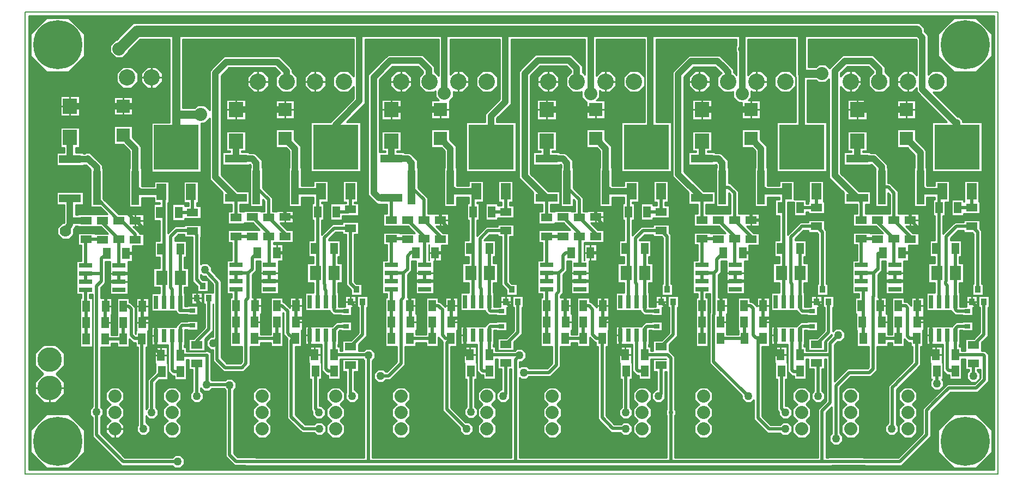
<source format=gbr>
G04 PROTEUS GERBER X2 FILE*
%TF.GenerationSoftware,Labcenter,Proteus,8.7-SP3-Build25561*%
%TF.CreationDate,2021-04-27T11:41:34+00:00*%
%TF.FileFunction,Copper,L6,Bot*%
%TF.FilePolarity,Positive*%
%TF.Part,Single*%
%TF.SameCoordinates,{43023d15-ec65-4f75-b5c5-abaf8f280f1e}*%
%FSLAX45Y45*%
%MOMM*%
G01*
%TA.AperFunction,Conductor*%
%ADD11C,1.016000*%
%ADD10C,0.508000*%
%ADD16C,1.778000*%
%ADD12C,1.270000*%
%TA.AperFunction,ViaPad*%
%ADD17C,0.762000*%
%ADD18C,1.270000*%
%ADD19C,1.778000*%
%ADD70C,2.032000*%
%TA.AperFunction,Conductor*%
%ADD13C,0.254000*%
%TA.AperFunction,ComponentPad*%
%ADD20C,3.810000*%
%ADD21C,2.540000*%
%ADD22C,2.032000*%
%TA.AperFunction,SMDPad,CuDef*%
%ADD33R,0.889000X1.016000*%
%ADD29R,6.985000X6.985000*%
%ADD72R,1.524000X2.540000*%
%TA.AperFunction,SMDPad,CuDef*%
%ADD26R,2.108200X2.108200*%
%ADD32R,0.889000X0.635000*%
%ADD71R,1.193800X5.308600*%
%ADD27R,2.260600X2.362200*%
%TA.AperFunction,SMDPad,CuDef*%
%ADD34R,2.032000X0.635000*%
%ADD73R,0.635000X2.032000*%
%TA.AperFunction,SMDPad,CuDef*%
%ADD28R,3.403600X1.244600*%
%ADD31R,1.803400X2.260600*%
%ADD25R,1.143000X1.803400*%
%ADD30R,1.803400X1.143000*%
%TA.AperFunction,OtherPad,Unknown*%
%ADD36C,7.620000*%
%TA.AperFunction,Profile*%
%ADD37C,0.203200*%
%TD.AperFunction*%
G36*
X+8448040Y-4193540D02*
X-6543040Y-4193540D01*
X-6543040Y+2860040D01*
X+8448040Y+2860040D01*
X+8448040Y-4193540D01*
G37*
%LPC*%
G36*
X-5994401Y-2381811D02*
X-5994401Y-2571189D01*
X-6121962Y-2698750D01*
X-5994401Y-2826311D01*
X-5994401Y-3015689D01*
X-6128311Y-3149599D01*
X-6317689Y-3149599D01*
X-6451599Y-3015689D01*
X-6451599Y-2826311D01*
X-6324038Y-2698750D01*
X-6451599Y-2571189D01*
X-6451599Y-2381811D01*
X-6317689Y-2247901D01*
X-6128311Y-2247901D01*
X-5994401Y-2381811D01*
G37*
G36*
X-2260599Y+1773114D02*
X-2260599Y+1909886D01*
X-2163886Y+2006599D01*
X-2027114Y+2006599D01*
X-1930401Y+1909886D01*
X-1930401Y+1773114D01*
X-2027114Y+1676401D01*
X-2163886Y+1676401D01*
X-2260599Y+1773114D01*
G37*
G36*
X+7291130Y+2749453D02*
X+7365524Y+2675059D01*
X+7365524Y+2621179D01*
X+7425310Y+2561393D01*
X+7425310Y+1943795D01*
X+7488114Y+2006599D01*
X+7624886Y+2006599D01*
X+7721599Y+1909886D01*
X+7721599Y+1773114D01*
X+7624886Y+1676401D01*
X+7504577Y+1676401D01*
X+7885579Y+1295399D01*
X+7910823Y+1295399D01*
X+7962899Y+1243323D01*
X+7962899Y+1212849D01*
X+8261349Y+1212849D01*
X+8261349Y+438151D01*
X+7486651Y+438151D01*
X+7486651Y+1212849D01*
X+7716685Y+1212849D01*
X+7247512Y+1682022D01*
X+7247512Y+1743527D01*
X+7180386Y+1676401D01*
X+7043614Y+1676401D01*
X+6946901Y+1773114D01*
X+6946901Y+1909886D01*
X+7043614Y+2006599D01*
X+7180386Y+2006599D01*
X+7247512Y+1939473D01*
X+7247512Y+2487747D01*
X+7239802Y+2495457D01*
X+7185922Y+2495457D01*
X+7181184Y+2500195D01*
X+5562599Y+2500195D01*
X+5562599Y+2070099D01*
X+5682535Y+2070099D01*
X+5720635Y+2108199D01*
X+5836365Y+2108199D01*
X+5894471Y+2050093D01*
X+6095803Y+2251425D01*
X+6569955Y+2251425D01*
X+6756399Y+2064981D01*
X+6756399Y+1986086D01*
X+6832599Y+1909886D01*
X+6832599Y+1773114D01*
X+6735886Y+1676401D01*
X+6599114Y+1676401D01*
X+6502401Y+1773114D01*
X+6502401Y+1909886D01*
X+6578601Y+1986086D01*
X+6578601Y+1991335D01*
X+6496309Y+2073627D01*
X+6169449Y+2073627D01*
X+6066925Y+1971103D01*
X+6066925Y+1918910D01*
X+6154614Y+2006599D01*
X+6291386Y+2006599D01*
X+6388099Y+1909886D01*
X+6388099Y+1773114D01*
X+6291386Y+1676401D01*
X+6154614Y+1676401D01*
X+6066925Y+1764090D01*
X+6066925Y+416017D01*
X+6349993Y+132949D01*
X+6532879Y+132949D01*
X+6532879Y-67709D01*
X+6451599Y-67709D01*
X+6451599Y-214631D01*
X+6832601Y-214631D01*
X+6832601Y+83456D01*
X+6803389Y+112668D01*
X+6803389Y-105409D01*
X+6607811Y-105409D01*
X+6607811Y+487687D01*
X+6541777Y+553721D01*
X+6532879Y+553721D01*
X+6532879Y+542291D01*
X+6116321Y+542291D01*
X+6116321Y+742949D01*
X+6235701Y+742949D01*
X+6235701Y+758411D01*
X+6173471Y+758411D01*
X+6173471Y+1070829D01*
X+6475729Y+1070829D01*
X+6475729Y+758411D01*
X+6413499Y+758411D01*
X+6413499Y+742949D01*
X+6532879Y+742949D01*
X+6532879Y+731519D01*
X+6615423Y+731519D01*
X+6794499Y+552443D01*
X+6794499Y+501649D01*
X+6803389Y+501649D01*
X+6803389Y+262850D01*
X+6832807Y+262850D01*
X+6959599Y+136058D01*
X+6959599Y-214631D01*
X+7278369Y-214631D01*
X+7278369Y-405129D01*
X+7081149Y-405129D01*
X+7190651Y-514631D01*
X+7278369Y-514631D01*
X+7278369Y-705129D01*
X+7118349Y-705129D01*
X+7118349Y-946149D01*
X+7048499Y-946149D01*
X+7048499Y-1459229D01*
X+6769101Y-1459229D01*
X+6769101Y-946149D01*
X+6708735Y-946149D01*
X+6708735Y-1099189D01*
X+6646243Y-1161681D01*
X+6646243Y-1515111D01*
X+6773349Y-1515111D01*
X+6773349Y-1769111D01*
X+6800849Y-1769111D01*
X+6800849Y-2087881D01*
X+6864351Y-2087881D01*
X+6864351Y-1515111D01*
X+7054849Y-1515111D01*
X+7054849Y-1579881D01*
X+7101841Y-1579881D01*
X+7164351Y-1642391D01*
X+7164351Y-1515111D01*
X+7354849Y-1515111D01*
X+7354849Y-2025649D01*
X+7344849Y-2025649D01*
X+7344849Y-2279649D01*
X+7310505Y-2279649D01*
X+7310505Y-2562999D01*
X+6931494Y-2942010D01*
X+6931494Y-3485811D01*
X+6959599Y-3513916D01*
X+6959599Y-3598084D01*
X+6900084Y-3657599D01*
X+6815916Y-3657599D01*
X+6756401Y-3598084D01*
X+6756401Y-3513916D01*
X+6804498Y-3465819D01*
X+6804498Y-2889406D01*
X+7183507Y-2510397D01*
X+7183507Y-2279649D01*
X+7154351Y-2279649D01*
X+7154351Y-2214879D01*
X+7110970Y-2214879D01*
X+7108375Y-2212285D01*
X+7054849Y-2158759D01*
X+7054849Y-2279649D01*
X+6864351Y-2279649D01*
X+6864351Y-2214879D01*
X+6800849Y-2214879D01*
X+6800849Y-2279649D01*
X+6633670Y-2279649D01*
X+6633670Y-2649326D01*
X+6538951Y-2744045D01*
X+6226712Y-2744045D01*
X+6058793Y-2911963D01*
X+6058793Y-2950740D01*
X+6058792Y-2950742D01*
X+6058793Y-3212198D01*
X+6058793Y-3625667D01*
X+6096893Y-3663767D01*
X+6096893Y-3747935D01*
X+6037378Y-3807450D01*
X+5953210Y-3807450D01*
X+5893695Y-3747935D01*
X+5893695Y-3663767D01*
X+5931795Y-3625667D01*
X+5931795Y-3214203D01*
X+5841999Y-3303999D01*
X+5841999Y-4000501D01*
X+5879199Y-4000501D01*
X+5879737Y-3999963D01*
X+6958718Y-4000344D01*
X+7338503Y-3620559D01*
X+7338503Y-3239617D01*
X+7720618Y-2857502D01*
X+8146577Y-2857502D01*
X+8236380Y-2767699D01*
X+8236380Y-2635249D01*
X+8191499Y-2635249D01*
X+8191499Y-2650316D01*
X+8229599Y-2688416D01*
X+8229599Y-2772584D01*
X+8170084Y-2832099D01*
X+8085916Y-2832099D01*
X+8026401Y-2772584D01*
X+8026401Y-2688416D01*
X+8064501Y-2650316D01*
X+8064501Y-2635249D01*
X+7999731Y-2635249D01*
X+7999731Y-2468879D01*
X+7943849Y-2468879D01*
X+7943849Y-2787649D01*
X+7753351Y-2787649D01*
X+7753351Y-2714592D01*
X+7718398Y-2714592D01*
X+7658101Y-2654295D01*
X+7658101Y-2240279D01*
X+7397751Y-2240279D01*
X+7397751Y-1960881D01*
X+7795271Y-1960881D01*
X+7858771Y-1897381D01*
X+7956551Y-1897381D01*
X+7956551Y-1891031D01*
X+8121649Y-1891031D01*
X+8121649Y-2030729D01*
X+7956551Y-2030729D01*
X+7956551Y-2024379D01*
X+7918449Y-2024379D01*
X+7918449Y-2240279D01*
X+7912099Y-2240279D01*
X+7912099Y-2277111D01*
X+7943849Y-2277111D01*
X+7943849Y-2341881D01*
X+7999731Y-2341881D01*
X+7999731Y-2154751D01*
X+8133449Y-2154751D01*
X+8227061Y-2061139D01*
X+8227061Y-1668779D01*
X+8208011Y-1668779D01*
X+8208011Y-1490981D01*
X+8373109Y-1490981D01*
X+8373109Y-1668779D01*
X+8354059Y-1668779D01*
X+8354059Y-2113741D01*
X+8256269Y-2211531D01*
X+8256269Y-2341881D01*
X+8307791Y-2341881D01*
X+8363378Y-2397468D01*
X+8363378Y-2658470D01*
X+8365500Y-2660592D01*
X+8365500Y-2713194D01*
X+8363378Y-2715316D01*
X+8363378Y-2820302D01*
X+8326180Y-2857499D01*
X+8199181Y-2984498D01*
X+7773222Y-2984498D01*
X+7465501Y-3292219D01*
X+7465501Y-3673161D01*
X+7011302Y-4127361D01*
X+6958698Y-4127361D01*
X+5932322Y-4126979D01*
X+5931802Y-4127499D01*
X-1296302Y-4127499D01*
X-2159000Y-4127498D01*
X-3185929Y-4127499D01*
X-3188222Y-4125206D01*
X-3353848Y-4125206D01*
X-3488258Y-3990796D01*
X-3488258Y-2956756D01*
X-3513902Y-2931112D01*
X-3702953Y-2931112D01*
X-3741053Y-2969212D01*
X-3825221Y-2969212D01*
X-3873501Y-2920932D01*
X-3873501Y-2967816D01*
X-3835401Y-3005916D01*
X-3835401Y-3090084D01*
X-3894916Y-3149599D01*
X-3979084Y-3149599D01*
X-4038599Y-3090084D01*
X-4038599Y-3005916D01*
X-4000499Y-2967816D01*
X-4000499Y-2635249D01*
X-4065269Y-2635249D01*
X-4065269Y-2476499D01*
X-4095751Y-2476499D01*
X-4095751Y-2795269D01*
X-4286249Y-2795269D01*
X-4286249Y-2730499D01*
X-4317790Y-2730499D01*
X-4380882Y-2667407D01*
X-4380882Y-2247899D01*
X-4641849Y-2247899D01*
X-4641849Y-1968501D01*
X-4255096Y-1968501D01*
X-4255096Y-1952033D01*
X-4189014Y-1885951D01*
X-4083049Y-1885951D01*
X-4083049Y-1879601D01*
X-3917951Y-1879601D01*
X-3917951Y-2019299D01*
X-4083049Y-2019299D01*
X-4083049Y-2012949D01*
X-4121151Y-2012949D01*
X-4121151Y-2247899D01*
X-4127501Y-2247899D01*
X-4127501Y-2284731D01*
X-4095751Y-2284731D01*
X-4095751Y-2349501D01*
X-3804983Y-2349501D01*
X-3792514Y-2337032D01*
X-3714117Y-2369506D01*
X-3714117Y-2792950D01*
X-3702953Y-2804114D01*
X-3495984Y-2804114D01*
X-3466843Y-2774973D01*
X-3382675Y-2774973D01*
X-3323160Y-2834488D01*
X-3323160Y-2918656D01*
X-3361260Y-2956756D01*
X-3361260Y-3938194D01*
X-3301246Y-3998208D01*
X-3023992Y-3998208D01*
X-3021698Y-4000501D01*
X-2159000Y-4000502D01*
X-1333499Y-4000501D01*
X-1333499Y-2493184D01*
X-1357804Y-2468879D01*
X-1708151Y-2468879D01*
X-1708151Y-2787649D01*
X-1898649Y-2787649D01*
X-1898649Y-2722551D01*
X-1924893Y-2722551D01*
X-1993898Y-2653546D01*
X-1993898Y-2627244D01*
X-1993899Y-2240279D01*
X-2254249Y-2240279D01*
X-2254249Y-1960881D01*
X-1829701Y-1960881D01*
X-1766201Y-1897381D01*
X-1695449Y-1897381D01*
X-1695449Y-1891031D01*
X-1530351Y-1891031D01*
X-1530351Y-2030729D01*
X-1695449Y-2030729D01*
X-1695449Y-2024379D01*
X-1713599Y-2024379D01*
X-1733551Y-2044331D01*
X-1733551Y-2240279D01*
X-1739901Y-2240279D01*
X-1739901Y-2277111D01*
X-1708151Y-2277111D01*
X-1708151Y-2341881D01*
X-1677669Y-2341881D01*
X-1677669Y-2183131D01*
X-1543951Y-2183131D01*
X-1424939Y-2064119D01*
X-1424939Y-1668779D01*
X-1443989Y-1668779D01*
X-1443989Y-1490981D01*
X-1278891Y-1490981D01*
X-1278891Y-1668779D01*
X-1297941Y-1668779D01*
X-1297941Y-2116721D01*
X-1421131Y-2239911D01*
X-1421131Y-2341881D01*
X-1342564Y-2341881D01*
X-1312084Y-2311401D01*
X-1227916Y-2311401D01*
X-1168401Y-2370916D01*
X-1168401Y-2455084D01*
X-1206501Y-2493184D01*
X-1206501Y-4000501D01*
X+952501Y-4000501D01*
X+952501Y-2627629D01*
X+927099Y-2627629D01*
X+927099Y-3090084D01*
X+867584Y-3149599D01*
X+783416Y-3149599D01*
X+723901Y-3090084D01*
X+723901Y-3005916D01*
X+783416Y-2946401D01*
X+800101Y-2946401D01*
X+800101Y-2627629D01*
X+735331Y-2627629D01*
X+735331Y-2468879D01*
X+704849Y-2468879D01*
X+704849Y-2787649D01*
X+514351Y-2787649D01*
X+514351Y-2721467D01*
X+479817Y-2721467D01*
X+419101Y-2660751D01*
X+419101Y-2240279D01*
X+158751Y-2240279D01*
X+158751Y-1960881D01*
X+546381Y-1960881D01*
X+546381Y-1951252D01*
X+600252Y-1897381D01*
X+717551Y-1897381D01*
X+717551Y-1891031D01*
X+882649Y-1891031D01*
X+882649Y-2030729D01*
X+717551Y-2030729D01*
X+717551Y-2024379D01*
X+679449Y-2024379D01*
X+679449Y-2240279D01*
X+673099Y-2240279D01*
X+673099Y-2277111D01*
X+704849Y-2277111D01*
X+704849Y-2341881D01*
X+1006936Y-2341881D01*
X+1037416Y-2311401D01*
X+1121584Y-2311401D01*
X+1181099Y-2370916D01*
X+1181099Y-2455084D01*
X+1121584Y-2514599D01*
X+1079499Y-2514599D01*
X+1079499Y-2601527D01*
X+1101500Y-2579526D01*
X+1185668Y-2579526D01*
X+1225566Y-2619424D01*
X+1508664Y-2619424D01*
X+1587501Y-2540585D01*
X+1587501Y-2279649D01*
X+1403351Y-2279649D01*
X+1403351Y-1515111D01*
X+1435101Y-1515111D01*
X+1435101Y-1459229D01*
X+1358901Y-1459229D01*
X+1358901Y-938531D01*
X+1435101Y-938531D01*
X+1435102Y-786130D01*
X+1435101Y-659129D01*
X+1370331Y-659129D01*
X+1370331Y-468631D01*
X+1867551Y-468631D01*
X+1758049Y-359129D01*
X+1626869Y-359129D01*
X+1626869Y-369129D01*
X+1370331Y-369129D01*
X+1370331Y-178631D01*
X+1435101Y-178631D01*
X+1435101Y-67709D01*
X+1290321Y-67709D01*
X+1290321Y+115177D01*
X+1068213Y+337285D01*
X+1068213Y+2002562D01*
X+1325820Y+2260169D01*
X+1881083Y+2260169D01*
X+2057399Y+2083853D01*
X+2057399Y+1986086D01*
X+2093620Y+1949865D01*
X+2093620Y+2496147D01*
X+947112Y+2496147D01*
X+947112Y+1490063D01*
X+723899Y+1266850D01*
X+723899Y+1212849D01*
X+1022349Y+1212849D01*
X+1022349Y+438151D01*
X+247651Y+438151D01*
X+247651Y+1212849D01*
X+546101Y+1212849D01*
X+546101Y+1340496D01*
X+769314Y+1563709D01*
X+769314Y+2496147D01*
X+312Y+2496147D01*
X+312Y+1948297D01*
X+58614Y+2006599D01*
X+195386Y+2006599D01*
X+292099Y+1909886D01*
X+292099Y+1773114D01*
X+195386Y+1676401D01*
X+58614Y+1676401D01*
X+51112Y+1683903D01*
X+51112Y+1600973D01*
X-8891Y+1540970D01*
X-8891Y+1261111D01*
X-295909Y+1261111D01*
X-295909Y+1548129D01*
X-175442Y+1548129D01*
X-228286Y+1600973D01*
X-228286Y+1697229D01*
X-249114Y+1676401D01*
X-385886Y+1676401D01*
X-482599Y+1773114D01*
X-482599Y+1909886D01*
X-418977Y+1973508D01*
X-418977Y+1998243D01*
X-497787Y+2077053D01*
X-892466Y+2077053D01*
X-1098581Y+1870938D01*
X-1098581Y+742949D01*
X-1003299Y+742949D01*
X-1003299Y+758411D01*
X-1065529Y+758411D01*
X-1065529Y+1070829D01*
X-763271Y+1070829D01*
X-763271Y+758411D01*
X-825501Y+758411D01*
X-825501Y+742949D01*
X-706121Y+742949D01*
X-706121Y+731519D01*
X-623577Y+731519D01*
X-508001Y+615943D01*
X-508001Y+501649D01*
X-499111Y+501649D01*
X-499111Y+190131D01*
X-342902Y+33922D01*
X-342902Y+7620D01*
X-342901Y-214631D01*
X-24131Y-214631D01*
X-24131Y-405129D01*
X-221351Y-405129D01*
X-111849Y-514631D01*
X-24131Y-514631D01*
X-24131Y-705129D01*
X-138151Y-705129D01*
X-138151Y-946149D01*
X-254001Y-946149D01*
X-254001Y-1459229D01*
X-533399Y-1459229D01*
X-533399Y-946149D01*
X-596901Y-946149D01*
X-596901Y-1098181D01*
X-660401Y-1161681D01*
X-660401Y-1515111D01*
X-529151Y-1515111D01*
X-529151Y-1769111D01*
X-519151Y-1769111D01*
X-519151Y-2025649D01*
X-529151Y-2025649D01*
X-529151Y-2087881D01*
X-374649Y-2087881D01*
X-374649Y-1515111D01*
X-184151Y-1515111D01*
X-184151Y-1579881D01*
X-155724Y-1579881D01*
X-74649Y-1660956D01*
X-74649Y-1515111D01*
X+115849Y-1515111D01*
X+115849Y-2025649D01*
X+105849Y-2025649D01*
X+105849Y-2279649D01*
X+10177Y-2279649D01*
X+10177Y-2413099D01*
X+10176Y-2413099D01*
X+10176Y-3222376D01*
X+242201Y-3454401D01*
X+296084Y-3454401D01*
X+355599Y-3513916D01*
X+355599Y-3598084D01*
X+296084Y-3657599D01*
X+211916Y-3657599D01*
X+152401Y-3598084D01*
X+152401Y-3544201D01*
X-116820Y-3274980D01*
X-116820Y-2413099D01*
X-116821Y-2413099D01*
X-116821Y-2197147D01*
X-184151Y-2129817D01*
X-184151Y-2279649D01*
X-374649Y-2279649D01*
X-374649Y-2214879D01*
X-529151Y-2214879D01*
X-529151Y-2279649D01*
X-698501Y-2279649D01*
X-698501Y-2566301D01*
X-926199Y-2793999D01*
X-999316Y-2793999D01*
X-1037416Y-2832099D01*
X-1121584Y-2832099D01*
X-1181099Y-2772584D01*
X-1181099Y-2688416D01*
X-1121584Y-2628901D01*
X-1037416Y-2628901D01*
X-999316Y-2667001D01*
X-978801Y-2667001D01*
X-825499Y-2513699D01*
X-825499Y-2279649D01*
X-1009649Y-2279649D01*
X-1009649Y-1515111D01*
X-977899Y-1515111D01*
X-977899Y-1459229D01*
X-1054099Y-1459229D01*
X-1054099Y-938531D01*
X-977899Y-938531D01*
X-977899Y-695129D01*
X-1042669Y-695129D01*
X-1042669Y-504631D01*
X-786131Y-504631D01*
X-786131Y-514631D01*
X-545449Y-514631D01*
X-654951Y-405129D01*
X-1042669Y-405129D01*
X-1042669Y-214631D01*
X-977899Y-214631D01*
X-977899Y-67709D01*
X-1122679Y-67709D01*
X-1122679Y-56279D01*
X-1145261Y-56279D01*
X-1276379Y+74839D01*
X-1276379Y+1944584D01*
X-966112Y+2254851D01*
X-424141Y+2254851D01*
X-241179Y+2071889D01*
X-241179Y+1998664D01*
X-177486Y+1934971D01*
X-177486Y+2496147D01*
X-1321571Y+2496147D01*
X-1321571Y+1500647D01*
X-1609369Y+1212849D01*
X-1390651Y+1212849D01*
X-1390651Y+438151D01*
X-2165349Y+438151D01*
X-2165349Y+1212849D01*
X-1860813Y+1212849D01*
X-1499369Y+1574293D01*
X-1499369Y+1759646D01*
X-1582614Y+1676401D01*
X-1719386Y+1676401D01*
X-1816099Y+1773114D01*
X-1816099Y+1909886D01*
X-1719386Y+2006599D01*
X-1582614Y+2006599D01*
X-1499369Y+1923354D01*
X-1499369Y+2496147D01*
X-4152901Y+2496147D01*
X-4152901Y+1435099D01*
X-3969465Y+1435099D01*
X-3931365Y+1473199D01*
X-3815635Y+1473199D01*
X-3736928Y+1394492D01*
X-3736928Y+2008492D01*
X-3513064Y+2232356D01*
X-2647969Y+2232356D01*
X-2451101Y+2035488D01*
X-2451101Y+1986086D01*
X-2374901Y+1909886D01*
X-2374901Y+1773114D01*
X-2471614Y+1676401D01*
X-2608386Y+1676401D01*
X-2705099Y+1773114D01*
X-2705099Y+1909886D01*
X-2641021Y+1973964D01*
X-2721615Y+2054558D01*
X-3439418Y+2054558D01*
X-3559130Y+1934846D01*
X-3559130Y+390072D01*
X-3302007Y+132949D01*
X-3119121Y+132949D01*
X-3119121Y-67709D01*
X-3263901Y-67709D01*
X-3263901Y-178631D01*
X-3201669Y-178631D01*
X-3201669Y-168631D01*
X-2945131Y-168631D01*
X-2945131Y-178631D01*
X-2882899Y-178631D01*
X-2882899Y-18681D01*
X-2912111Y+10531D01*
X-2912111Y-105409D01*
X-3107689Y-105409D01*
X-3107689Y+501649D01*
X-3098799Y+501649D01*
X-3098799Y+542297D01*
X-3110223Y+553721D01*
X-3119121Y+553721D01*
X-3119121Y+542291D01*
X-3535679Y+542291D01*
X-3535679Y+742949D01*
X-3416299Y+742949D01*
X-3416299Y+758411D01*
X-3478529Y+758411D01*
X-3478529Y+1070829D01*
X-3176271Y+1070829D01*
X-3176271Y+758411D01*
X-3238501Y+758411D01*
X-3238501Y+742949D01*
X-3119121Y+742949D01*
X-3119121Y+731519D01*
X-3036577Y+731519D01*
X-2921001Y+615943D01*
X-2921001Y+501649D01*
X-2912111Y+501649D01*
X-2912111Y+190131D01*
X-2755901Y+33921D01*
X-2755901Y-178631D01*
X-2693669Y-178631D01*
X-2693669Y-168631D01*
X-2437131Y-168631D01*
X-2437131Y-359129D01*
X-2644351Y-359129D01*
X-2534849Y-468631D01*
X-2437131Y-468631D01*
X-2437131Y-659129D01*
X-2743201Y-659129D01*
X-2743201Y-689611D01*
X-2597151Y-689611D01*
X-2597151Y-946149D01*
X-2667001Y-946149D01*
X-2667001Y-1459229D01*
X-2946399Y-1459229D01*
X-2946399Y-946149D01*
X-3009902Y-946149D01*
X-3009902Y-1098182D01*
X-3073401Y-1161681D01*
X-3073401Y-1515111D01*
X-2932151Y-1515111D01*
X-2932151Y-1771649D01*
X-2942151Y-1771649D01*
X-2942151Y-2087881D01*
X-2787649Y-2087881D01*
X-2787649Y-1515111D01*
X-2597151Y-1515111D01*
X-2597151Y-1579881D01*
X-2585876Y-1579881D01*
X-2487649Y-1678108D01*
X-2487649Y-1515111D01*
X-2297151Y-1515111D01*
X-2297151Y-2025649D01*
X-2307151Y-2025649D01*
X-2307151Y-2279649D01*
X-2404464Y-2279649D01*
X-2404464Y-3339578D01*
X-2252935Y-3491107D01*
X-2113578Y-3491107D01*
X-2075478Y-3453007D01*
X-1991310Y-3453007D01*
X-1930401Y-3513916D01*
X-1930401Y-3598084D01*
X-1989916Y-3657599D01*
X-2074084Y-3657599D01*
X-2113578Y-3618105D01*
X-2305537Y-3618105D01*
X-2531462Y-3392180D01*
X-2531462Y-2154642D01*
X-2528200Y-2151380D01*
X-2589207Y-2090373D01*
X-2589207Y-1756150D01*
X-2597151Y-1748206D01*
X-2597151Y-2279649D01*
X-2787649Y-2279649D01*
X-2787649Y-2214879D01*
X-2942151Y-2214879D01*
X-2942151Y-2279649D01*
X-3109036Y-2279649D01*
X-3109036Y-2566302D01*
X-3209734Y-2666999D01*
X-3518802Y-2666999D01*
X-3555999Y-2629801D01*
X-3682998Y-2502802D01*
X-3682998Y-2324099D01*
X-3725084Y-2324099D01*
X-3784599Y-2264584D01*
X-3784599Y-2180416D01*
X-3725084Y-2120901D01*
X-3682999Y-2120901D01*
X-3682999Y-1612899D01*
X-3685541Y-1612899D01*
X-3685541Y-2034766D01*
X-3722739Y-2071963D01*
X-3808731Y-2157955D01*
X-3808731Y-2345249D01*
X-4065269Y-2345249D01*
X-4065269Y-2154751D01*
X-3985128Y-2154751D01*
X-3963301Y-2132925D01*
X-3812539Y-1982163D01*
X-3812539Y-1612899D01*
X-3831589Y-1612899D01*
X-3831589Y-1435101D01*
X-3682999Y-1435101D01*
X-3682999Y-1308655D01*
X-3802787Y-1181099D01*
X-3852084Y-1181099D01*
X-3873501Y-1159682D01*
X-3873501Y-1213219D01*
X-3842119Y-1244601D01*
X-3760471Y-1244601D01*
X-3760471Y-1422399D01*
X-3925569Y-1422399D01*
X-3925569Y-1340751D01*
X-4000499Y-1265821D01*
X-4000499Y-575749D01*
X-4128769Y-575749D01*
X-4128769Y-533790D01*
X-4221187Y-533790D01*
X-4276570Y-589173D01*
X-4276570Y-633731D01*
X-4095751Y-633731D01*
X-4095751Y-890269D01*
X-4127501Y-890269D01*
X-4127502Y-984250D01*
X-4127501Y-1055371D01*
X-4062731Y-1055371D01*
X-4062731Y-1357629D01*
X-4127501Y-1357629D01*
X-4127501Y-1447801D01*
X-4121151Y-1447801D01*
X-4121151Y-1651001D01*
X-4083049Y-1651001D01*
X-4083049Y-1644651D01*
X-3917951Y-1644651D01*
X-3917951Y-1784349D01*
X-4083049Y-1784349D01*
X-4083049Y-1777999D01*
X-4222551Y-1777999D01*
X-4260413Y-1740137D01*
X-4260413Y-1727199D01*
X-4641849Y-1727199D01*
X-4641849Y-1447801D01*
X-4508499Y-1447801D01*
X-4508499Y-1357629D01*
X-4609269Y-1357629D01*
X-4609269Y-1055371D01*
X-4508499Y-1055371D01*
X-4508499Y-890269D01*
X-4586249Y-890269D01*
X-4586249Y-633731D01*
X-4508499Y-633731D01*
X-4508499Y-318769D01*
X-4603749Y-318769D01*
X-4603749Y-62231D01*
X-4508498Y-62231D01*
X-4508498Y-38099D01*
X-4597399Y-38099D01*
X-4597399Y+38101D01*
X-4791711Y+38101D01*
X-4791711Y-113029D01*
X-4987289Y-113029D01*
X-4987289Y+494029D01*
X-4978399Y+494029D01*
X-4978399Y+759082D01*
X-5065586Y+846269D01*
X-5082389Y+866991D01*
X-5223509Y+866991D01*
X-5223509Y+1154009D01*
X-4936491Y+1154009D01*
X-4936491Y+970863D01*
X-4930880Y+963007D01*
X-4800601Y+832728D01*
X-4800601Y+494029D01*
X-4791711Y+494029D01*
X-4791711Y+218433D01*
X-4789177Y+215899D01*
X-4597399Y+215899D01*
X-4597399Y+292099D01*
X-4368801Y+292099D01*
X-4368801Y-38099D01*
X-4381502Y-38099D01*
X-4381501Y-164198D01*
X-4381501Y-514504D01*
X-4273789Y-406792D01*
X-4128769Y-406792D01*
X-4128769Y-385251D01*
X-3872231Y-385251D01*
X-3872231Y-575749D01*
X-3873501Y-575749D01*
X-3873501Y-999318D01*
X-3852084Y-977901D01*
X-3767916Y-977901D01*
X-3708401Y-1037416D01*
X-3708401Y-1094254D01*
X-3556001Y-1258477D01*
X-3556001Y-2185302D01*
X-3556002Y-2450198D01*
X-3466199Y-2540001D01*
X-3262336Y-2540001D01*
X-3236034Y-2513699D01*
X-3236034Y-2279649D01*
X-3422649Y-2279649D01*
X-3422649Y-1515111D01*
X-3390899Y-1515111D01*
X-3390899Y-1459229D01*
X-3467099Y-1459229D01*
X-3467099Y-938531D01*
X-3390899Y-938531D01*
X-3390898Y-786130D01*
X-3390899Y-659129D01*
X-3455669Y-659129D01*
X-3455669Y-468631D01*
X-2958449Y-468631D01*
X-3067951Y-359129D01*
X-3199131Y-359129D01*
X-3199131Y-369129D01*
X-3455669Y-369129D01*
X-3455669Y-178631D01*
X-3390899Y-178631D01*
X-3390899Y-67709D01*
X-3535679Y-67709D01*
X-3535679Y+115177D01*
X-3736928Y+316426D01*
X-3736928Y+1272508D01*
X-3815635Y+1193801D01*
X-3867151Y+1193801D01*
X-3867151Y+430531D01*
X-4641849Y+430531D01*
X-4641849Y+1205229D01*
X-4356099Y+1205229D01*
X-4356099Y+2496147D01*
X-4817251Y+2496147D01*
X-5003801Y+2309597D01*
X-5003801Y+2291635D01*
X-5085635Y+2209801D01*
X-5201365Y+2209801D01*
X-5283199Y+2291635D01*
X-5283199Y+2407365D01*
X-5201365Y+2489199D01*
X-5183403Y+2489199D01*
X-4922457Y+2750145D01*
X+5416668Y+2750145D01*
X+5420716Y+2754193D01*
X+7286390Y+2754193D01*
X+7291130Y+2749453D01*
G37*
G36*
X-2781301Y-2990135D02*
X-2781301Y-3105865D01*
X-2850436Y-3175000D01*
X-2781301Y-3244135D01*
X-2781301Y-3359865D01*
X-2850436Y-3429000D01*
X-2781301Y-3498135D01*
X-2781301Y-3613865D01*
X-2863135Y-3695699D01*
X-2978865Y-3695699D01*
X-3060699Y-3613865D01*
X-3060699Y-3498135D01*
X-2991564Y-3429000D01*
X-3060699Y-3359865D01*
X-3060699Y-3244135D01*
X-2991564Y-3175000D01*
X-3060699Y-3105865D01*
X-3060699Y-2990135D01*
X-2978865Y-2908301D01*
X-2863135Y-2908301D01*
X-2781301Y-2990135D01*
G37*
G36*
X+406401Y+1773114D02*
X+406401Y+1909886D01*
X+503114Y+2006599D01*
X+639886Y+2006599D01*
X+736599Y+1909886D01*
X+736599Y+1773114D01*
X+639886Y+1676401D01*
X+503114Y+1676401D01*
X+406401Y+1773114D01*
G37*
G36*
X-622301Y-2990135D02*
X-622301Y-3105865D01*
X-691436Y-3175000D01*
X-622301Y-3244135D01*
X-622301Y-3359865D01*
X-691436Y-3429000D01*
X-622301Y-3498135D01*
X-622301Y-3613865D01*
X-704135Y-3695699D01*
X-819865Y-3695699D01*
X-901699Y-3613865D01*
X-901699Y-3498135D01*
X-832564Y-3429000D01*
X-901699Y-3359865D01*
X-901699Y-3244135D01*
X-832564Y-3175000D01*
X-901699Y-3105865D01*
X-901699Y-2990135D01*
X-819865Y-2908301D01*
X-704135Y-2908301D01*
X-622301Y-2990135D01*
G37*
G36*
X+6362699Y-2990135D02*
X+6362699Y-3105865D01*
X+6293564Y-3175000D01*
X+6362699Y-3244135D01*
X+6362699Y-3359865D01*
X+6293564Y-3429000D01*
X+6362699Y-3498135D01*
X+6362699Y-3613865D01*
X+6280865Y-3695699D01*
X+6165135Y-3695699D01*
X+6083301Y-3613865D01*
X+6083301Y-3498135D01*
X+6152436Y-3429000D01*
X+6083301Y-3359865D01*
X+6083301Y-3244135D01*
X+6152436Y-3175000D01*
X+6083301Y-3105865D01*
X+6083301Y-2990135D01*
X+6165135Y-2908301D01*
X+6280865Y-2908301D01*
X+6362699Y-2990135D01*
G37*
G36*
X+7230109Y+936833D02*
X+7394499Y+772443D01*
X+7394499Y+501649D01*
X+7403389Y+501649D01*
X+7403389Y+226053D01*
X+7405923Y+223519D01*
X+7531101Y+223519D01*
X+7531101Y+299719D01*
X+7759699Y+299719D01*
X+7759699Y-30479D01*
X+7689849Y-30479D01*
X+7689849Y-247649D01*
X+7658099Y-247649D01*
X+7658098Y-436880D01*
X+7658099Y-526045D01*
X+7841450Y-342694D01*
X+7974331Y-342694D01*
X+7974331Y-314131D01*
X+8230869Y-314131D01*
X+8230869Y-447849D01*
X+8260079Y-477059D01*
X+8260079Y-1300481D01*
X+8279129Y-1300481D01*
X+8279129Y-1478279D01*
X+8114031Y-1478279D01*
X+8114031Y-1300481D01*
X+8133081Y-1300481D01*
X+8133081Y-529661D01*
X+8108049Y-504629D01*
X+7974331Y-504629D01*
X+7974331Y-469692D01*
X+7894052Y-469692D01*
X+7769980Y-593764D01*
X+7769980Y-626111D01*
X+7943849Y-626111D01*
X+7943849Y-882649D01*
X+7912099Y-882649D01*
X+7912099Y-984251D01*
X+7976869Y-984251D01*
X+7976869Y-1286509D01*
X+7912099Y-1286509D01*
X+7912098Y-1357630D01*
X+7912099Y-1440181D01*
X+7918449Y-1440181D01*
X+7918449Y-1662431D01*
X+7956551Y-1662431D01*
X+7956551Y-1656081D01*
X+8020051Y-1656081D01*
X+8020051Y-1490981D01*
X+8185149Y-1490981D01*
X+8185149Y-1668779D01*
X+8121649Y-1668779D01*
X+8121649Y-1795779D01*
X+7956551Y-1795779D01*
X+7956551Y-1789429D01*
X+7848106Y-1789429D01*
X+7784392Y-1725715D01*
X+7784392Y-1719579D01*
X+7397751Y-1719579D01*
X+7397751Y-1440181D01*
X+7531101Y-1440181D01*
X+7531102Y-1357630D01*
X+7531101Y-1286509D01*
X+7430331Y-1286509D01*
X+7430331Y-984251D01*
X+7531101Y-984251D01*
X+7531101Y-882649D01*
X+7453351Y-882649D01*
X+7453351Y-626111D01*
X+7531101Y-626111D01*
X+7531102Y-436880D01*
X+7531101Y-247649D01*
X+7499351Y-247649D01*
X+7499351Y+8889D01*
X+7531101Y+8889D01*
X+7531101Y+45721D01*
X+7403389Y+45721D01*
X+7403389Y-105409D01*
X+7207811Y-105409D01*
X+7207811Y+501649D01*
X+7216701Y+501649D01*
X+7216701Y+698797D01*
X+7104387Y+811111D01*
X+6943091Y+811111D01*
X+6943091Y+1098129D01*
X+7230109Y+1098129D01*
X+7230109Y+936833D01*
G37*
G36*
X+8216899Y-24131D02*
X+8230869Y-24131D01*
X+8230869Y-214629D01*
X+7979849Y-214629D01*
X+7979849Y-247649D01*
X+7789351Y-247649D01*
X+7789351Y+8889D01*
X+7979849Y+8889D01*
X+7979849Y-24131D01*
X+7988301Y-24131D01*
X+7988301Y+299719D01*
X+8216899Y+299719D01*
X+8216899Y-24131D01*
G37*
G36*
X-8891Y+936833D02*
X+91999Y+835943D01*
X+91999Y+501649D01*
X+100889Y+501649D01*
X+100889Y+226053D01*
X+103423Y+223519D01*
X+292101Y+223519D01*
X+292101Y+299719D01*
X+520699Y+299719D01*
X+520699Y-30479D01*
X+419099Y-30479D01*
X+419099Y-54611D01*
X+450849Y-54611D01*
X+450849Y-311149D01*
X+419099Y-311149D01*
X+419099Y-556102D01*
X+562117Y-413084D01*
X+735331Y-413084D01*
X+735331Y-377631D01*
X+991869Y-377631D01*
X+991869Y-568129D01*
X+927099Y-568129D01*
X+927099Y-1269099D01*
X+958481Y-1300481D01*
X+1040129Y-1300481D01*
X+1040129Y-1478279D01*
X+875031Y-1478279D01*
X+875031Y-1396631D01*
X+800101Y-1321701D01*
X+800101Y-568129D01*
X+735331Y-568129D01*
X+735331Y-540082D01*
X+614719Y-540082D01*
X+528690Y-626111D01*
X+704849Y-626111D01*
X+704849Y-882649D01*
X+673099Y-882649D01*
X+673099Y-984251D01*
X+737869Y-984251D01*
X+737869Y-1286509D01*
X+673099Y-1286509D01*
X+673098Y-1357630D01*
X+673099Y-1440181D01*
X+679449Y-1440181D01*
X+679449Y-1662431D01*
X+717551Y-1662431D01*
X+717551Y-1656081D01*
X+781051Y-1656081D01*
X+781051Y-1490981D01*
X+946149Y-1490981D01*
X+946149Y-1668779D01*
X+882649Y-1668779D01*
X+882649Y-1795779D01*
X+717551Y-1795779D01*
X+717551Y-1789429D01*
X+602349Y-1789429D01*
X+546101Y-1733181D01*
X+546101Y-1719579D01*
X+158751Y-1719579D01*
X+158751Y-1440181D01*
X+292101Y-1440181D01*
X+292102Y-1357630D01*
X+292101Y-1286509D01*
X+191331Y-1286509D01*
X+191331Y-984251D01*
X+292101Y-984251D01*
X+292101Y-882649D01*
X+214351Y-882649D01*
X+214351Y-626111D01*
X+292101Y-626111D01*
X+292101Y-311149D01*
X+260351Y-311149D01*
X+260351Y-54611D01*
X+292101Y-54611D01*
X+292101Y+45721D01*
X+100889Y+45721D01*
X+100889Y-105409D01*
X-94689Y-105409D01*
X-94689Y+501649D01*
X-85799Y+501649D01*
X-85799Y+762297D01*
X-134613Y+811111D01*
X-295909Y+811111D01*
X-295909Y+1098129D01*
X-8891Y+1098129D01*
X-8891Y+936833D01*
G37*
G36*
X+1134109Y-1668779D02*
X+1115059Y-1668779D01*
X+1115059Y-2080721D01*
X+991869Y-2203911D01*
X+991869Y-2337629D01*
X+735331Y-2337629D01*
X+735331Y-2147131D01*
X+869049Y-2147131D01*
X+988061Y-2028119D01*
X+988061Y-1668779D01*
X+969011Y-1668779D01*
X+969011Y-1490981D01*
X+1134109Y-1490981D01*
X+1134109Y-1668779D01*
G37*
G36*
X+977899Y-30479D02*
X+927098Y-30479D01*
X+927099Y-87631D01*
X+991869Y-87631D01*
X+991869Y-278129D01*
X+740849Y-278129D01*
X+740849Y-311149D01*
X+550351Y-311149D01*
X+550351Y-54611D01*
X+740849Y-54611D01*
X+740849Y-87631D01*
X+800101Y-87631D01*
X+800102Y-30479D01*
X+749301Y-30479D01*
X+749301Y+299719D01*
X+977899Y+299719D01*
X+977899Y-30479D01*
G37*
G36*
X-2421891Y+937137D02*
X-2397129Y+912446D01*
X-2321001Y+836318D01*
X-2321001Y+501649D01*
X-2312111Y+501649D01*
X-2312111Y+223519D01*
X-2120899Y+223519D01*
X-2120899Y+299719D01*
X-1892301Y+299719D01*
X-1892301Y-30479D01*
X-1993901Y-30479D01*
X-1993901Y-54611D01*
X-1962151Y-54611D01*
X-1962151Y-311149D01*
X-1993901Y-311149D01*
X-1993901Y-537581D01*
X-1829701Y-373381D01*
X-1677669Y-373381D01*
X-1677669Y-341631D01*
X-1421131Y-341631D01*
X-1421131Y-532129D01*
X-1485901Y-532129D01*
X-1485901Y-1269099D01*
X-1454519Y-1300481D01*
X-1372871Y-1300481D01*
X-1372871Y-1478279D01*
X-1537969Y-1478279D01*
X-1537969Y-1396631D01*
X-1612899Y-1321701D01*
X-1612899Y-532129D01*
X-1677669Y-532129D01*
X-1677669Y-500379D01*
X-1777099Y-500379D01*
X-1888971Y-612251D01*
X-1888971Y-626111D01*
X-1708151Y-626111D01*
X-1708151Y-882649D01*
X-1739901Y-882649D01*
X-1739901Y-984251D01*
X-1675131Y-984251D01*
X-1675131Y-1286509D01*
X-1739901Y-1286509D01*
X-1739902Y-1357630D01*
X-1739901Y-1440181D01*
X-1733551Y-1440181D01*
X-1733551Y-1662431D01*
X-1695449Y-1662431D01*
X-1695449Y-1656081D01*
X-1631949Y-1656081D01*
X-1631949Y-1490981D01*
X-1466851Y-1490981D01*
X-1466851Y-1668779D01*
X-1530351Y-1668779D01*
X-1530351Y-1795779D01*
X-1695449Y-1795779D01*
X-1695449Y-1789429D01*
X-1810651Y-1789429D01*
X-1866899Y-1733181D01*
X-1866899Y-1719579D01*
X-2254249Y-1719579D01*
X-2254249Y-1440181D01*
X-2120899Y-1440181D01*
X-2120898Y-1357630D01*
X-2120899Y-1286509D01*
X-2221669Y-1286509D01*
X-2221669Y-984251D01*
X-2120899Y-984251D01*
X-2120899Y-882649D01*
X-2198649Y-882649D01*
X-2198649Y-626111D01*
X-2120899Y-626111D01*
X-2120899Y-311149D01*
X-2152649Y-311149D01*
X-2152649Y-54611D01*
X-2120899Y-54611D01*
X-2120899Y+45721D01*
X-2312111Y+45721D01*
X-2312111Y-105409D01*
X-2507689Y-105409D01*
X-2507689Y+501649D01*
X-2498799Y+501649D01*
X-2498799Y+762672D01*
X-2522851Y+786724D01*
X-2547353Y+811111D01*
X-2708909Y+811111D01*
X-2708909Y+1098129D01*
X-2421891Y+1098129D01*
X-2421891Y+937137D01*
G37*
G36*
X-1435101Y-30479D02*
X-1485901Y-30479D01*
X-1485901Y-51631D01*
X-1421131Y-51631D01*
X-1421131Y-242129D01*
X-1554849Y-242129D01*
X-1559099Y-246379D01*
X-1672151Y-246379D01*
X-1672151Y-311149D01*
X-1862649Y-311149D01*
X-1862649Y-54611D01*
X-1677669Y-54611D01*
X-1677669Y-51631D01*
X-1612899Y-51631D01*
X-1612899Y-30479D01*
X-1663699Y-30479D01*
X-1663699Y+299719D01*
X-1435101Y+299719D01*
X-1435101Y-30479D01*
G37*
G36*
X+7230109Y+1261111D02*
X+6943091Y+1261111D01*
X+6943091Y+1548129D01*
X+7230109Y+1548129D01*
X+7230109Y+1261111D01*
G37*
G36*
X-2421891Y+1261111D02*
X-2708909Y+1261111D01*
X-2708909Y+1548129D01*
X-2421891Y+1548129D01*
X-2421891Y+1261111D01*
G37*
G36*
X+7251699Y-2990135D02*
X+7251699Y-3105865D01*
X+7182564Y-3175000D01*
X+7251699Y-3244135D01*
X+7251699Y-3359865D01*
X+7182564Y-3429000D01*
X+7251699Y-3498135D01*
X+7251699Y-3613865D01*
X+7169865Y-3695699D01*
X+7054135Y-3695699D01*
X+6972301Y-3613865D01*
X+6972301Y-3498135D01*
X+7041436Y-3429000D01*
X+6972301Y-3359865D01*
X+6972301Y-3244135D01*
X+7041436Y-3175000D01*
X+6972301Y-3105865D01*
X+6972301Y-2990135D01*
X+7054135Y-2908301D01*
X+7169865Y-2908301D01*
X+7251699Y-2990135D01*
G37*
G36*
X+711199Y-2990135D02*
X+711199Y-3105865D01*
X+642064Y-3175000D01*
X+711199Y-3244135D01*
X+711199Y-3359865D01*
X+642064Y-3429000D01*
X+711199Y-3498135D01*
X+711199Y-3613865D01*
X+629365Y-3695699D01*
X+513635Y-3695699D01*
X+431801Y-3613865D01*
X+431801Y-3498135D01*
X+500936Y-3429000D01*
X+431801Y-3359865D01*
X+431801Y-3244135D01*
X+500936Y-3175000D01*
X+431801Y-3105865D01*
X+431801Y-2990135D01*
X+513635Y-2908301D01*
X+629365Y-2908301D01*
X+711199Y-2990135D01*
G37*
G36*
X-1638301Y-2990135D02*
X-1638301Y-3105865D01*
X-1707436Y-3175000D01*
X-1638301Y-3244135D01*
X-1638301Y-3359865D01*
X-1707436Y-3429000D01*
X-1638301Y-3498135D01*
X-1638301Y-3613865D01*
X-1720135Y-3695699D01*
X-1835865Y-3695699D01*
X-1917699Y-3613865D01*
X-1917699Y-3498135D01*
X-1848564Y-3429000D01*
X-1917699Y-3359865D01*
X-1917699Y-3244135D01*
X-1848564Y-3175000D01*
X-1917699Y-3105865D01*
X-1917699Y-2990135D01*
X-1835865Y-2908301D01*
X-1720135Y-2908301D01*
X-1638301Y-2990135D01*
G37*
G36*
X-927099Y+1773114D02*
X-927099Y+1909886D01*
X-830386Y+2006599D01*
X-693614Y+2006599D01*
X-596901Y+1909886D01*
X-596901Y+1773114D01*
X-693614Y+1676401D01*
X-830386Y+1676401D01*
X-927099Y+1773114D01*
G37*
G36*
X-3149599Y+1773114D02*
X-3149599Y+1909886D01*
X-3052886Y+2006599D01*
X-2916114Y+2006599D01*
X-2819401Y+1909886D01*
X-2819401Y+1773114D01*
X-2916114Y+1676401D01*
X-3052886Y+1676401D01*
X-3149599Y+1773114D01*
G37*
G36*
X+6475729Y+1248411D02*
X+6173471Y+1248411D01*
X+6173471Y+1560829D01*
X+6475729Y+1560829D01*
X+6475729Y+1248411D01*
G37*
G36*
X-763271Y+1248411D02*
X-1065529Y+1248411D01*
X-1065529Y+1560829D01*
X-763271Y+1560829D01*
X-763271Y+1248411D01*
G37*
G36*
X-3176271Y+1248411D02*
X-3478529Y+1248411D01*
X-3478529Y+1560829D01*
X-3176271Y+1560829D01*
X-3176271Y+1248411D01*
G37*
G36*
X+7643849Y-2531111D02*
X+7653849Y-2531111D01*
X+7653849Y-2787649D01*
X+7634532Y-2787649D01*
X+7660199Y-2813316D01*
X+7660199Y-2897484D01*
X+7600684Y-2956999D01*
X+7516516Y-2956999D01*
X+7457001Y-2897484D01*
X+7457001Y-2813316D01*
X+7482668Y-2787649D01*
X+7463351Y-2787649D01*
X+7463351Y-2533649D01*
X+7453351Y-2533649D01*
X+7453351Y-2277111D01*
X+7643849Y-2277111D01*
X+7643849Y-2531111D01*
G37*
G36*
X+404849Y-2531111D02*
X+414849Y-2531111D01*
X+414849Y-2787649D01*
X+383099Y-2787649D01*
X+383099Y-3215200D01*
X+420942Y-3253043D01*
X+420942Y-3337211D01*
X+361427Y-3396726D01*
X+277259Y-3396726D01*
X+217744Y-3337211D01*
X+217744Y-3253043D01*
X+256101Y-3214686D01*
X+256101Y-2787649D01*
X+224351Y-2787649D01*
X+224351Y-2533649D01*
X+214351Y-2533649D01*
X+214351Y-2277111D01*
X+404849Y-2277111D01*
X+404849Y-2531111D01*
G37*
G36*
X-2008151Y-2531111D02*
X-1998151Y-2531111D01*
X-1998151Y-2787649D01*
X-2029901Y-2787649D01*
X-2029902Y-3196887D01*
X-1997320Y-3196887D01*
X-1937805Y-3256402D01*
X-1937805Y-3340570D01*
X-1997320Y-3400085D01*
X-2081488Y-3400085D01*
X-2141003Y-3340570D01*
X-2141003Y-3286687D01*
X-2156898Y-3270792D01*
X-2156898Y-3244490D01*
X-2156899Y-2787649D01*
X-2188649Y-2787649D01*
X-2188649Y-2533649D01*
X-2198649Y-2533649D01*
X-2198649Y-2277111D01*
X-2008151Y-2277111D01*
X-2008151Y-2531111D01*
G37*
G36*
X-1421131Y-2663629D02*
X-1485901Y-2663629D01*
X-1485901Y-2946401D01*
X-1481916Y-2946401D01*
X-1422401Y-3005916D01*
X-1422401Y-3090084D01*
X-1481916Y-3149599D01*
X-1566084Y-3149599D01*
X-1625599Y-3090084D01*
X-1625599Y-3005916D01*
X-1612899Y-2993216D01*
X-1612899Y-2663629D01*
X-1677669Y-2663629D01*
X-1677669Y-2473131D01*
X-1421131Y-2473131D01*
X-1421131Y-2663629D01*
G37*
G36*
X-3911601Y-38099D02*
X-3937001Y-38099D01*
X-3937001Y-95251D01*
X-3872231Y-95251D01*
X-3872231Y-285749D01*
X-4123251Y-285749D01*
X-4123251Y-318769D01*
X-4313749Y-318769D01*
X-4313749Y-62231D01*
X-4123251Y-62231D01*
X-4123251Y-95251D01*
X-4063999Y-95251D01*
X-4063999Y-38099D01*
X-4140199Y-38099D01*
X-4140199Y+292099D01*
X-3911601Y+292099D01*
X-3911601Y-38099D01*
G37*
G36*
X-5754371Y+814291D02*
X-5816601Y+814291D01*
X-5816601Y+735329D01*
X-5697221Y+735329D01*
X-5697221Y+723899D01*
X-5677415Y+723899D01*
X-5666169Y+735145D01*
X-5592523Y+735145D01*
X-5400601Y+543223D01*
X-5400601Y+494029D01*
X-5391711Y+494029D01*
X-5391711Y+20511D01*
X-5148949Y-222251D01*
X-4761231Y-222251D01*
X-4761231Y-412749D01*
X-4923583Y-412749D01*
X-4826001Y-510331D01*
X-4826001Y-522251D01*
X-4761231Y-522251D01*
X-4761231Y-712749D01*
X-4938751Y-712749D01*
X-4938751Y-953769D01*
X-5003801Y-953769D01*
X-5003801Y-1466849D01*
X-5283199Y-1466849D01*
X-5283199Y-953769D01*
X-5354580Y-953769D01*
X-5354580Y-1288578D01*
X-5427706Y-1361704D01*
X-5427706Y-1522731D01*
X-5256251Y-1522731D01*
X-5256251Y-1779269D01*
X-5266251Y-1779269D01*
X-5266251Y-2095501D01*
X-5175249Y-2095501D01*
X-5175249Y-1522731D01*
X-4984751Y-1522731D01*
X-4984751Y-1587501D01*
X-4970601Y-1587501D01*
X-4889501Y-1668601D01*
X-4889501Y-2075471D01*
X-4885249Y-2079723D01*
X-4885249Y-2030731D01*
X-4875249Y-2030731D01*
X-4875249Y-1522731D01*
X-4684751Y-1522731D01*
X-4684751Y-2033269D01*
X-4694751Y-2033269D01*
X-4694751Y-2287269D01*
X-4726501Y-2287269D01*
X-4726501Y-3249004D01*
X-4699156Y-3221659D01*
X-4699156Y-2795356D01*
X-4576249Y-2672449D01*
X-4576249Y-2541269D01*
X-4586249Y-2541269D01*
X-4586249Y-2284731D01*
X-4395751Y-2284731D01*
X-4395751Y-2538731D01*
X-4385751Y-2538731D01*
X-4385751Y-2795269D01*
X-4519469Y-2795269D01*
X-4572158Y-2847958D01*
X-4572158Y-3221659D01*
X-4534058Y-3259759D01*
X-4534058Y-3343927D01*
X-4593573Y-3403442D01*
X-4677741Y-3403442D01*
X-4726501Y-3354682D01*
X-4726501Y-3454401D01*
X-4720416Y-3454401D01*
X-4660901Y-3513916D01*
X-4660901Y-3598084D01*
X-4720416Y-3657599D01*
X-4804584Y-3657599D01*
X-4864099Y-3598084D01*
X-4864099Y-3513916D01*
X-4853499Y-3503316D01*
X-4853499Y-2287269D01*
X-4885249Y-2287269D01*
X-4885249Y-2217010D01*
X-4927562Y-2217010D01*
X-4984751Y-2159821D01*
X-4984751Y-2287269D01*
X-5175249Y-2287269D01*
X-5175249Y-2222499D01*
X-5266251Y-2222499D01*
X-5266251Y-2287269D01*
X-5427706Y-2287269D01*
X-5427706Y-3221999D01*
X-5395815Y-3253890D01*
X-5395815Y-3338058D01*
X-5427706Y-3369949D01*
X-5427706Y-3626494D01*
X-5053699Y-4000501D01*
X-4313337Y-4000501D01*
X-4275237Y-3962401D01*
X-4191069Y-3962401D01*
X-4131554Y-4021916D01*
X-4131554Y-4106084D01*
X-4191069Y-4165599D01*
X-4275237Y-4165599D01*
X-4313337Y-4127499D01*
X-5106301Y-4127499D01*
X-5554704Y-3679096D01*
X-5554704Y-3382367D01*
X-5599013Y-3338058D01*
X-5599013Y-3253890D01*
X-5554704Y-3209581D01*
X-5554704Y-1466849D01*
X-5600701Y-1466849D01*
X-5600701Y-1522731D01*
X-5556251Y-1522731D01*
X-5556251Y-2287269D01*
X-5746749Y-2287269D01*
X-5746749Y-1522731D01*
X-5727699Y-1522731D01*
X-5727699Y-1466849D01*
X-5803899Y-1466849D01*
X-5803899Y-946151D01*
X-5727699Y-946151D01*
X-5727699Y-702749D01*
X-5779769Y-702749D01*
X-5779769Y-512251D01*
X-5523231Y-512251D01*
X-5523231Y-522251D01*
X-5318549Y-522251D01*
X-5428051Y-412749D01*
X-5779769Y-412749D01*
X-5779769Y-406399D01*
X-5816601Y-406399D01*
X-5816601Y-407820D01*
X-5846748Y-457653D01*
X-5846748Y-536414D01*
X-5921142Y-610808D01*
X-6026352Y-610808D01*
X-6100746Y-536414D01*
X-6100746Y-431204D01*
X-6026352Y-356810D01*
X-5997585Y-356810D01*
X-5994399Y-352394D01*
X-5994399Y-75329D01*
X-6113779Y-75329D01*
X-6113779Y+125329D01*
X-5697221Y+125329D01*
X-5697221Y-75329D01*
X-5816601Y-75329D01*
X-5816601Y-228601D01*
X-5779769Y-228601D01*
X-5779769Y-222251D01*
X-5328549Y-222251D01*
X-5437771Y-113029D01*
X-5587289Y-113029D01*
X-5587289Y+478467D01*
X-5654923Y+546101D01*
X-5697221Y+546101D01*
X-5697221Y+534671D01*
X-6113779Y+534671D01*
X-6113779Y+735329D01*
X-5994399Y+735329D01*
X-5994399Y+814291D01*
X-6056629Y+814291D01*
X-6056629Y+1126709D01*
X-5754371Y+1126709D01*
X-5754371Y+814291D01*
G37*
G36*
X-4936491Y+1316991D02*
X-5223509Y+1316991D01*
X-5223509Y+1604009D01*
X-4936491Y+1604009D01*
X-4936491Y+1316991D01*
G37*
G36*
X-3854451Y-1612899D02*
X-4019549Y-1612899D01*
X-4019549Y-1435101D01*
X-3854451Y-1435101D01*
X-3854451Y-1612899D01*
G37*
G36*
X-5754371Y+1304291D02*
X-6056629Y+1304291D01*
X-6056629Y+1616709D01*
X-5754371Y+1616709D01*
X-5754371Y+1304291D01*
G37*
G36*
X-5181599Y+1836614D02*
X-5181599Y+1973386D01*
X-5084886Y+2070099D01*
X-4948114Y+2070099D01*
X-4851401Y+1973386D01*
X-4851401Y+1836614D01*
X-4948114Y+1739901D01*
X-5084886Y+1739901D01*
X-5181599Y+1836614D01*
G37*
G36*
X-4800599Y+1836614D02*
X-4800599Y+1973386D01*
X-4703886Y+2070099D01*
X-4567114Y+2070099D01*
X-4470401Y+1973386D01*
X-4470401Y+1836614D01*
X-4567114Y+1739901D01*
X-4703886Y+1739901D01*
X-4800599Y+1836614D01*
G37*
G36*
X-4178301Y-2990135D02*
X-4178301Y-3105865D01*
X-4247436Y-3175000D01*
X-4178301Y-3244135D01*
X-4178301Y-3359865D01*
X-4247436Y-3429000D01*
X-4178301Y-3498135D01*
X-4178301Y-3613865D01*
X-4260135Y-3695699D01*
X-4375865Y-3695699D01*
X-4457699Y-3613865D01*
X-4457699Y-3498135D01*
X-4388564Y-3429000D01*
X-4457699Y-3359865D01*
X-4457699Y-3244135D01*
X-4388564Y-3175000D01*
X-4457699Y-3105865D01*
X-4457699Y-2990135D01*
X-4375865Y-2908301D01*
X-4260135Y-2908301D01*
X-4178301Y-2990135D01*
G37*
G36*
X-6515099Y-3920096D02*
X-6515099Y-3572904D01*
X-6269596Y-3327401D01*
X-5922404Y-3327401D01*
X-5676901Y-3572904D01*
X-5676901Y-3920096D01*
X-5922404Y-4165599D01*
X-6269596Y-4165599D01*
X-6515099Y-3920096D01*
G37*
G36*
X-6515099Y+2239404D02*
X-6515099Y+2586596D01*
X-6269596Y+2832099D01*
X-5922404Y+2832099D01*
X-5676901Y+2586596D01*
X-5676901Y+2239404D01*
X-5922404Y+1993901D01*
X-6269596Y+1993901D01*
X-6515099Y+2239404D01*
G37*
G36*
X+7581901Y+2239404D02*
X+7581901Y+2586596D01*
X+7827404Y+2832099D01*
X+8174596Y+2832099D01*
X+8420099Y+2586596D01*
X+8420099Y+2239404D01*
X+8174596Y+1993901D01*
X+7827404Y+1993901D01*
X+7581901Y+2239404D01*
G37*
G36*
X+7581901Y-3920096D02*
X+7581901Y-3572904D01*
X+7827404Y-3327401D01*
X+8174596Y-3327401D01*
X+8420099Y-3572904D01*
X+8420099Y-3920096D01*
X+8174596Y-4165599D01*
X+7827404Y-4165599D01*
X+7581901Y-3920096D01*
G37*
G36*
X-5067301Y-2990135D02*
X-5067301Y-3105865D01*
X-5136436Y-3175000D01*
X-5067301Y-3244135D01*
X-5067301Y-3359865D01*
X-5136436Y-3429000D01*
X-5067301Y-3498135D01*
X-5067301Y-3613865D01*
X-5149135Y-3695699D01*
X-5264865Y-3695699D01*
X-5346699Y-3613865D01*
X-5346699Y-3498135D01*
X-5277564Y-3429000D01*
X-5346699Y-3359865D01*
X-5346699Y-3244135D01*
X-5277564Y-3175000D01*
X-5346699Y-3105865D01*
X-5346699Y-2990135D01*
X-5264865Y-2908301D01*
X-5149135Y-2908301D01*
X-5067301Y-2990135D01*
G37*
G36*
X-4673600Y+1444718D02*
X-4673600Y+1476282D01*
X-4651282Y+1498600D01*
X-4619718Y+1498600D01*
X-4597400Y+1476282D01*
X-4597400Y+1444718D01*
X-4619718Y+1422400D01*
X-4651282Y+1422400D01*
X-4673600Y+1444718D01*
G37*
G36*
X-3022600Y+1571718D02*
X-3022600Y+1603282D01*
X-3000282Y+1625600D01*
X-2968718Y+1625600D01*
X-2946400Y+1603282D01*
X-2946400Y+1571718D01*
X-2968718Y+1549400D01*
X-3000282Y+1549400D01*
X-3022600Y+1571718D01*
G37*
G36*
X-609600Y+1635218D02*
X-609600Y+1666782D01*
X-587282Y+1689100D01*
X-555718Y+1689100D01*
X-533400Y+1666782D01*
X-533400Y+1635218D01*
X-555718Y+1612900D01*
X-587282Y+1612900D01*
X-609600Y+1635218D01*
G37*
G36*
X+6399056Y+1691247D02*
X+6399056Y+1722811D01*
X+6421374Y+1745129D01*
X+6452938Y+1745129D01*
X+6475256Y+1722811D01*
X+6475256Y+1691247D01*
X+6452938Y+1668929D01*
X+6421374Y+1668929D01*
X+6399056Y+1691247D01*
G37*
%LPD*%
G36*
X+5359401Y+2391584D02*
X+5359401Y+1926416D01*
X+5372101Y+1913716D01*
X+5372101Y+1212849D01*
X+5073651Y+1212849D01*
X+5073651Y+438151D01*
X+5848349Y+438151D01*
X+5848349Y+1212849D01*
X+5549899Y+1212849D01*
X+5549899Y+1866901D01*
X+5682535Y+1866901D01*
X+5720635Y+1828801D01*
X+5836365Y+1828801D01*
X+5889127Y+1881563D01*
X+5889127Y+342371D01*
X+6116321Y+115177D01*
X+6116321Y-67709D01*
X+6324601Y-67709D01*
X+6324601Y-214631D01*
X+6259831Y-214631D01*
X+6259831Y-405129D01*
X+6611549Y-405129D01*
X+6721051Y-514631D01*
X+6516369Y-514631D01*
X+6516369Y-504631D01*
X+6259831Y-504631D01*
X+6259831Y-695129D01*
X+6324601Y-695129D01*
X+6324601Y-938531D01*
X+6248401Y-938531D01*
X+6248401Y-1459229D01*
X+6352101Y-1459229D01*
X+6352101Y-1515111D01*
X+6292851Y-1515111D01*
X+6292851Y-1771649D01*
X+6310351Y-1771649D01*
X+6310351Y-2025649D01*
X+6320351Y-2025649D01*
X+6320351Y-2279649D01*
X+6506672Y-2279649D01*
X+6506672Y-2596724D01*
X+6486349Y-2617047D01*
X+6174110Y-2617047D01*
X+5968999Y-2822157D01*
X+5968999Y-2248801D01*
X+6020701Y-2197099D01*
X+6074584Y-2197099D01*
X+6134099Y-2137584D01*
X+6134099Y-2053416D01*
X+6074584Y-1993901D01*
X+5990416Y-1993901D01*
X+5941059Y-2043258D01*
X+5941059Y-1668779D01*
X+5960109Y-1668779D01*
X+5960109Y-1490981D01*
X+5795011Y-1490981D01*
X+5795011Y-1668779D01*
X+5814061Y-1668779D01*
X+5814061Y-2028119D01*
X+5695049Y-2147131D01*
X+5561331Y-2147131D01*
X+5561331Y-2337629D01*
X+5817869Y-2337629D01*
X+5817869Y-2203911D01*
X+5930901Y-2090879D01*
X+5930901Y-2107299D01*
X+5842001Y-2196198D01*
X+5842001Y-2341881D01*
X+5530849Y-2341881D01*
X+5530849Y-2277111D01*
X+5499099Y-2277111D01*
X+5499099Y-2240279D01*
X+5505449Y-2240279D01*
X+5505449Y-2024379D01*
X+5543551Y-2024379D01*
X+5543551Y-2030729D01*
X+5708649Y-2030729D01*
X+5708649Y-1891031D01*
X+5543551Y-1891031D01*
X+5543551Y-1897381D01*
X+5442632Y-1897381D01*
X+5379132Y-1960881D01*
X+4984751Y-1960881D01*
X+4984751Y-2240279D01*
X+5245101Y-2240279D01*
X+5245101Y-2667901D01*
X+5307699Y-2730499D01*
X+5340351Y-2730499D01*
X+5340351Y-2787649D01*
X+5530849Y-2787649D01*
X+5530849Y-2468879D01*
X+5561331Y-2468879D01*
X+5561331Y-2627629D01*
X+5651501Y-2627629D01*
X+5651501Y-2967816D01*
X+5613401Y-3005916D01*
X+5613401Y-3090084D01*
X+5672916Y-3149599D01*
X+5757084Y-3149599D01*
X+5816599Y-3090084D01*
X+5816599Y-3005916D01*
X+5778499Y-2967816D01*
X+5778499Y-2627629D01*
X+5817869Y-2627629D01*
X+5817869Y-2468879D01*
X+5842001Y-2468879D01*
X+5842001Y-3124397D01*
X+5715001Y-3251397D01*
X+5715001Y-4000501D01*
X+3492499Y-4000501D01*
X+3492499Y-3346263D01*
X+3505199Y-3333563D01*
X+3505199Y-3270437D01*
X+3492499Y-3257737D01*
X+3492499Y-2925774D01*
X+3490767Y-2924042D01*
X+3490767Y-2767698D01*
X+3490766Y-2623687D01*
X+3490767Y-2427072D01*
X+3405576Y-2341881D01*
X+3404869Y-2341881D01*
X+3404869Y-2239911D01*
X+3528059Y-2116721D01*
X+3528059Y-1668779D01*
X+3547109Y-1668779D01*
X+3547109Y-1490981D01*
X+3382011Y-1490981D01*
X+3382011Y-1668779D01*
X+3401061Y-1668779D01*
X+3401061Y-2064119D01*
X+3282049Y-2183131D01*
X+3148331Y-2183131D01*
X+3148331Y-2341881D01*
X+3117849Y-2341881D01*
X+3117849Y-2277111D01*
X+3086099Y-2277111D01*
X+3086099Y-2240279D01*
X+3092449Y-2240279D01*
X+3092449Y-2024379D01*
X+3130551Y-2024379D01*
X+3130551Y-2030729D01*
X+3295649Y-2030729D01*
X+3295649Y-1891031D01*
X+3130551Y-1891031D01*
X+3130551Y-1897381D01*
X+3034448Y-1897381D01*
X+2970948Y-1960881D01*
X+2571751Y-1960881D01*
X+2571751Y-2240279D01*
X+2832101Y-2240279D01*
X+2832101Y-2655854D01*
X+2899126Y-2722879D01*
X+2927351Y-2722879D01*
X+2927351Y-2787649D01*
X+3117849Y-2787649D01*
X+3117849Y-2468879D01*
X+3352973Y-2468879D01*
X+3357225Y-2473131D01*
X+3148331Y-2473131D01*
X+3148331Y-2663629D01*
X+3213101Y-2663629D01*
X+3213101Y-2946401D01*
X+3196416Y-2946401D01*
X+3136901Y-3005916D01*
X+3136901Y-3090084D01*
X+3196416Y-3149599D01*
X+3280584Y-3149599D01*
X+3340099Y-3090084D01*
X+3340099Y-2663629D01*
X+3363769Y-2663629D01*
X+3363769Y-2976644D01*
X+3365501Y-2978376D01*
X+3365501Y-3257737D01*
X+3352801Y-3270437D01*
X+3352801Y-3333563D01*
X+3365501Y-3346263D01*
X+3365501Y-4000501D01*
X+1079499Y-4000501D01*
X+1079499Y-2760723D01*
X+1101500Y-2782724D01*
X+1185668Y-2782724D01*
X+1221970Y-2746422D01*
X+1561268Y-2746422D01*
X+1714499Y-2593190D01*
X+1714499Y-2279649D01*
X+1883849Y-2279649D01*
X+1883849Y-2214879D01*
X+1974851Y-2214879D01*
X+1974851Y-2279649D01*
X+2165349Y-2279649D01*
X+2165349Y-2130432D01*
X+2245511Y-2210594D01*
X+2264851Y-2210594D01*
X+2264851Y-2279649D01*
X+2296601Y-2279649D01*
X+2296601Y-3407148D01*
X+2500240Y-3610787D01*
X+2641604Y-3610787D01*
X+2688416Y-3657599D01*
X+2772584Y-3657599D01*
X+2832099Y-3598084D01*
X+2832099Y-3513916D01*
X+2772584Y-3454401D01*
X+2688416Y-3454401D01*
X+2659028Y-3483789D01*
X+2552842Y-3483789D01*
X+2423599Y-3354546D01*
X+2423599Y-2279649D01*
X+2455349Y-2279649D01*
X+2455349Y-2025649D01*
X+2465349Y-2025649D01*
X+2465349Y-1515111D01*
X+2274851Y-1515111D01*
X+2274851Y-1668573D01*
X+2186159Y-1579881D01*
X+2165349Y-1579881D01*
X+2165349Y-1515111D01*
X+1974851Y-1515111D01*
X+1974851Y-2087881D01*
X+1883849Y-2087881D01*
X+1883849Y-2025649D01*
X+1893849Y-2025649D01*
X+1893849Y-1769111D01*
X+1883849Y-1769111D01*
X+1883849Y-1515111D01*
X+1714499Y-1515111D01*
X+1714499Y-1486801D01*
X+1752599Y-1448701D01*
X+1752599Y-1161681D01*
X+1816099Y-1098181D01*
X+1816099Y-946149D01*
X+1879601Y-946149D01*
X+1879601Y-1459229D01*
X+2158999Y-1459229D01*
X+2158999Y-946149D01*
X+2274849Y-946149D01*
X+2274849Y-689611D01*
X+2084351Y-689611D01*
X+2084351Y-938531D01*
X+2082799Y-938531D01*
X+2082799Y-659129D01*
X+2388869Y-659129D01*
X+2388869Y-468631D01*
X+2291151Y-468631D01*
X+2181649Y-359129D01*
X+2388869Y-359129D01*
X+2388869Y-168631D01*
X+2132331Y-168631D01*
X+2132331Y-178631D01*
X+2070099Y-178631D01*
X+2070099Y+33921D01*
X+1913889Y+190131D01*
X+1913889Y+501649D01*
X+1904999Y+501649D01*
X+1904999Y+615943D01*
X+1789423Y+731519D01*
X+1706879Y+731519D01*
X+1706879Y+742949D01*
X+1587499Y+742949D01*
X+1587499Y+758411D01*
X+1649729Y+758411D01*
X+1649729Y+1070829D01*
X+1347471Y+1070829D01*
X+1347471Y+758411D01*
X+1409701Y+758411D01*
X+1409701Y+742949D01*
X+1290321Y+742949D01*
X+1290321Y+542291D01*
X+1706879Y+542291D01*
X+1706879Y+553721D01*
X+1715777Y+553721D01*
X+1727201Y+542297D01*
X+1727201Y+501649D01*
X+1718311Y+501649D01*
X+1718311Y-105409D01*
X+1913889Y-105409D01*
X+1913889Y+10531D01*
X+1943101Y-18681D01*
X+1943101Y-178631D01*
X+1880869Y-178631D01*
X+1880869Y-168631D01*
X+1624331Y-168631D01*
X+1624331Y-178631D01*
X+1562099Y-178631D01*
X+1562099Y-67709D01*
X+1706879Y-67709D01*
X+1706879Y+132949D01*
X+1523993Y+132949D01*
X+1246011Y+410931D01*
X+1246011Y+1928916D01*
X+1399466Y+2082371D01*
X+1807437Y+2082371D01*
X+1879601Y+2010207D01*
X+1879601Y+1986086D01*
X+1803401Y+1909886D01*
X+1803401Y+1773114D01*
X+1900114Y+1676401D01*
X+2036886Y+1676401D01*
X+2042820Y+1682335D01*
X+2042820Y+1596270D01*
X+2117091Y+1521999D01*
X+2117091Y+1261111D01*
X+2404109Y+1261111D01*
X+2404109Y+1548129D01*
X+2274077Y+1548129D01*
X+2322218Y+1596270D01*
X+2322218Y+1698797D01*
X+2344614Y+1676401D01*
X+2481386Y+1676401D01*
X+2578099Y+1773114D01*
X+2578099Y+1909886D01*
X+2481386Y+2006599D01*
X+2344614Y+2006599D01*
X+2271418Y+1933403D01*
X+2271418Y+2496147D01*
X+3022601Y+2496147D01*
X+3022601Y+1212849D01*
X+2660651Y+1212849D01*
X+2660651Y+438151D01*
X+3435349Y+438151D01*
X+3435349Y+1212849D01*
X+3200399Y+1212849D01*
X+3200399Y+2496147D01*
X+4449805Y+2496147D01*
X+4449805Y+2399206D01*
X+4436922Y+2386323D01*
X+4436922Y+2312677D01*
X+4449805Y+2299794D01*
X+4449805Y+1943180D01*
X+4406899Y+1986086D01*
X+4406899Y+2030976D01*
X+4189976Y+2247899D01*
X+3709677Y+2247899D01*
X+3453208Y+1991430D01*
X+3453208Y+365290D01*
X+3703321Y+115177D01*
X+3703321Y-67709D01*
X+3848101Y-67709D01*
X+3848101Y-214631D01*
X+3783331Y-214631D01*
X+3783331Y-405129D01*
X+4171049Y-405129D01*
X+4280551Y-514631D01*
X+4039869Y-514631D01*
X+4039869Y-504631D01*
X+3783331Y-504631D01*
X+3783331Y-695129D01*
X+3848101Y-695129D01*
X+3848101Y-938531D01*
X+3771901Y-938531D01*
X+3771901Y-1459229D01*
X+3848101Y-1459229D01*
X+3848101Y-1515111D01*
X+3816351Y-1515111D01*
X+3816351Y-2279649D01*
X+4006849Y-2279649D01*
X+4006849Y-1515111D01*
X+3975099Y-1515111D01*
X+3975099Y-1459229D01*
X+4039269Y-1459229D01*
X+4039269Y-1750562D01*
X+4030192Y-1759639D01*
X+4030192Y-2536611D01*
X+4067390Y-2573808D01*
X+4533901Y-3040319D01*
X+4533901Y-3090084D01*
X+4593416Y-3149599D01*
X+4677584Y-3149599D01*
X+4720693Y-3106490D01*
X+4720693Y-3413493D01*
X+4926699Y-3619499D01*
X+5126816Y-3619499D01*
X+5164916Y-3657599D01*
X+5249084Y-3657599D01*
X+5308599Y-3598084D01*
X+5308599Y-3513916D01*
X+5249084Y-3454401D01*
X+5164916Y-3454401D01*
X+5126816Y-3492501D01*
X+4979301Y-3492501D01*
X+4847689Y-3360889D01*
X+4847690Y-2279649D01*
X+4959349Y-2279649D01*
X+4959349Y-1515111D01*
X+4768851Y-1515111D01*
X+4768851Y-1654554D01*
X+4694178Y-1579881D01*
X+4659349Y-1579881D01*
X+4659349Y-1515111D01*
X+4468851Y-1515111D01*
X+4468851Y-2025649D01*
X+4478851Y-2025649D01*
X+4478851Y-2087881D01*
X+4296849Y-2087881D01*
X+4296849Y-1771649D01*
X+4306849Y-1771649D01*
X+4306849Y-1515111D01*
X+4166267Y-1515111D01*
X+4166267Y-1161681D01*
X+4205933Y-1122015D01*
X+4205933Y-948347D01*
X+4208131Y-946149D01*
X+4292601Y-946149D01*
X+4292601Y-1459229D01*
X+4571999Y-1459229D01*
X+4571999Y-946149D01*
X+4641849Y-946149D01*
X+4641849Y-705129D01*
X+4801869Y-705129D01*
X+4801869Y-514631D01*
X+4714151Y-514631D01*
X+4604649Y-405129D01*
X+4801869Y-405129D01*
X+4801869Y-214631D01*
X+4483099Y-214631D01*
X+4483099Y+134184D01*
X+4355664Y+261619D01*
X+4326889Y+261619D01*
X+4326889Y+501649D01*
X+4317999Y+501649D01*
X+4317999Y+615943D01*
X+4202423Y+731519D01*
X+4119879Y+731519D01*
X+4119879Y+742949D01*
X+4000499Y+742949D01*
X+4000499Y+758411D01*
X+4062729Y+758411D01*
X+4062729Y+1070829D01*
X+3760471Y+1070829D01*
X+3760471Y+758411D01*
X+3822701Y+758411D01*
X+3822701Y+742949D01*
X+3703321Y+742949D01*
X+3703321Y+542291D01*
X+4119879Y+542291D01*
X+4119879Y+553721D01*
X+4128777Y+553721D01*
X+4140201Y+542297D01*
X+4140201Y+501649D01*
X+4131311Y+501649D01*
X+4131311Y-105409D01*
X+4326889Y-105409D01*
X+4326889Y+110794D01*
X+4356101Y+81582D01*
X+4356101Y-214631D01*
X+3975099Y-214631D01*
X+3975099Y-67709D01*
X+4119879Y-67709D01*
X+4119879Y+132949D01*
X+3936993Y+132949D01*
X+3631006Y+438936D01*
X+3631006Y+1917784D01*
X+3783323Y+2070101D01*
X+4116330Y+2070101D01*
X+4214723Y+1971708D01*
X+4152901Y+1909886D01*
X+4152901Y+1773114D01*
X+4249614Y+1676401D01*
X+4386386Y+1676401D01*
X+4399005Y+1689020D01*
X+4399005Y+1594495D01*
X+4480839Y+1512661D01*
X+4530091Y+1512661D01*
X+4530091Y+1261111D01*
X+4817109Y+1261111D01*
X+4817109Y+1548129D01*
X+4632037Y+1548129D01*
X+4678403Y+1594495D01*
X+4678403Y+1692112D01*
X+4694114Y+1676401D01*
X+4830886Y+1676401D01*
X+4927599Y+1773114D01*
X+4927599Y+1909886D01*
X+4830886Y+2006599D01*
X+4694114Y+2006599D01*
X+4627603Y+1940088D01*
X+4627603Y+2496147D01*
X+5359401Y+2496147D01*
X+5359401Y+2391584D01*
G37*
%LPC*%
G36*
X+1727199Y-2990135D02*
X+1727199Y-3105865D01*
X+1658064Y-3175000D01*
X+1727199Y-3244135D01*
X+1727199Y-3359865D01*
X+1658064Y-3429000D01*
X+1727199Y-3498135D01*
X+1727199Y-3613865D01*
X+1645365Y-3695699D01*
X+1529635Y-3695699D01*
X+1447801Y-3613865D01*
X+1447801Y-3498135D01*
X+1516936Y-3429000D01*
X+1447801Y-3359865D01*
X+1447801Y-3244135D01*
X+1516936Y-3175000D01*
X+1447801Y-3105865D01*
X+1447801Y-2990135D01*
X+1529635Y-2908301D01*
X+1645365Y-2908301D01*
X+1727199Y-2990135D01*
G37*
G36*
X+2692401Y+1773114D02*
X+2692401Y+1909886D01*
X+2789114Y+2006599D01*
X+2925886Y+2006599D01*
X+3022599Y+1909886D01*
X+3022599Y+1773114D01*
X+2925886Y+1676401D01*
X+2789114Y+1676401D01*
X+2692401Y+1773114D01*
G37*
G36*
X+4076699Y-2990135D02*
X+4076699Y-3105865D01*
X+4007564Y-3175000D01*
X+4076699Y-3244135D01*
X+4076699Y-3359865D01*
X+4007564Y-3429000D01*
X+4076699Y-3498135D01*
X+4076699Y-3613865D01*
X+3994865Y-3695699D01*
X+3879135Y-3695699D01*
X+3797301Y-3613865D01*
X+3797301Y-3498135D01*
X+3866436Y-3429000D01*
X+3797301Y-3359865D01*
X+3797301Y-3244135D01*
X+3866436Y-3175000D01*
X+3797301Y-3105865D01*
X+3797301Y-2990135D01*
X+3879135Y-2908301D01*
X+3994865Y-2908301D01*
X+4076699Y-2990135D01*
G37*
G36*
X+5041901Y+1773114D02*
X+5041901Y+1909886D01*
X+5138614Y+2006599D01*
X+5275386Y+2006599D01*
X+5372099Y+1909886D01*
X+5372099Y+1773114D01*
X+5275386Y+1676401D01*
X+5138614Y+1676401D01*
X+5041901Y+1773114D01*
G37*
G36*
X+4817109Y+936833D02*
X+4917999Y+835943D01*
X+4917999Y+501649D01*
X+4926889Y+501649D01*
X+4926889Y+226053D01*
X+4929423Y+223519D01*
X+5118101Y+223519D01*
X+5118101Y+299719D01*
X+5346699Y+299719D01*
X+5346699Y+8889D01*
X+5530849Y+8889D01*
X+5530849Y-55881D01*
X+5561331Y-55881D01*
X+5561331Y-24131D01*
X+5575301Y-24131D01*
X+5575301Y+299719D01*
X+5803899Y+299719D01*
X+5803899Y-24131D01*
X+5817869Y-24131D01*
X+5817869Y-214629D01*
X+5561331Y-214629D01*
X+5561331Y-182879D01*
X+5530849Y-182879D01*
X+5530849Y-247649D01*
X+5340351Y-247649D01*
X+5340351Y-30479D01*
X+5245099Y-30479D01*
X+5245099Y-537581D01*
X+5436799Y-345881D01*
X+5561331Y-345881D01*
X+5561331Y-314131D01*
X+5817869Y-314131D01*
X+5817869Y-447849D01*
X+5847079Y-477059D01*
X+5847079Y-1300481D01*
X+5866129Y-1300481D01*
X+5866129Y-1478279D01*
X+5701031Y-1478279D01*
X+5701031Y-1300481D01*
X+5720081Y-1300481D01*
X+5720081Y-529661D01*
X+5695049Y-504629D01*
X+5561331Y-504629D01*
X+5561331Y-472879D01*
X+5489401Y-472879D01*
X+5358086Y-604194D01*
X+5358086Y-626111D01*
X+5530849Y-626111D01*
X+5530849Y-882649D01*
X+5499099Y-882649D01*
X+5499099Y-984251D01*
X+5563869Y-984251D01*
X+5563869Y-1286509D01*
X+5499099Y-1286509D01*
X+5499098Y-1357630D01*
X+5499099Y-1440181D01*
X+5505449Y-1440181D01*
X+5505449Y-1559929D01*
X+5505765Y-1560245D01*
X+5505765Y-1662432D01*
X+5543551Y-1662432D01*
X+5543551Y-1656081D01*
X+5607051Y-1656081D01*
X+5607051Y-1490981D01*
X+5772149Y-1490981D01*
X+5772149Y-1668779D01*
X+5708649Y-1668779D01*
X+5708649Y-1795779D01*
X+5543551Y-1795779D01*
X+5543551Y-1789428D01*
X+5447680Y-1789428D01*
X+5378767Y-1720515D01*
X+5378767Y-1719579D01*
X+4984751Y-1719579D01*
X+4984751Y-1440181D01*
X+5118101Y-1440181D01*
X+5118101Y-1286509D01*
X+5017331Y-1286509D01*
X+5017331Y-984251D01*
X+5118101Y-984251D01*
X+5118102Y-927055D01*
X+5118101Y-882649D01*
X+5040351Y-882649D01*
X+5040351Y-626111D01*
X+5118101Y-626111D01*
X+5118101Y-247649D01*
X+5050351Y-247649D01*
X+5050351Y+8889D01*
X+5118101Y+8889D01*
X+5118101Y+45721D01*
X+4926889Y+45721D01*
X+4926889Y-105409D01*
X+4731311Y-105409D01*
X+4731311Y+501649D01*
X+4740201Y+501649D01*
X+4740201Y+762297D01*
X+4691387Y+811111D01*
X+4530091Y+811111D01*
X+4530091Y+1098129D01*
X+4817109Y+1098129D01*
X+4817109Y+936833D01*
G37*
G36*
X+2404109Y+936833D02*
X+2504999Y+835943D01*
X+2504999Y+501649D01*
X+2513889Y+501649D01*
X+2513889Y+226053D01*
X+2516423Y+223519D01*
X+2705101Y+223519D01*
X+2705101Y+299719D01*
X+2933699Y+299719D01*
X+2933699Y-30479D01*
X+2832099Y-30479D01*
X+2832099Y-54611D01*
X+2863849Y-54611D01*
X+2863849Y-311149D01*
X+2832099Y-311149D01*
X+2832099Y-548834D01*
X+2968019Y-412914D01*
X+3148331Y-412914D01*
X+3148331Y-377631D01*
X+3404869Y-377631D01*
X+3404869Y-511349D01*
X+3434079Y-540559D01*
X+3434079Y-1300481D01*
X+3453129Y-1300481D01*
X+3453129Y-1478279D01*
X+3288031Y-1478279D01*
X+3288031Y-1300481D01*
X+3307081Y-1300481D01*
X+3307081Y-593161D01*
X+3282049Y-568129D01*
X+3148331Y-568129D01*
X+3148331Y-539912D01*
X+3020621Y-539912D01*
X+2939442Y-621091D01*
X+2939442Y-626111D01*
X+3117849Y-626111D01*
X+3117849Y-882649D01*
X+3086099Y-882649D01*
X+3086099Y-984251D01*
X+3150869Y-984251D01*
X+3150869Y-1286509D01*
X+3086099Y-1286509D01*
X+3086098Y-1357630D01*
X+3086099Y-1440181D01*
X+3092449Y-1440181D01*
X+3092449Y-1662431D01*
X+3130551Y-1662431D01*
X+3130551Y-1656081D01*
X+3194051Y-1656081D01*
X+3194051Y-1490981D01*
X+3359149Y-1490981D01*
X+3359149Y-1668779D01*
X+3295649Y-1668779D01*
X+3295649Y-1795779D01*
X+3130551Y-1795779D01*
X+3130551Y-1789429D01*
X+3015349Y-1789429D01*
X+2959101Y-1733181D01*
X+2959101Y-1719579D01*
X+2571751Y-1719579D01*
X+2571751Y-1440181D01*
X+2705101Y-1440181D01*
X+2705101Y-1286509D01*
X+2604331Y-1286509D01*
X+2604331Y-984251D01*
X+2705101Y-984251D01*
X+2705101Y-882649D01*
X+2627351Y-882649D01*
X+2627351Y-626111D01*
X+2705101Y-626111D01*
X+2705101Y-311149D01*
X+2673351Y-311149D01*
X+2673351Y-54611D01*
X+2705101Y-54611D01*
X+2705101Y+45721D01*
X+2513889Y+45721D01*
X+2513889Y-105409D01*
X+2318311Y-105409D01*
X+2318311Y+501649D01*
X+2327201Y+501649D01*
X+2327201Y+762297D01*
X+2278387Y+811111D01*
X+2117091Y+811111D01*
X+2117091Y+1098129D01*
X+2404109Y+1098129D01*
X+2404109Y+936833D01*
G37*
G36*
X+3390899Y-30479D02*
X+3340098Y-30479D01*
X+3340099Y-87631D01*
X+3404869Y-87631D01*
X+3404869Y-278129D01*
X+3153849Y-278129D01*
X+3153849Y-311149D01*
X+2963351Y-311149D01*
X+2963351Y-54611D01*
X+3153849Y-54611D01*
X+3153849Y-87631D01*
X+3213101Y-87631D01*
X+3213102Y-30479D01*
X+3162301Y-30479D01*
X+3162301Y+299719D01*
X+3390899Y+299719D01*
X+3390899Y-30479D01*
G37*
G36*
X+5600699Y-2990135D02*
X+5600699Y-3105865D01*
X+5531564Y-3175000D01*
X+5600699Y-3244135D01*
X+5600699Y-3359865D01*
X+5531564Y-3429000D01*
X+5600699Y-3498135D01*
X+5600699Y-3613865D01*
X+5518865Y-3695699D01*
X+5403135Y-3695699D01*
X+5321301Y-3613865D01*
X+5321301Y-3498135D01*
X+5390436Y-3429000D01*
X+5321301Y-3359865D01*
X+5321301Y-3244135D01*
X+5390436Y-3175000D01*
X+5321301Y-3105865D01*
X+5321301Y-2990135D01*
X+5403135Y-2908301D01*
X+5518865Y-2908301D01*
X+5600699Y-2990135D01*
G37*
G36*
X+3124199Y-2990135D02*
X+3124199Y-3105865D01*
X+3055064Y-3175000D01*
X+3124199Y-3244135D01*
X+3124199Y-3359865D01*
X+3055064Y-3429000D01*
X+3124199Y-3498135D01*
X+3124199Y-3613865D01*
X+3042365Y-3695699D01*
X+2926635Y-3695699D01*
X+2844801Y-3613865D01*
X+2844801Y-3498135D01*
X+2913936Y-3429000D01*
X+2844801Y-3359865D01*
X+2844801Y-3244135D01*
X+2913936Y-3175000D01*
X+2844801Y-3105865D01*
X+2844801Y-2990135D01*
X+2926635Y-2908301D01*
X+3042365Y-2908301D01*
X+3124199Y-2990135D01*
G37*
G36*
X+3708401Y+1773114D02*
X+3708401Y+1909886D01*
X+3805114Y+2006599D01*
X+3941886Y+2006599D01*
X+4038599Y+1909886D01*
X+4038599Y+1773114D01*
X+3941886Y+1676401D01*
X+3805114Y+1676401D01*
X+3708401Y+1773114D01*
G37*
G36*
X+1358901Y+1773114D02*
X+1358901Y+1909886D01*
X+1455614Y+2006599D01*
X+1592386Y+2006599D01*
X+1689099Y+1909886D01*
X+1689099Y+1773114D01*
X+1592386Y+1676401D01*
X+1455614Y+1676401D01*
X+1358901Y+1773114D01*
G37*
G36*
X+4062729Y+1248411D02*
X+3760471Y+1248411D01*
X+3760471Y+1560829D01*
X+4062729Y+1560829D01*
X+4062729Y+1248411D01*
G37*
G36*
X+1649729Y+1248411D02*
X+1347471Y+1248411D01*
X+1347471Y+1560829D01*
X+1649729Y+1560829D01*
X+1649729Y+1248411D01*
G37*
G36*
X+5230849Y-2531111D02*
X+5240849Y-2531111D01*
X+5240849Y-2787649D01*
X+5209099Y-2787649D01*
X+5209099Y-3200401D01*
X+5249084Y-3200401D01*
X+5308599Y-3259916D01*
X+5308599Y-3344084D01*
X+5249084Y-3403599D01*
X+5164916Y-3403599D01*
X+5105401Y-3344084D01*
X+5105401Y-3290201D01*
X+5082101Y-3266901D01*
X+5082101Y-2787649D01*
X+5050351Y-2787649D01*
X+5050351Y-2533649D01*
X+5040351Y-2533649D01*
X+5040351Y-2277111D01*
X+5230849Y-2277111D01*
X+5230849Y-2531111D01*
G37*
G36*
X+2817849Y-2531111D02*
X+2827849Y-2531111D01*
X+2827849Y-2787649D01*
X+2793999Y-2787649D01*
X+2793999Y-3221816D01*
X+2832099Y-3259916D01*
X+2832099Y-3344084D01*
X+2772584Y-3403599D01*
X+2688416Y-3403599D01*
X+2628901Y-3344084D01*
X+2628901Y-3259916D01*
X+2667001Y-3221816D01*
X+2667001Y-2787649D01*
X+2637351Y-2787649D01*
X+2637351Y-2533649D01*
X+2627351Y-2533649D01*
X+2627351Y-2277111D01*
X+2817849Y-2277111D01*
X+2817849Y-2531111D01*
G37*
G36*
X+1676400Y+1635218D02*
X+1676400Y+1666782D01*
X+1698718Y+1689100D01*
X+1730282Y+1689100D01*
X+1752600Y+1666782D01*
X+1752600Y+1635218D01*
X+1730282Y+1612900D01*
X+1698718Y+1612900D01*
X+1676400Y+1635218D01*
G37*
G36*
X+4096246Y+1629227D02*
X+4096246Y+1660791D01*
X+4118564Y+1683109D01*
X+4150128Y+1683109D01*
X+4172446Y+1660791D01*
X+4172446Y+1629227D01*
X+4150128Y+1606909D01*
X+4118564Y+1606909D01*
X+4096246Y+1629227D01*
G37*
%LPD*%
G36*
X-328649Y-938531D02*
X-330201Y-938531D01*
X-330201Y-695129D01*
X-328649Y-695129D01*
X-328649Y-938531D01*
G37*
D11*
X-2409900Y+198120D02*
X-2409900Y+799495D01*
X-2459990Y+849585D01*
X-2565400Y+954620D01*
X-2006600Y+134620D02*
X-2370717Y+134620D01*
X-2401897Y+165800D01*
X-2409900Y+198120D01*
X-3009900Y+198120D02*
X-3009900Y+579120D01*
X-3073400Y+642620D01*
X-3327400Y+642620D01*
X-3327400Y+914620D01*
X+3100Y+198120D02*
X+3100Y+799120D01*
X-152400Y+954620D01*
X-914400Y+642620D02*
X-914400Y+914620D01*
X-596900Y+198120D02*
X-596900Y+579120D01*
X-660400Y+642620D01*
X-872385Y+642620D01*
X-876606Y+638399D01*
X-914400Y+642620D01*
X+2819400Y+134620D02*
X+2479600Y+134620D01*
X+2416100Y+198120D01*
X+2416100Y+799120D01*
X+2260600Y+954620D01*
X+1816100Y+198120D02*
X+1816100Y+579120D01*
X+1752600Y+642620D01*
X+1538849Y+642620D01*
X+1533895Y+637666D01*
X+1498600Y+642620D01*
X+1498600Y+914620D02*
X+1498600Y+642620D01*
X+7305600Y+198120D02*
X+7305600Y+735620D01*
X+7086600Y+954620D01*
X+7645400Y+134620D02*
X+7369100Y+134620D01*
X+7305600Y+198120D01*
X+6324600Y+642620D02*
X+6324600Y+914620D01*
X+6705600Y+198120D02*
X+6705600Y+515620D01*
X+6578600Y+642620D01*
X+6324600Y+642620D01*
X+5232400Y+134620D02*
X+4892600Y+134620D01*
X+4829100Y+198120D01*
X+4829100Y+799120D01*
X+4673600Y+954620D01*
X+3911600Y+914620D02*
X+3911600Y+642620D01*
X+4229100Y+198120D02*
X+4229100Y+579120D01*
X+4165600Y+642620D01*
X+3911600Y+642620D01*
D10*
X-3327400Y-563880D02*
X-3073400Y-563880D01*
X-3327400Y-1008380D02*
X-3327400Y-563880D01*
X-3327400Y-1262380D02*
X-3327400Y-1135380D01*
X-2806700Y-1262380D02*
X-2806700Y-1135380D01*
X-3027400Y-1643380D02*
X-3027400Y-1279880D01*
X-3009900Y-1262380D01*
X-2806700Y-1262380D01*
X-2806700Y-1008380D02*
X-2806700Y-576580D01*
X-2819400Y-563880D01*
X-2565400Y-263880D02*
X-2565400Y-182880D01*
X-2628900Y-119380D01*
X-2692400Y-55880D01*
X-2692400Y+325120D01*
X-2692400Y+642620D01*
X-2882900Y+833120D01*
X-2882900Y+1404620D01*
D11*
X-2565400Y+1404620D01*
D10*
X-2819400Y-273880D02*
X-2565400Y-527880D01*
X-2565400Y-563880D01*
X-3073400Y-263880D02*
X-2819400Y-517880D01*
X-2819400Y-563880D01*
X-3327400Y-273880D02*
X-3327400Y+32620D01*
X-2819400Y-273880D02*
X-2819400Y+7620D01*
X-3009900Y+198120D01*
X-3327400Y-1643380D02*
X-3327400Y-1389380D01*
X-3327400Y-1643380D02*
X-3327400Y-1897380D01*
X-3327400Y-2151380D01*
X-3037400Y-1897380D02*
X-3037400Y-1653380D01*
X-3027400Y-1643380D01*
X-2374900Y-754380D02*
X-2374900Y-334797D01*
X-2449995Y-259702D01*
X-2561222Y-259702D01*
X-2565400Y-263880D01*
X-2806700Y-1262380D02*
X-2374900Y-1262380D01*
X-2374900Y-1625880D01*
X-2392400Y-1643380D01*
X-2692400Y-817880D02*
X-2374900Y-817880D01*
X-2374900Y-1262380D02*
X-2374900Y-817880D01*
X-2374900Y-754380D01*
X-2692400Y-2151380D02*
X-2692400Y-1897380D01*
X-3037400Y-2151380D02*
X-2692400Y-2151380D01*
X-2184400Y-2100580D02*
X-2184400Y-2405380D01*
X-2103400Y-2405380D01*
X-1930400Y-2100580D02*
X-1930400Y-2627244D01*
X-1898592Y-2659052D01*
X-1803728Y-2659052D01*
X-1803400Y-2659380D01*
X-1803400Y-2405380D02*
X-1803400Y-2100580D01*
X-1803400Y-2024380D01*
X-1739900Y-1960880D01*
X-1612900Y-1960880D01*
X-1361440Y-1579880D02*
X-1361440Y-2090420D01*
X-1549400Y-2278380D01*
X-2392400Y-1833880D02*
X-2392400Y-1897380D01*
X-2392400Y-1833880D02*
X-2392400Y-1643380D01*
X-2184400Y-2100580D02*
X-2184400Y-1833431D01*
X-1549400Y-1579880D02*
X-1485900Y-1643380D01*
X-1485900Y-1706880D01*
X-1485900Y-1812443D01*
X-1506888Y-1833431D01*
X-2184400Y-1833431D01*
X-2391951Y-1833431D01*
X-2392400Y-1833880D01*
X-2057400Y-182880D02*
X-2057400Y-144753D01*
X-2057400Y+83820D01*
X-2006600Y+134620D01*
X-2103400Y-754380D02*
X-2057400Y-754380D01*
X-2057400Y-182880D01*
X-2057400Y-1135380D02*
X-2093400Y-1135380D01*
X-2057400Y-1579880D02*
X-2057400Y-1135380D01*
X-2057400Y-754380D01*
X-1803400Y-1643380D02*
X-1803400Y-1579880D01*
X-1803400Y-1135380D01*
X-1803400Y-754380D01*
X-1612900Y-1725930D02*
X-1784350Y-1725930D01*
X-1803400Y-1706880D01*
X-1803400Y-1643380D01*
X-1930400Y-1579880D02*
X-1930400Y-1401434D01*
X-1942726Y-1389108D01*
X-1942726Y-1313554D01*
X-1952470Y-1303810D01*
X-1952470Y-585950D01*
X-1803400Y-436880D01*
X-1549400Y-436880D01*
X-1767400Y-182880D02*
X-1585400Y-182880D01*
X-1549400Y-146880D01*
X-1549400Y+134620D01*
X-1549400Y-436880D02*
X-1549400Y-1295400D01*
X-1455420Y-1389380D01*
X-914400Y-2151380D02*
X-914400Y-1897380D01*
X-914400Y-1643380D01*
X-914400Y-1389380D01*
X-614400Y-1897380D02*
X-614400Y-1653380D01*
X-624400Y-1643380D01*
X-624400Y-1289880D01*
X-596900Y-1262380D01*
X-393700Y-1262380D01*
X-393700Y-1135380D01*
X-914400Y-599880D02*
X-670400Y-599880D01*
X-660400Y-609880D01*
X-914400Y-1008380D02*
X-914400Y-599880D01*
X-914400Y-309880D02*
X-914400Y+32620D01*
X-660400Y-309880D02*
X-406400Y-563880D01*
X-406400Y-599880D01*
X-406400Y-309880D02*
X-152400Y-563880D01*
X-152400Y-609880D01*
X-152400Y-309880D02*
X-152400Y-182880D01*
X-215900Y-119380D01*
X-287922Y-47358D01*
X-287922Y+651142D01*
X-406400Y+769620D01*
X-498191Y+861411D01*
X-498191Y+1404620D01*
D11*
X-152400Y+1404620D01*
D10*
X-406400Y-309880D02*
X-406400Y+7620D01*
X-596900Y+198120D01*
X-914400Y-1135380D02*
X-914400Y-1262380D01*
X-393700Y-1008380D02*
X-393700Y-612580D01*
X-406400Y-599880D01*
X-233400Y-817880D02*
X+38100Y-817880D01*
X+38100Y-500380D01*
X-152400Y-309880D01*
X+20600Y-1897380D02*
X+20600Y-1643380D01*
X+38100Y-1262380D02*
X+38100Y-1625880D01*
X+20600Y-1643380D01*
X-393700Y-1262380D02*
X+38100Y-1262380D01*
X+38100Y-817880D01*
X+228600Y-2100580D02*
X+228600Y-1833880D01*
X+863600Y-1579880D02*
X+927100Y-1643380D01*
X+927100Y-1833880D01*
X+228600Y-1833880D01*
X+77750Y-1833880D01*
X+20600Y-1897380D01*
X+1051560Y-1579880D02*
X+1051560Y-2054420D01*
X+863600Y-2242380D01*
X+800100Y-1725930D02*
X+628650Y-1725930D01*
X+609600Y-1706880D01*
X+609600Y-1579880D01*
X+355600Y-182880D02*
X+355600Y+116926D01*
X+373294Y+134620D01*
X+406400Y+134620D01*
D11*
X+373294Y+134620D02*
X+66600Y+134620D01*
X+3100Y+198120D01*
D10*
X+645600Y-182880D02*
X+863600Y-182880D01*
X+863600Y+134620D01*
X+863600Y-472880D02*
X+863600Y-1295400D01*
X+957580Y-1389380D01*
X+609600Y-1579880D02*
X+609600Y-1135380D01*
X+609600Y-754380D01*
X+482600Y-1579880D02*
X+482600Y-1381119D01*
X+464240Y-1362759D01*
X+464240Y-600761D01*
X+588418Y-476583D01*
X+859897Y-476583D01*
X+863600Y-472880D01*
X+309600Y-754380D02*
X+355600Y-754380D01*
X+355600Y-182880D01*
X+355600Y-1135380D02*
X+319600Y-1135380D01*
X+355600Y-1579880D02*
X+355600Y-1135380D01*
X+355600Y-754380D01*
X+482600Y-2100580D02*
X+482600Y-2634450D01*
X+506118Y-2657968D01*
X+608188Y-2657968D01*
X+609600Y-2659380D01*
X+609600Y-2405380D02*
X+609600Y-2142112D01*
X+609600Y-2100580D01*
X+800100Y-1960880D02*
X+626553Y-1960880D01*
X+609880Y-1977553D01*
X+609880Y-2141832D01*
X+609600Y-2142112D01*
X+608476Y-2143236D01*
X+609600Y-2100580D01*
X+228600Y-2100580D02*
X+228600Y-2405380D01*
X+309600Y-2405380D01*
X-624400Y-2151380D02*
X-279400Y-2151380D01*
X-279400Y-1897380D01*
X+3022600Y-2405380D02*
X+3022600Y-2100580D01*
X+2895600Y-2100580D02*
X+2895600Y-2629553D01*
X+2925427Y-2659380D01*
X+3022600Y-2659380D01*
X+1788600Y-2151380D02*
X+2070100Y-2151380D01*
X+2070100Y-1897380D01*
X+1498600Y-2151380D02*
X+1498600Y-1897380D01*
X+1498600Y-1643380D01*
X+1498600Y-1389380D01*
X+1788600Y-1643380D02*
X+1788600Y-1887380D01*
X+1798600Y-1897380D01*
X+2370100Y-1643380D02*
X+2370100Y-1897380D01*
X+2070100Y-1643380D02*
X+2159858Y-1643380D01*
X+2214411Y-1697933D01*
X+2214411Y-2089694D01*
X+2271812Y-2147095D01*
X+2355815Y-2147095D01*
X+2360100Y-2151380D01*
X+2179600Y-817880D02*
X+2451100Y-817880D01*
X+2451100Y-454380D01*
X+2260600Y-263880D01*
X+2451100Y-1144337D02*
X+2451100Y-817880D01*
X+2019300Y-1008380D02*
X+2019300Y-576580D01*
X+2006600Y-563880D01*
X+2006600Y-517880D01*
X+1752600Y-263880D01*
X+2006600Y-273880D02*
X+2260600Y-527880D01*
X+2260600Y-563880D01*
X+1752600Y-563880D02*
X+1498600Y-563880D01*
X+1498600Y-1008380D01*
X+1498600Y-1262380D02*
X+1498600Y-1135380D01*
X+1498600Y-273880D02*
X+1498600Y+32620D01*
X+2006600Y-273880D02*
X+2006600Y+7620D01*
X+1816100Y+198120D01*
X+2260600Y-263880D02*
X+2260600Y-129650D01*
X+2201728Y-70778D01*
X+2201728Y+488196D01*
X+1922115Y+767809D01*
X+1922115Y+1398107D01*
X+1928628Y+1404620D01*
D11*
X+2260600Y+1404620D01*
D10*
X+3058600Y-182880D02*
X+3276600Y-182880D01*
X+3276600Y+134620D01*
X+2768600Y-182880D02*
X+2768600Y+83820D01*
X+2819400Y+134620D01*
X+2722600Y-754380D02*
X+2754277Y-754380D01*
X+2768600Y-768703D01*
X+2768600Y-182880D01*
X+2732600Y-1135380D02*
X+2768600Y-1099380D01*
X+2768600Y-1071880D01*
X+2768600Y-1579880D02*
X+2768600Y-1099380D01*
X+2768600Y-1071880D02*
X+2768600Y-768703D01*
X+3022600Y-1579880D02*
X+3022600Y-1135380D01*
X+3022600Y-754380D01*
X+2895600Y-1579880D02*
X+2895600Y-1304250D01*
X+2875943Y-1284593D01*
X+2875943Y-594790D01*
X+2994320Y-476413D01*
X+3273067Y-476413D01*
X+3276600Y-472880D01*
X+3370580Y-1389380D02*
X+3370580Y-566860D01*
X+3276600Y-472880D01*
X+3213100Y-1725930D02*
X+3041650Y-1725930D01*
X+3022600Y-1706880D01*
X+3022600Y-1579880D01*
X+3213100Y-1960880D02*
X+3060749Y-1960880D01*
X+3022649Y-1998980D01*
X+3022600Y-2100580D01*
X+3464560Y-1579880D02*
X+3464560Y-2090420D01*
X+3276600Y-2278380D01*
X+2641600Y-2100580D02*
X+2641600Y-1833880D01*
X+3276600Y-1579880D02*
X+3340100Y-1643380D01*
X+3340100Y-1833880D01*
X+2641600Y-1833880D01*
X+2427250Y-1833880D01*
X+2370100Y-1897380D01*
X+2641600Y-2100580D02*
X+2641600Y-2391269D01*
X+2655711Y-2405380D01*
X+2722600Y-2405380D02*
X+2655711Y-2405380D01*
X+1788600Y-1643380D02*
X+1788600Y-1289880D01*
X+1816100Y-1262380D01*
X+2019300Y-1262380D01*
X+2019300Y-1135380D01*
X+2019300Y-1262380D02*
X+2451100Y-1262380D01*
X+2370100Y-1643380D02*
X+2370100Y-1470380D01*
X+2451100Y-1389380D01*
X+2451100Y-1262380D01*
X+2451100Y-1144337D01*
X+3911600Y-2151380D02*
X+3911600Y-1897380D01*
X+3911600Y-1643380D01*
X+3911600Y-1389380D01*
X+4201600Y-1897380D02*
X+4201600Y-1653380D01*
X+4211600Y-1643380D01*
X+4211600Y-1302101D01*
X+4246877Y-1266824D01*
X+4427856Y-1266824D01*
X+4432300Y-1262380D01*
X+4432300Y-1135380D01*
X+3911600Y-1262380D02*
X+3911600Y-1135380D01*
X+4864100Y-1897380D02*
X+4864100Y-1643380D01*
X+4546600Y-817880D02*
X+4864100Y-817880D01*
X+4864100Y-373380D01*
X+4800600Y-309880D01*
X+4714377Y-309880D01*
X+4711322Y-306825D01*
X+4673600Y-309880D01*
X+4432300Y-1262380D02*
X+4864100Y-1262380D01*
X+4864100Y-1643380D02*
X+4864100Y-1262380D01*
X+4864100Y-817880D01*
X+4574100Y-2151380D02*
X+4574100Y-1907380D01*
X+4564100Y-1897380D01*
X+4201600Y-2151380D02*
X+4574100Y-2151380D01*
X+5054600Y-2100580D02*
X+5054600Y-2405380D01*
X+5135600Y-2405380D01*
X+5626100Y-1960880D02*
X+5468933Y-1960880D01*
X+5431156Y-1998657D01*
X+5431156Y-2096136D01*
X+5435600Y-2100580D01*
X+5626100Y-1725930D02*
X+5473982Y-1725930D01*
X+5442266Y-1694214D01*
X+5442266Y-1586546D01*
X+5435600Y-1579880D01*
X+5145600Y-119380D02*
X+5168231Y-119380D01*
X+5181600Y-132749D01*
X+5181600Y+52180D01*
X+5219478Y+90058D01*
X+5232400Y+134620D01*
X+5135600Y-754380D02*
X+5181600Y-754380D01*
X+5181600Y-132749D01*
X+5145600Y-1135380D02*
X+5181250Y-1099730D01*
X+5181600Y-1099730D01*
X+5181600Y-1579880D02*
X+5181600Y-1099730D01*
X+5181600Y-754380D01*
X+4419600Y-599880D02*
X+4419600Y-995680D01*
X+4432300Y-1008380D01*
X+3911600Y-599880D02*
X+4155600Y-599880D01*
X+4165600Y-609880D01*
X+3911600Y-599880D02*
X+3911600Y-1008380D01*
X+3911600Y-309880D02*
X+3911600Y+32620D01*
X+4165600Y-309880D02*
X+4419600Y-563880D01*
X+4419600Y-599880D01*
X+4419600Y-309880D02*
X+4673600Y-563880D01*
X+4673600Y-609880D01*
X+4419600Y-309880D02*
X+4419600Y+107883D01*
X+4330478Y+197005D01*
X+4329363Y+198120D01*
X+4229100Y+198120D01*
X+5054600Y-2100580D02*
X+5054600Y-1842839D01*
X+5045641Y-1833880D01*
X+5689600Y-1579880D02*
X+5753100Y-1643380D01*
X+5753100Y-1833880D01*
X+5045641Y-1833880D01*
X+4921250Y-1833880D01*
X+4864100Y-1897380D01*
X+5435600Y-2100580D02*
X+5435600Y-2405380D01*
X+5877560Y-1579880D02*
X+5877560Y-2054420D01*
X+5689600Y-2242380D01*
X+5783580Y-1389380D02*
X+5783580Y-503360D01*
X+5689600Y-409380D01*
X+5435600Y-1579880D02*
X+5435600Y-1135380D01*
X+5435600Y-754380D01*
X+5308600Y-1579880D02*
X+5308600Y-1301503D01*
X+5294587Y-1287490D01*
X+5294587Y-577893D01*
X+5435600Y-436880D01*
X+5463100Y-409380D01*
X+5689600Y-409380D01*
X+5689600Y-119380D02*
X+5435600Y-119380D01*
X+5689600Y+134620D02*
X+5689600Y-119380D01*
X+6388100Y-309880D02*
X+6388100Y-30880D01*
X+6324600Y+32620D01*
X+6896100Y-309880D02*
X+7150100Y-563880D01*
X+7150100Y-609880D01*
X+6896100Y-599880D02*
X+6642100Y-345880D01*
X+6642100Y-309880D01*
X+6388100Y-599880D02*
X+6632100Y-599880D01*
X+6642100Y-609880D01*
X+6896100Y-599880D02*
X+6896100Y-995680D01*
X+6908800Y-1008380D01*
X+6896100Y-309880D02*
X+6896100Y+109757D01*
X+6806506Y+199351D01*
X+6706831Y+199351D01*
X+6705600Y+198120D01*
X+7150100Y-309880D02*
X+7150100Y+425241D01*
X+6778507Y+796834D01*
X+6778507Y+1373262D01*
X+6747149Y+1404620D01*
D11*
X+7086600Y+1404620D02*
X+6747149Y+1404620D01*
D10*
X+4673600Y-309880D02*
X+4673600Y-217586D01*
X+4621728Y-165714D01*
X+4621728Y+532375D01*
X+4308522Y+845581D01*
X+4308522Y+1404620D01*
D11*
X+4673600Y+1404620D02*
X+4308522Y+1404620D01*
D10*
X+7594600Y-119380D02*
X+7594600Y+83820D01*
X+7645400Y+134620D01*
X+7848600Y-1579880D02*
X+7848600Y-1135380D01*
X+7848600Y-754380D01*
X+7884600Y-119380D02*
X+8102600Y-119380D01*
X+8102600Y+134620D01*
X+7721600Y-1579880D02*
X+7721600Y-1328455D01*
X+7693042Y-1299897D01*
X+7693042Y-1273299D01*
X+7706481Y-1259860D01*
X+7706481Y-567463D01*
X+7867751Y-406193D01*
X+8099413Y-406193D01*
X+8102600Y-409380D01*
X+8196580Y-1389380D02*
X+8196580Y-503360D01*
X+8159750Y-466530D01*
X+8102600Y-409380D01*
X+7558600Y-1135380D02*
X+7594600Y-1135380D01*
X+7594600Y-1579880D02*
X+7594600Y-1135380D01*
X+7548600Y-754380D02*
X+7594600Y-754380D01*
X+7594600Y-1135380D02*
X+7594600Y-754380D01*
X+7594600Y-119380D01*
X+8039100Y-1725930D02*
X+7874407Y-1725930D01*
X+7847891Y-1699414D01*
X+7847891Y-1580589D01*
X+7848600Y-1579880D01*
X+7259600Y-1643380D02*
X+7259600Y-1897380D01*
X+7467600Y-2100580D02*
X+7467600Y-1833880D01*
X+8102600Y-1579880D02*
X+8166100Y-1643380D01*
X+8166100Y-1833880D01*
X+7467600Y-1833880D01*
X+7278892Y-1833880D01*
X+7265528Y-1847244D01*
X+7259600Y-1897380D01*
X+6908800Y-1262380D02*
X+6908800Y-1135380D01*
X+6908800Y-1262380D02*
X+7340600Y-1262380D01*
X+7259600Y-1643380D02*
X+7259600Y-1406880D01*
X+7340600Y-1325880D01*
X+7340600Y-1262380D01*
X+7340600Y-1143099D01*
X+7023100Y-817880D02*
X+7340600Y-817880D01*
X+7340600Y-1143099D02*
X+7340600Y-817880D01*
X+7340600Y-500380D01*
X+7150100Y-309880D01*
X+6678100Y-1643380D02*
X+6678100Y-1869880D01*
X+6705600Y-1897380D01*
X+6678100Y-1643380D02*
X+6678100Y-1277727D01*
X+6695016Y-1260811D01*
X+6868436Y-1260811D01*
X+6869931Y-1262306D01*
X+6908800Y-1262380D01*
X+6959600Y-1897380D02*
X+6959600Y-2151380D01*
X+6705600Y-2151380D01*
X+6388100Y-1135380D02*
X+6388100Y-1262380D01*
X+6388100Y-1008380D02*
X+6388100Y-599880D01*
X+6388100Y-1643380D02*
X+6415600Y-1643380D01*
X+6415600Y-1416880D01*
X+6388100Y-1389380D01*
X+6415600Y-2151380D02*
X+6415600Y-1987550D01*
X+6405600Y-1897380D01*
X+6415600Y-1987550D02*
X+6415600Y-1643380D01*
X+7467600Y-2100580D02*
X+7467600Y-2399087D01*
X+7461307Y-2405380D01*
X+7548600Y-2405380D01*
X+7721600Y-2100580D02*
X+7721600Y-2627994D01*
X+7744699Y-2651093D01*
X+7840313Y-2651093D01*
X+7848600Y-2659380D01*
X+7848600Y-2405380D02*
X+7848600Y-2100580D01*
X+7847891Y-2099871D01*
X+7848600Y-2100580D01*
X+8039100Y-1960880D02*
X+7885072Y-1960880D01*
X+7847891Y-1998061D01*
X+7847891Y-2099871D01*
D11*
X-2540000Y+1841500D02*
X-2540000Y+1998665D01*
X-2684792Y+2143457D01*
X-3476241Y+2143457D01*
X-3562135Y+2057563D01*
X-3648029Y+1971669D01*
X-3648029Y+725189D01*
X-3648029Y+353249D01*
X-3327400Y+32620D01*
X-2984500Y+1404620D02*
X-2984500Y+1587500D01*
X-3327400Y+1404620D02*
X-2984500Y+1404620D01*
X-2882900Y+1404620D01*
X-914400Y+1404620D02*
X-762000Y+1404620D01*
X-914400Y+32620D02*
X-1108438Y+32620D01*
X-1187480Y+111662D01*
X-1187480Y+1907761D01*
X-929289Y+2165952D01*
X-460964Y+2165952D01*
X-330078Y+2035066D01*
X-330078Y+1854078D01*
X-317500Y+1841500D01*
X+1498600Y+32620D02*
X+1157112Y+374108D01*
X+1157112Y+557696D01*
X+1157112Y+1965739D01*
X+1362643Y+2171270D01*
X+1844260Y+2171270D01*
X+1896410Y+2119120D01*
X+1968500Y+2047030D01*
X+1968500Y+1841500D01*
X+1714500Y+1404620D02*
X+1714500Y+1651000D01*
X+1498600Y+1404620D02*
X+1714500Y+1404620D01*
X+1928628Y+1404620D01*
X-571500Y+1404620D02*
X-571500Y+1651000D01*
X-762000Y+1404620D02*
X-571500Y+1404620D01*
X-498191Y+1404620D01*
X+4191000Y+1404620D02*
X+4191000Y+1588355D01*
X+4134346Y+1645009D01*
X+4308522Y+1404620D02*
X+4191000Y+1404620D01*
X+3911600Y+1404620D01*
X+3911600Y+32620D02*
X+3542107Y+402113D01*
X+3542107Y+614828D01*
X+3542107Y+1954607D01*
X+3746500Y+2159000D01*
X+4153153Y+2159000D01*
X+4258078Y+2054075D01*
X+4318000Y+1994153D01*
X+4318000Y+1841500D01*
X+6324600Y+32620D02*
X+5978026Y+379194D01*
X+5978026Y+2007926D01*
X+6132626Y+2162526D01*
X+6533132Y+2162526D01*
X+6618214Y+2077444D01*
X+6667500Y+2028158D01*
X+6667500Y+1841500D01*
X+6477000Y+1404620D02*
X+6477000Y+1667185D01*
X+6437156Y+1707029D01*
X+6747149Y+1404620D02*
X+6477000Y+1404620D01*
X+6374962Y+1404620D01*
X+6364013Y+1393671D01*
X+6324600Y+1404620D01*
X+5461000Y+1905000D02*
X+5461000Y+1968500D01*
X+5461000Y+825500D02*
X+5461000Y+1905000D01*
D10*
X-723900Y-1135380D02*
X-660400Y-1071880D01*
X-660400Y-867643D01*
X-605871Y-813114D01*
X-538166Y-813114D01*
X-533400Y-817880D01*
X-914400Y-1135380D02*
X-825500Y-1135380D01*
X-762000Y-1135380D01*
X-723900Y-1135380D01*
X+609600Y-2405380D02*
X+1071880Y-2405380D01*
X+1079500Y-2413000D01*
D11*
X-5905500Y+635000D02*
X-5905500Y+970500D01*
X-5489500Y+190500D02*
X-5489500Y+506400D01*
X-5629346Y+646246D01*
X-5640592Y+635000D01*
X-5905500Y+635000D01*
D10*
X-4889500Y-617500D02*
X-4889500Y-536632D01*
X-5108632Y-317500D01*
X-5143500Y-317500D01*
X-5489500Y+28500D01*
X-5489500Y+190500D01*
D11*
X-5080000Y+1460500D02*
X-5418666Y+1460500D01*
X-5905500Y+1460500D01*
X-4483100Y+127000D02*
X-4826000Y+127000D01*
X-4889500Y+190500D01*
X-4889500Y+795905D01*
X-4998685Y+905090D01*
X-5080000Y+1010500D01*
D10*
X-4445000Y-190500D02*
X-4445000Y+88900D01*
X-4483100Y+127000D01*
X-4508500Y-190500D02*
X-4445000Y-190500D01*
X-4445000Y-716000D02*
X-4445000Y-680862D01*
X-4445000Y-190500D01*
X-4318000Y-1587500D02*
X-4318000Y-1385425D01*
X-4340069Y-1363356D01*
X-4340069Y-562872D01*
X-4247488Y-470291D01*
X-4010709Y-470291D01*
X-4000500Y-480500D01*
X-4218500Y-190500D02*
X-4000500Y-190500D01*
X-4000500Y+101600D01*
X-4025900Y+127000D01*
X-5143500Y-607500D02*
X-5397500Y-353500D01*
X-5397500Y-317500D01*
X-5143500Y-1016000D02*
X-5143500Y-607500D01*
X-5664200Y-1016000D02*
X-5664200Y-620200D01*
X-5651500Y-607500D01*
X-5407500Y-607500D01*
X-5397500Y-617500D01*
X-5664200Y-1143000D02*
X-5664200Y-1270000D01*
X-4780000Y-1828957D02*
X-4780000Y-1651000D01*
X-5361500Y-1905000D02*
X-5361500Y-1661000D01*
X-5351500Y-1651000D01*
X-5351500Y-1300828D01*
X-5336351Y-1285679D01*
X-5320672Y-1270000D01*
X-5143500Y-1270000D01*
X-5143500Y-1143000D01*
X-4803518Y-1143000D01*
X-4780000Y-1166518D01*
X-4780000Y-1651000D02*
X-4780000Y-1166518D01*
X-4445000Y-1170500D02*
X-4445000Y-1143000D01*
X-4491000Y-762000D02*
X-4445000Y-716000D01*
X-4000500Y-1714500D02*
X-4196250Y-1714500D01*
X-4196914Y-1713836D01*
X-4196914Y-1593414D01*
X-4191000Y-1587500D01*
X-4191000Y-762000D02*
X-4191000Y-1206500D01*
X-4191000Y-1587500D01*
X-5080000Y-1651000D02*
X-4996902Y-1651000D01*
X-4953000Y-1694902D01*
X-4953000Y-2101772D01*
X-4901260Y-2153512D01*
X-4795488Y-2153512D01*
X-5080000Y-2159000D02*
X-5080000Y-1905000D01*
X-5080000Y-2159000D02*
X-5375548Y-2159000D01*
X-5390444Y-2144104D01*
X-5361500Y-2159000D01*
X-5664200Y-1397000D02*
X-5664200Y-1638300D01*
X-5651500Y-1651000D01*
X-5651500Y-1905000D01*
X-5651500Y-2159000D01*
X-4795488Y-2153512D02*
X-4790000Y-2159000D01*
X-4508500Y-1833535D02*
X-4564035Y-1833535D01*
X-4775422Y-1833535D01*
X-4780000Y-1828957D01*
X-4780000Y-1905000D01*
X-4564035Y-1833535D02*
X-4572000Y-1841500D01*
X-4572000Y-2108200D01*
X-4191000Y-2667000D02*
X-4291489Y-2667000D01*
X-4317383Y-2641106D01*
X-4317383Y-2108817D01*
X-4318000Y-2108200D01*
X-4000500Y-1949450D02*
X-4162713Y-1949450D01*
X-4191597Y-1978334D01*
X-4191597Y-2107603D01*
X-4191000Y-2108200D01*
X-4191000Y-2413000D01*
X-4445000Y-1587500D02*
X-4445000Y-1319530D01*
X-4481000Y-1206500D01*
X-4445000Y-1143000D02*
X-4445000Y-806259D01*
X-4445000Y-716000D01*
X-4491000Y-762000D02*
X-4481000Y-772000D01*
X-4446741Y-806259D01*
X-4445000Y-806259D01*
X-4481000Y-1206500D02*
X-4445000Y-1170500D01*
X-5334000Y-825500D02*
X-5418079Y-909579D01*
X-5418079Y-916439D01*
X-5418079Y-1142216D01*
X-5608579Y-1142216D01*
X-5615635Y-1135160D01*
X-5664200Y-1143000D01*
X-1778000Y+825500D02*
X-1778000Y+1169939D01*
D11*
X-1778000Y+825500D02*
X-1778000Y+1169940D01*
X-1778000Y+1169939D01*
X-4254500Y+817880D02*
X-4254500Y+889000D01*
D10*
X-3327400Y-1135380D02*
X-3136900Y-1135380D01*
X-3073400Y-1071880D01*
X-3073400Y-898880D01*
X-2992400Y-817880D01*
X-3783137Y-2867613D02*
X-3433718Y-2867613D01*
X-3424759Y-2876572D01*
X-3843020Y-1333500D02*
X-3937000Y-1239520D01*
X-3937000Y-544000D01*
X-4000500Y-480500D01*
X-4191000Y-2413000D02*
X-3778682Y-2413000D01*
X-3777616Y-2411934D01*
X-3777616Y-2862092D01*
X-3783137Y-2867613D01*
X+1498600Y-1135380D02*
X+1689100Y-1135380D01*
X+1752600Y-1071880D01*
X+1752600Y-863465D01*
X+1796812Y-819253D01*
X+1878227Y-819253D01*
X+1879600Y-817880D01*
X+4102768Y-1135380D02*
X+4142434Y-1095714D01*
X+4142434Y-922046D01*
X+4246600Y-817880D01*
X+6388100Y-1135380D02*
X+6582744Y-1135380D01*
X+6634037Y-1084087D01*
X+6645236Y-1072888D01*
X+6645236Y-828743D01*
X+6712237Y-828743D01*
X+6723100Y-817880D01*
X+5308600Y-2100580D02*
X+5308600Y-2641600D01*
X+5334000Y-2667000D01*
X+5427980Y-2667000D01*
X+5435600Y-2659380D01*
X-1803400Y-2405380D02*
X-1397000Y-2405380D01*
X-1277620Y-2405380D01*
X-1270000Y-2413000D01*
X+1460500Y-2682923D02*
X+1534965Y-2682923D01*
X+1534966Y-2682923D01*
X+1591792Y-2626097D01*
X+1651000Y-2566889D01*
X+1651000Y-2566887D01*
X+1651000Y-2373738D01*
X+1689100Y-1135380D02*
X+1689100Y-1422400D01*
X+1651000Y-1460500D01*
X+1651000Y-2373738D01*
X+1145382Y-2682923D02*
X+1460500Y-2682923D01*
X+1534966Y-2682923D01*
X+1534965Y-2682923D01*
X+1591792Y-2626097D01*
X+1632694Y-2585194D01*
X+6959600Y-1643380D02*
X+7075540Y-1643380D01*
X+7104260Y-1672100D01*
X+7104260Y-2118369D01*
X+7134677Y-2148786D02*
X+7156505Y-2148786D01*
X+3911600Y-1135380D02*
X+4102768Y-1135380D01*
X+4102768Y-1241547D01*
X+6582744Y-1135380D02*
X+6582744Y-1493632D01*
X+6570171Y-1506205D01*
X+6570171Y-2623025D01*
X+6512650Y-2680546D01*
X+6200411Y-2680546D01*
X+6189579Y-2691378D01*
X+4706877Y-2100157D02*
X+4751322Y-2144602D01*
X+4564100Y-1643380D02*
X+4667877Y-1643380D01*
X+4706877Y-1682380D01*
X+4706877Y-2100157D01*
X-121650Y-2102517D02*
X-104801Y-2119366D01*
X-72787Y-2151380D01*
X-279400Y-1643380D02*
X-182025Y-1643380D01*
X-152540Y-1672865D01*
X-121650Y-1703755D01*
X-121650Y-1773960D01*
X-121650Y-2102517D01*
X-72787Y-2151380D02*
X+10600Y-2151380D01*
X-2501900Y-2087880D02*
X-2525708Y-2064072D01*
X-2525708Y-1729849D01*
X-2612177Y-1643380D01*
X-2692400Y-1643380D01*
X-1079500Y-2730500D02*
X-952500Y-2730500D01*
X-762000Y-2540000D01*
X-762000Y-1555037D01*
X-723900Y-1516937D01*
X-723900Y-1135380D01*
X-2402400Y-2151380D02*
X-2438400Y-2151380D01*
X-2501900Y-2087880D01*
X-1549400Y-2568380D02*
X-1549400Y-3022600D01*
X-1524000Y-3048000D01*
X-2039404Y-3298486D02*
X-2093400Y-3244490D01*
X-2093400Y-2659380D01*
X+863600Y-2532380D02*
X+863600Y-3009900D01*
X+825500Y-3048000D01*
X+319600Y-2659380D02*
X+319600Y-3294870D01*
X+319343Y-3295127D01*
X+254000Y-3556000D02*
X-53322Y-3248678D01*
X-53322Y-2413099D01*
X-53322Y-2215302D01*
X+10600Y-2151380D01*
X+3276600Y-2568380D02*
X+3276600Y-3009900D01*
X+3238500Y-3048000D01*
X+2730500Y-3302000D02*
X+2730500Y-2661480D01*
X+2732600Y-2659380D01*
X+2360100Y-2151380D02*
X+2360100Y-3380847D01*
X+2526541Y-3547288D01*
X+2721788Y-3547288D01*
X+2730500Y-3556000D01*
X+4751322Y-2144602D02*
X+4784191Y-2144602D01*
X+4784191Y-3387191D01*
X+4953000Y-3556000D01*
X+5207000Y-3556000D01*
X+4784191Y-2144602D02*
X+4857322Y-2144602D01*
X+4864100Y-2151380D01*
X+5145600Y-2659380D02*
X+5145600Y-3240600D01*
X+5207000Y-3302000D01*
X+7104260Y-2118369D02*
X+7134677Y-2148786D01*
X+7137271Y-2151380D01*
X+7159099Y-2151380D01*
X+7156505Y-2148786D01*
X+6091478Y-2789478D02*
X+6189579Y-2691378D01*
X+5905500Y-2222500D02*
X+6032500Y-2095500D01*
X+5435600Y-2405380D02*
X+5899754Y-2405380D01*
X+5905500Y-2399634D01*
X+5905500Y-3101007D02*
X+5905500Y-2399634D01*
X+5905500Y-2222500D01*
X+1016000Y-4064000D02*
X-1270000Y-4064000D01*
X+1016000Y-4064000D02*
X+1016000Y-2476500D01*
X+1079500Y-2413000D01*
X-1270000Y-2413000D02*
X-1270000Y-4064000D01*
X+3429000Y-4064000D02*
X+1016000Y-4064000D01*
D11*
X+4538704Y+2349500D02*
X+4525821Y+2349500D01*
D10*
X-4491000Y-2413000D02*
X-4572000Y-2332000D01*
X-4572000Y-2108200D01*
X-2438400Y-2151380D02*
X-2467963Y-2180943D01*
X-2467963Y-2861681D01*
X-2467963Y-3365879D01*
X-2279236Y-3554606D01*
X-2033394Y-3554606D01*
X-2032000Y-3556000D01*
X-3937000Y-2196424D02*
X-3749040Y-2008464D01*
X-3749040Y-1966574D01*
X-3749040Y-1905000D01*
X-3749040Y-1524000D02*
X-3749040Y-1905000D01*
X-3937000Y-2196424D02*
X-3937000Y-2250000D01*
X-3866816Y-1626026D02*
X-3866816Y-1795896D01*
X-3904455Y-1833535D01*
X-3937000Y-1524000D02*
X-3937000Y-1555842D01*
X-3866816Y-1626026D01*
X-3904455Y-1833535D02*
X-4508500Y-1833535D01*
X-3424759Y-2876572D02*
X-3424759Y-3964495D01*
X-3327547Y-4061707D01*
X-3161921Y-4061707D01*
X-3050293Y-4061707D01*
X-3048000Y-4064000D01*
X-1270000Y-4064000D02*
X-3048000Y-4064000D01*
X-3159628Y-4064000D01*
X-3161921Y-4061707D01*
X-3619500Y-2159000D02*
X-3619500Y-2108828D01*
X-3683000Y-2222500D02*
X-3619500Y-2159000D01*
X-3619500Y-2108828D02*
X-3619500Y-1283514D01*
X-3810000Y-1079500D01*
X-3492500Y-2603500D02*
X-3236035Y-2603500D01*
X-3172535Y-2540000D01*
X-3492500Y-2603500D02*
X-3619500Y-2476500D01*
X-3619500Y-2159000D01*
X-3136900Y-1135380D02*
X-3136900Y-1521178D01*
X-3172535Y-1556813D01*
X-3172535Y-2540000D01*
X+3365500Y-2405380D02*
X+3379274Y-2405380D01*
X+3427268Y-2453374D01*
X+3022600Y-2405380D02*
X+3365500Y-2405380D01*
X+3427268Y-2794000D02*
X+3427268Y-2453374D01*
D11*
X+7874000Y+825500D02*
X+7874000Y+1206500D01*
D10*
X+7048500Y-3556000D02*
X+7048500Y-3556000D01*
X+8299879Y-2603500D02*
X+8299879Y-2684771D01*
X+8299879Y-2689015D01*
X+7848600Y-2405380D02*
X+8281490Y-2405380D01*
X+8299879Y-2423769D01*
X+8299879Y-2603500D01*
X+8299879Y-2684771D02*
X+8302001Y-2686893D01*
X+8299879Y-2689015D01*
X-3937000Y-2540000D02*
X-3937000Y-3048000D01*
X-4790000Y-2159000D02*
X-4790000Y-3528500D01*
X-4762500Y-3556000D01*
X+5778500Y-4064000D02*
X+5778500Y-3277698D01*
X+5905500Y-3150698D01*
X+5905500Y-3101007D01*
X+5905500Y-4064000D02*
X+5778500Y-4064000D01*
X+3429000Y-4064000D01*
X+5995294Y-3238500D02*
X+5995294Y-3705851D01*
X+6091478Y-2789478D02*
X+5995294Y-2885662D01*
X+5995294Y-2950740D01*
X+5995294Y-3238500D01*
X+5689600Y-2532380D02*
X+5715000Y-2557780D01*
X+5715000Y-3048000D01*
X+8290560Y-1579880D02*
X+8290560Y-2087440D01*
X+8128000Y-2250000D01*
X+8128000Y-2730500D02*
X+8128000Y-2540000D01*
X+6923852Y-2859852D02*
X+6956191Y-2827513D01*
X+7176675Y-2607029D01*
X+7247006Y-2536698D01*
X+7247006Y-2153974D01*
X+7247006Y-2151380D01*
X+7247006Y-2148786D01*
X+7156505Y-2148786D02*
X+7247006Y-2148786D01*
X+7249600Y-2151380D01*
X+7247006Y-2151380D01*
X+7159099Y-2151380D01*
X+7249600Y-2151380D02*
X+7247006Y-2153974D01*
X+6923852Y-2859852D02*
X+6867996Y-2915708D01*
X+6867996Y-3546004D01*
X+6858000Y-3556000D01*
X+8299879Y-2794000D02*
X+8172879Y-2921000D01*
X+7810500Y-2921000D01*
X+7746920Y-2921000D01*
X+7523213Y-3144707D01*
X+7402002Y-3265918D01*
X+7402002Y-3499294D01*
X+7402002Y-3646860D01*
X+6985000Y-4063862D01*
X+8299879Y-2689015D02*
X+8299879Y-2794000D01*
X+6985000Y-4063862D02*
X+5906029Y-4063471D01*
X+5905500Y-4064000D01*
X+4093691Y-2510309D02*
X+4631382Y-3048000D01*
X+4635500Y-3048000D01*
X+4102768Y-1241547D02*
X+4102768Y-1776863D01*
X+4093691Y-1785940D01*
X+4093691Y-2510309D01*
X+3429000Y-3302000D02*
X+3429000Y-3375698D01*
X+3429000Y-4064000D02*
X+3429000Y-3375698D01*
X+3429000Y-3302000D02*
X+3429000Y-2952075D01*
X+3427268Y-2950343D01*
X+3427268Y-2794000D01*
X-4481000Y-2667000D02*
X-4635657Y-2821657D01*
X-4635657Y-3301843D01*
X-4635500Y-3302000D01*
X+7558600Y-2659380D02*
X+7558600Y-2855400D01*
X+7556500Y-2857500D01*
D11*
X-5080000Y+1460500D02*
X-4635500Y+1460500D01*
D10*
X-4953000Y-825500D02*
X-4849045Y-825500D01*
X-5034000Y-825500D02*
X-4953000Y-825500D01*
X-4780000Y-952500D02*
X-4780000Y-894545D01*
X-4780000Y-825500D01*
X-4780000Y-1166518D02*
X-4780000Y-952500D01*
X-4849045Y-825500D02*
X-4780000Y-825500D01*
X-4689005Y-734505D01*
X-5016500Y-190500D02*
X-4889500Y-317500D01*
X-4873820Y-333180D01*
X-4689005Y-517995D01*
X-4689005Y-603383D01*
X-4689005Y-677613D01*
X-5016500Y-190500D02*
X-5112338Y-94662D01*
X-5112338Y-79180D01*
X-5112338Y+436464D01*
X-5394560Y+718686D01*
X-5394560Y+1436394D01*
X-5418666Y+1460500D01*
X-4689005Y-734505D02*
X-4689005Y-677613D01*
D11*
X-5651500Y-317500D02*
X-5905500Y-317500D01*
X-5973747Y-483809D02*
X-5905500Y-381000D01*
X-5905500Y-317500D01*
X-5905500Y+25000D01*
D10*
X-5497414Y-3295974D02*
X-5497414Y-3244709D01*
X-5491205Y-3238500D01*
X-5418079Y-1142216D02*
X-5418079Y-1262277D01*
X-5491205Y-1335403D01*
X-5491205Y-3238500D01*
X-5491205Y-3652795D01*
X-5080000Y-4064000D01*
X-4233153Y-4064000D01*
D16*
X-4508500Y+2623146D02*
X-4256488Y+2623146D01*
X-4508500Y+2623146D02*
X-4869854Y+2623146D01*
X-5143500Y+2349500D01*
D11*
X+7336411Y+1778000D02*
X+7336411Y+1905000D01*
X+7336411Y+1940183D01*
X+7336411Y+1959789D01*
X+7336411Y+2524570D01*
X+7238526Y+2622455D01*
X+7336411Y+1778000D02*
X+7336411Y+1718845D01*
X+7848756Y+1206500D01*
X+7874000Y+1206500D01*
X+5469273Y+2623146D02*
X+5473321Y+2627194D01*
D16*
X+7233787Y+2627194D01*
X+7238526Y+2622455D01*
D11*
X+4538704Y+1652360D02*
X+4538704Y+1841500D01*
X+4538704Y+2349500D01*
X+4538704Y+2602241D01*
X+4559609Y+2623146D01*
X+4538704Y+2602241D02*
X+4538704Y+2618842D01*
X+4543008Y+2623146D01*
D16*
X+4559609Y+2623146D01*
X+5469273Y+2623146D01*
D11*
X+3111500Y+2032000D02*
X+3111500Y+2349500D01*
X+3111500Y+2604405D01*
X+3092759Y+2623146D01*
X+3048000Y+825500D02*
X+3111500Y+825500D01*
X+3111500Y+2032000D01*
D16*
X+3092759Y+2623146D02*
X+4543008Y+2623146D01*
D11*
X+2182519Y+2032000D02*
X+2182519Y+2325981D01*
X+2182519Y+2599627D01*
X+2159000Y+2623146D01*
X+2182519Y+1654135D02*
X+2182519Y+2032000D01*
D16*
X+2159000Y+2623146D02*
X+3092759Y+2623146D01*
D11*
X+858213Y+1968500D02*
X+858213Y+2349500D01*
X+858213Y+2622839D01*
X+857906Y+2623146D01*
X+635000Y+825500D02*
X+635000Y+1303673D01*
X+858213Y+1526886D01*
X+858213Y+1968500D01*
D16*
X+857906Y+2623146D02*
X+2159000Y+2623146D01*
D11*
X-88587Y+1968500D02*
X-88587Y+2349500D01*
X-88587Y+2619499D01*
X-92234Y+2623146D01*
X-88587Y+1658838D02*
X-88587Y+1968500D01*
D16*
X-92234Y+2623146D02*
X+857906Y+2623146D01*
D11*
X-1410470Y+1968500D02*
X-1410470Y+2349500D01*
X-1410470Y+2622399D01*
X-1411217Y+2623146D01*
X-1778000Y+1169939D02*
X-1778000Y+1169940D01*
X-1727970Y+1219970D01*
X-1410470Y+1537470D01*
X-1410470Y+1968500D01*
D16*
X-4256488Y+2623146D02*
X-1411217Y+2623146D01*
X-92234Y+2623146D01*
X-4254500Y+2621158D02*
X-4256488Y+2623146D01*
D12*
X-4254500Y+2621158D02*
X-4254500Y+2349500D01*
X-4254500Y+1651000D01*
X-4254500Y+1333500D01*
X-4254500Y+1270000D01*
X-4254500Y+1143000D01*
X-4254500Y+889000D01*
X-4254500Y+1333500D02*
X-3873500Y+1333500D01*
X+5469273Y+2623146D02*
X+5461000Y+2614873D01*
X+5461000Y+2349500D01*
X+5461000Y+2159000D01*
X+5461000Y+1968500D01*
X+5778500Y+1968500D01*
D17*
X+1145382Y-2682923D03*
D18*
X-1079500Y-2730500D03*
X-2032000Y-3556000D03*
X-1524000Y-3048000D03*
X-1270000Y-2413000D03*
X+825500Y-3048000D03*
X+319343Y-3295127D03*
X+254000Y-3556000D03*
X+2730500Y-3302000D03*
X+2730500Y-3556000D03*
X-4233153Y-4064000D03*
X-2039404Y-3298486D03*
X-2033394Y-3554606D03*
X+5207000Y-3302000D03*
X+5207000Y-3556000D03*
X+6032500Y-2095500D03*
X+3238500Y-3048000D03*
X+1079500Y-2413000D03*
X+1143584Y-2681125D03*
X-3783137Y-2867613D03*
X-3424759Y-2876572D03*
X-3810000Y-1079500D03*
X-3683000Y-2222500D03*
X+6858000Y-3556000D03*
D17*
X-4635500Y-3302000D03*
D18*
X+5715000Y-3048000D03*
D17*
X+7556500Y-2857500D03*
X+3429000Y-3302000D03*
D18*
X-3937000Y-3048000D03*
X-4635657Y-3301843D03*
X-4762500Y-3556000D03*
X+4635500Y-3048000D03*
X+5995294Y-3705851D03*
X+8128000Y-2730500D03*
X+7558600Y-2855400D03*
D19*
X-5973747Y-483809D03*
D18*
X-5497414Y-3295974D03*
D70*
X-5143500Y+2349500D03*
X-3873500Y+1333500D03*
X-4635500Y+1460500D03*
X-2984500Y+1587500D03*
X-571500Y+1651000D03*
X-88587Y+1658838D03*
X+1714500Y+1651000D03*
X+2182519Y+1654135D03*
X+4134346Y+1645009D03*
X+4538704Y+1652360D03*
X+5778500Y+1968500D03*
X+6437156Y+1707029D03*
D13*
X+8448040Y-4193540D02*
X-6543040Y-4193540D01*
X-6543040Y+2860040D01*
X+8448040Y+2860040D01*
X+8448040Y-4193540D01*
X-5994401Y-2381811D02*
X-5994401Y-2571189D01*
X-6121962Y-2698750D01*
X-5994401Y-2826311D01*
X-5994401Y-3015689D01*
X-6128311Y-3149599D01*
X-6317689Y-3149599D01*
X-6451599Y-3015689D01*
X-6451599Y-2826311D01*
X-6324038Y-2698750D01*
X-6451599Y-2571189D01*
X-6451599Y-2381811D01*
X-6317689Y-2247901D01*
X-6128311Y-2247901D01*
X-5994401Y-2381811D01*
X-2260599Y+1773114D02*
X-2260599Y+1909886D01*
X-2163886Y+2006599D01*
X-2027114Y+2006599D01*
X-1930401Y+1909886D01*
X-1930401Y+1773114D01*
X-2027114Y+1676401D01*
X-2163886Y+1676401D01*
X-2260599Y+1773114D01*
X+7291130Y+2749453D02*
X+7365524Y+2675059D01*
X+7365524Y+2621179D01*
X+7425310Y+2561393D01*
X+7425310Y+1943795D01*
X+7488114Y+2006599D01*
X+7624886Y+2006599D01*
X+7721599Y+1909886D01*
X+7721599Y+1773114D01*
X+7624886Y+1676401D01*
X+7504577Y+1676401D01*
X+7885579Y+1295399D01*
X+7910823Y+1295399D01*
X+7962899Y+1243323D01*
X+7962899Y+1212849D01*
X+8261349Y+1212849D01*
X+8261349Y+438151D01*
X+7486651Y+438151D01*
X+7486651Y+1212849D01*
X+7716685Y+1212849D01*
X+7247512Y+1682022D01*
X+7247512Y+1743527D01*
X+7180386Y+1676401D01*
X+7043614Y+1676401D01*
X+6946901Y+1773114D01*
X+6946901Y+1909886D01*
X+7043614Y+2006599D01*
X+7180386Y+2006599D01*
X+7247512Y+1939473D01*
X+7247512Y+2487747D01*
X+7239802Y+2495457D01*
X+7185922Y+2495457D01*
X+7181184Y+2500195D01*
X+5562599Y+2500195D01*
X+5562599Y+2070099D01*
X+5682535Y+2070099D01*
X+5720635Y+2108199D01*
X+5836365Y+2108199D01*
X+5894471Y+2050093D01*
X+6095803Y+2251425D01*
X+6569955Y+2251425D01*
X+6756399Y+2064981D01*
X+6756399Y+1986086D01*
X+6832599Y+1909886D01*
X+6832599Y+1773114D01*
X+6735886Y+1676401D01*
X+6599114Y+1676401D01*
X+6502401Y+1773114D01*
X+6502401Y+1909886D01*
X+6578601Y+1986086D01*
X+6578601Y+1991335D01*
X+6496309Y+2073627D01*
X+6169449Y+2073627D01*
X+6066925Y+1971103D01*
X+6066925Y+1918910D01*
X+6154614Y+2006599D01*
X+6291386Y+2006599D01*
X+6388099Y+1909886D01*
X+6388099Y+1773114D01*
X+6291386Y+1676401D01*
X+6154614Y+1676401D01*
X+6066925Y+1764090D01*
X+6066925Y+416017D01*
X+6349993Y+132949D01*
X+6532879Y+132949D01*
X+6532879Y-67709D01*
X+6451599Y-67709D01*
X+6451599Y-214631D01*
X+6832601Y-214631D01*
X+6832601Y+83456D01*
X+6803389Y+112668D01*
X+6803389Y-105409D01*
X+6607811Y-105409D01*
X+6607811Y+487687D01*
X+6541777Y+553721D01*
X+6532879Y+553721D01*
X+6532879Y+542291D01*
X+6116321Y+542291D01*
X+6116321Y+742949D01*
X+6235701Y+742949D01*
X+6235701Y+758411D01*
X+6173471Y+758411D01*
X+6173471Y+1070829D01*
X+6475729Y+1070829D01*
X+6475729Y+758411D01*
X+6413499Y+758411D01*
X+6413499Y+742949D01*
X+6532879Y+742949D01*
X+6532879Y+731519D01*
X+6615423Y+731519D01*
X+6794499Y+552443D01*
X+6794499Y+501649D01*
X+6803389Y+501649D01*
X+6803389Y+262850D01*
X+6832807Y+262850D01*
X+6959599Y+136058D01*
X+6959599Y-214631D01*
X+7278369Y-214631D01*
X+7278369Y-405129D01*
X+7081149Y-405129D01*
X+7190651Y-514631D01*
X+7278369Y-514631D01*
X+7278369Y-705129D01*
X+7118349Y-705129D01*
X+7118349Y-946149D01*
X+7048499Y-946149D01*
X+7048499Y-1459229D01*
X+6769101Y-1459229D01*
X+6769101Y-946149D01*
X+6708735Y-946149D01*
X+6708735Y-1099189D01*
X+6646243Y-1161681D01*
X+6646243Y-1515111D01*
X+6773349Y-1515111D01*
X+6773349Y-1769111D01*
X+6800849Y-1769111D01*
X+6800849Y-2087881D01*
X+6864351Y-2087881D01*
X+6864351Y-1515111D01*
X+7054849Y-1515111D01*
X+7054849Y-1579881D01*
X+7101841Y-1579881D01*
X+7164351Y-1642391D01*
X+7164351Y-1515111D01*
X+7354849Y-1515111D01*
X+7354849Y-2025649D01*
X+7344849Y-2025649D01*
X+7344849Y-2279649D01*
X+7310505Y-2279649D01*
X+7310505Y-2562999D01*
X+6931494Y-2942010D01*
X+6931494Y-3485811D01*
X+6959599Y-3513916D01*
X+6959599Y-3598084D01*
X+6900084Y-3657599D01*
X+6815916Y-3657599D01*
X+6756401Y-3598084D01*
X+6756401Y-3513916D01*
X+6804498Y-3465819D01*
X+6804498Y-2889406D01*
X+7183507Y-2510397D01*
X+7183507Y-2279649D01*
X+7154351Y-2279649D01*
X+7154351Y-2214879D01*
X+7110970Y-2214879D01*
X+7108375Y-2212285D01*
X+7054849Y-2158759D01*
X+7054849Y-2279649D01*
X+6864351Y-2279649D01*
X+6864351Y-2214879D01*
X+6800849Y-2214879D01*
X+6800849Y-2279649D01*
X+6633670Y-2279649D01*
X+6633670Y-2649326D01*
X+6538951Y-2744045D01*
X+6226712Y-2744045D01*
X+6058793Y-2911963D01*
X+6058793Y-2950740D01*
X+6058792Y-2950742D01*
X+6058793Y-3212198D01*
X+6058793Y-3625667D01*
X+6096893Y-3663767D01*
X+6096893Y-3747935D01*
X+6037378Y-3807450D01*
X+5953210Y-3807450D01*
X+5893695Y-3747935D01*
X+5893695Y-3663767D01*
X+5931795Y-3625667D01*
X+5931795Y-3214203D01*
X+5841999Y-3303999D01*
X+5841999Y-4000501D01*
X+5879199Y-4000501D01*
X+5879737Y-3999963D01*
X+6958718Y-4000344D01*
X+7338503Y-3620559D01*
X+7338503Y-3239617D01*
X+7720618Y-2857502D01*
X+8146577Y-2857502D01*
X+8236380Y-2767699D01*
X+8236380Y-2635249D01*
X+8191499Y-2635249D01*
X+8191499Y-2650316D01*
X+8229599Y-2688416D01*
X+8229599Y-2772584D01*
X+8170084Y-2832099D01*
X+8085916Y-2832099D01*
X+8026401Y-2772584D01*
X+8026401Y-2688416D01*
X+8064501Y-2650316D01*
X+8064501Y-2635249D01*
X+7999731Y-2635249D01*
X+7999731Y-2468879D01*
X+7943849Y-2468879D01*
X+7943849Y-2787649D01*
X+7753351Y-2787649D01*
X+7753351Y-2714592D01*
X+7718398Y-2714592D01*
X+7658101Y-2654295D01*
X+7658101Y-2240279D01*
X+7397751Y-2240279D01*
X+7397751Y-1960881D01*
X+7795271Y-1960881D01*
X+7858771Y-1897381D01*
X+7956551Y-1897381D01*
X+7956551Y-1891031D01*
X+8121649Y-1891031D01*
X+8121649Y-2030729D01*
X+7956551Y-2030729D01*
X+7956551Y-2024379D01*
X+7918449Y-2024379D01*
X+7918449Y-2240279D01*
X+7912099Y-2240279D01*
X+7912099Y-2277111D01*
X+7943849Y-2277111D01*
X+7943849Y-2341881D01*
X+7999731Y-2341881D01*
X+7999731Y-2154751D01*
X+8133449Y-2154751D01*
X+8227061Y-2061139D01*
X+8227061Y-1668779D01*
X+8208011Y-1668779D01*
X+8208011Y-1490981D01*
X+8373109Y-1490981D01*
X+8373109Y-1668779D01*
X+8354059Y-1668779D01*
X+8354059Y-2113741D01*
X+8256269Y-2211531D01*
X+8256269Y-2341881D01*
X+8307791Y-2341881D01*
X+8363378Y-2397468D01*
X+8363378Y-2658470D01*
X+8365500Y-2660592D01*
X+8365500Y-2713194D01*
X+8363378Y-2715316D01*
X+8363378Y-2820302D01*
X+8326180Y-2857499D01*
X+8199181Y-2984498D01*
X+7773222Y-2984498D01*
X+7465501Y-3292219D01*
X+7465501Y-3673161D01*
X+7011302Y-4127361D01*
X+6958698Y-4127361D01*
X+5932322Y-4126979D01*
X+5931802Y-4127499D01*
X-1296302Y-4127499D01*
X-2159000Y-4127498D01*
X-3185929Y-4127499D01*
X-3188222Y-4125206D01*
X-3353848Y-4125206D01*
X-3488258Y-3990796D01*
X-3488258Y-2956756D01*
X-3513902Y-2931112D01*
X-3702953Y-2931112D01*
X-3741053Y-2969212D01*
X-3825221Y-2969212D01*
X-3873501Y-2920932D01*
X-3873501Y-2967816D01*
X-3835401Y-3005916D01*
X-3835401Y-3090084D01*
X-3894916Y-3149599D01*
X-3979084Y-3149599D01*
X-4038599Y-3090084D01*
X-4038599Y-3005916D01*
X-4000499Y-2967816D01*
X-4000499Y-2635249D01*
X-4065269Y-2635249D01*
X-4065269Y-2476499D01*
X-4095751Y-2476499D01*
X-4095751Y-2795269D01*
X-4286249Y-2795269D01*
X-4286249Y-2730499D01*
X-4317790Y-2730499D01*
X-4380882Y-2667407D01*
X-4380882Y-2247899D01*
X-4641849Y-2247899D01*
X-4641849Y-1968501D01*
X-4255096Y-1968501D01*
X-4255096Y-1952033D01*
X-4189014Y-1885951D01*
X-4083049Y-1885951D01*
X-4083049Y-1879601D01*
X-3917951Y-1879601D01*
X-3917951Y-2019299D01*
X-4083049Y-2019299D01*
X-4083049Y-2012949D01*
X-4121151Y-2012949D01*
X-4121151Y-2247899D01*
X-4127501Y-2247899D01*
X-4127501Y-2284731D01*
X-4095751Y-2284731D01*
X-4095751Y-2349501D01*
X-3804983Y-2349501D01*
X-3792514Y-2337032D01*
X-3714117Y-2369506D01*
X-3714117Y-2792950D01*
X-3702953Y-2804114D01*
X-3495984Y-2804114D01*
X-3466843Y-2774973D01*
X-3382675Y-2774973D01*
X-3323160Y-2834488D01*
X-3323160Y-2918656D01*
X-3361260Y-2956756D01*
X-3361260Y-3938194D01*
X-3301246Y-3998208D01*
X-3023992Y-3998208D01*
X-3021698Y-4000501D01*
X-2159000Y-4000502D01*
X-1333499Y-4000501D01*
X-1333499Y-2493184D01*
X-1357804Y-2468879D01*
X-1708151Y-2468879D01*
X-1708151Y-2787649D01*
X-1898649Y-2787649D01*
X-1898649Y-2722551D01*
X-1924893Y-2722551D01*
X-1993898Y-2653546D01*
X-1993898Y-2627244D01*
X-1993899Y-2240279D01*
X-2254249Y-2240279D01*
X-2254249Y-1960881D01*
X-1829701Y-1960881D01*
X-1766201Y-1897381D01*
X-1695449Y-1897381D01*
X-1695449Y-1891031D01*
X-1530351Y-1891031D01*
X-1530351Y-2030729D01*
X-1695449Y-2030729D01*
X-1695449Y-2024379D01*
X-1713599Y-2024379D01*
X-1733551Y-2044331D01*
X-1733551Y-2240279D01*
X-1739901Y-2240279D01*
X-1739901Y-2277111D01*
X-1708151Y-2277111D01*
X-1708151Y-2341881D01*
X-1677669Y-2341881D01*
X-1677669Y-2183131D01*
X-1543951Y-2183131D01*
X-1424939Y-2064119D01*
X-1424939Y-1668779D01*
X-1443989Y-1668779D01*
X-1443989Y-1490981D01*
X-1278891Y-1490981D01*
X-1278891Y-1668779D01*
X-1297941Y-1668779D01*
X-1297941Y-2116721D01*
X-1421131Y-2239911D01*
X-1421131Y-2341881D01*
X-1342564Y-2341881D01*
X-1312084Y-2311401D01*
X-1227916Y-2311401D01*
X-1168401Y-2370916D01*
X-1168401Y-2455084D01*
X-1206501Y-2493184D01*
X-1206501Y-4000501D01*
X+952501Y-4000501D01*
X+952501Y-2627629D01*
X+927099Y-2627629D01*
X+927099Y-3090084D01*
X+867584Y-3149599D01*
X+783416Y-3149599D01*
X+723901Y-3090084D01*
X+723901Y-3005916D01*
X+783416Y-2946401D01*
X+800101Y-2946401D01*
X+800101Y-2627629D01*
X+735331Y-2627629D01*
X+735331Y-2468879D01*
X+704849Y-2468879D01*
X+704849Y-2787649D01*
X+514351Y-2787649D01*
X+514351Y-2721467D01*
X+479817Y-2721467D01*
X+419101Y-2660751D01*
X+419101Y-2240279D01*
X+158751Y-2240279D01*
X+158751Y-1960881D01*
X+546381Y-1960881D01*
X+546381Y-1951252D01*
X+600252Y-1897381D01*
X+717551Y-1897381D01*
X+717551Y-1891031D01*
X+882649Y-1891031D01*
X+882649Y-2030729D01*
X+717551Y-2030729D01*
X+717551Y-2024379D01*
X+679449Y-2024379D01*
X+679449Y-2240279D01*
X+673099Y-2240279D01*
X+673099Y-2277111D01*
X+704849Y-2277111D01*
X+704849Y-2341881D01*
X+1006936Y-2341881D01*
X+1037416Y-2311401D01*
X+1121584Y-2311401D01*
X+1181099Y-2370916D01*
X+1181099Y-2455084D01*
X+1121584Y-2514599D01*
X+1079499Y-2514599D01*
X+1079499Y-2601527D01*
X+1101500Y-2579526D01*
X+1185668Y-2579526D01*
X+1225566Y-2619424D01*
X+1508664Y-2619424D01*
X+1587501Y-2540585D01*
X+1587501Y-2279649D01*
X+1403351Y-2279649D01*
X+1403351Y-1515111D01*
X+1435101Y-1515111D01*
X+1435101Y-1459229D01*
X+1358901Y-1459229D01*
X+1358901Y-938531D01*
X+1435101Y-938531D01*
X+1435102Y-786130D01*
X+1435101Y-659129D01*
X+1370331Y-659129D01*
X+1370331Y-468631D01*
X+1867551Y-468631D01*
X+1758049Y-359129D01*
X+1626869Y-359129D01*
X+1626869Y-369129D01*
X+1370331Y-369129D01*
X+1370331Y-178631D01*
X+1435101Y-178631D01*
X+1435101Y-67709D01*
X+1290321Y-67709D01*
X+1290321Y+115177D01*
X+1068213Y+337285D01*
X+1068213Y+2002562D01*
X+1325820Y+2260169D01*
X+1881083Y+2260169D01*
X+2057399Y+2083853D01*
X+2057399Y+1986086D01*
X+2093620Y+1949865D01*
X+2093620Y+2496147D01*
X+947112Y+2496147D01*
X+947112Y+1490063D01*
X+723899Y+1266850D01*
X+723899Y+1212849D01*
X+1022349Y+1212849D01*
X+1022349Y+438151D01*
X+247651Y+438151D01*
X+247651Y+1212849D01*
X+546101Y+1212849D01*
X+546101Y+1340496D01*
X+769314Y+1563709D01*
X+769314Y+2496147D01*
X+312Y+2496147D01*
X+312Y+1948297D01*
X+58614Y+2006599D01*
X+195386Y+2006599D01*
X+292099Y+1909886D01*
X+292099Y+1773114D01*
X+195386Y+1676401D01*
X+58614Y+1676401D01*
X+51112Y+1683903D01*
X+51112Y+1600973D01*
X-8891Y+1540970D01*
X-8891Y+1261111D01*
X-295909Y+1261111D01*
X-295909Y+1548129D01*
X-175442Y+1548129D01*
X-228286Y+1600973D01*
X-228286Y+1697229D01*
X-249114Y+1676401D01*
X-385886Y+1676401D01*
X-482599Y+1773114D01*
X-482599Y+1909886D01*
X-418977Y+1973508D01*
X-418977Y+1998243D01*
X-497787Y+2077053D01*
X-892466Y+2077053D01*
X-1098581Y+1870938D01*
X-1098581Y+742949D01*
X-1003299Y+742949D01*
X-1003299Y+758411D01*
X-1065529Y+758411D01*
X-1065529Y+1070829D01*
X-763271Y+1070829D01*
X-763271Y+758411D01*
X-825501Y+758411D01*
X-825501Y+742949D01*
X-706121Y+742949D01*
X-706121Y+731519D01*
X-623577Y+731519D01*
X-508001Y+615943D01*
X-508001Y+501649D01*
X-499111Y+501649D01*
X-499111Y+190131D01*
X-342902Y+33922D01*
X-342902Y+7620D01*
X-342901Y-214631D01*
X-24131Y-214631D01*
X-24131Y-405129D01*
X-221351Y-405129D01*
X-111849Y-514631D01*
X-24131Y-514631D01*
X-24131Y-705129D01*
X-138151Y-705129D01*
X-138151Y-946149D01*
X-254001Y-946149D01*
X-254001Y-1459229D01*
X-533399Y-1459229D01*
X-533399Y-946149D01*
X-596901Y-946149D01*
X-596901Y-1098181D01*
X-660401Y-1161681D01*
X-660401Y-1515111D01*
X-529151Y-1515111D01*
X-529151Y-1769111D01*
X-519151Y-1769111D01*
X-519151Y-2025649D01*
X-529151Y-2025649D01*
X-529151Y-2087881D01*
X-374649Y-2087881D01*
X-374649Y-1515111D01*
X-184151Y-1515111D01*
X-184151Y-1579881D01*
X-155724Y-1579881D01*
X-74649Y-1660956D01*
X-74649Y-1515111D01*
X+115849Y-1515111D01*
X+115849Y-2025649D01*
X+105849Y-2025649D01*
X+105849Y-2279649D01*
X+10177Y-2279649D01*
X+10177Y-2413099D01*
X+10176Y-2413099D01*
X+10176Y-3222376D01*
X+242201Y-3454401D01*
X+296084Y-3454401D01*
X+355599Y-3513916D01*
X+355599Y-3598084D01*
X+296084Y-3657599D01*
X+211916Y-3657599D01*
X+152401Y-3598084D01*
X+152401Y-3544201D01*
X-116820Y-3274980D01*
X-116820Y-2413099D01*
X-116821Y-2413099D01*
X-116821Y-2197147D01*
X-184151Y-2129817D01*
X-184151Y-2279649D01*
X-374649Y-2279649D01*
X-374649Y-2214879D01*
X-529151Y-2214879D01*
X-529151Y-2279649D01*
X-698501Y-2279649D01*
X-698501Y-2566301D01*
X-926199Y-2793999D01*
X-999316Y-2793999D01*
X-1037416Y-2832099D01*
X-1121584Y-2832099D01*
X-1181099Y-2772584D01*
X-1181099Y-2688416D01*
X-1121584Y-2628901D01*
X-1037416Y-2628901D01*
X-999316Y-2667001D01*
X-978801Y-2667001D01*
X-825499Y-2513699D01*
X-825499Y-2279649D01*
X-1009649Y-2279649D01*
X-1009649Y-1515111D01*
X-977899Y-1515111D01*
X-977899Y-1459229D01*
X-1054099Y-1459229D01*
X-1054099Y-938531D01*
X-977899Y-938531D01*
X-977899Y-695129D01*
X-1042669Y-695129D01*
X-1042669Y-504631D01*
X-786131Y-504631D01*
X-786131Y-514631D01*
X-545449Y-514631D01*
X-654951Y-405129D01*
X-1042669Y-405129D01*
X-1042669Y-214631D01*
X-977899Y-214631D01*
X-977899Y-67709D01*
X-1122679Y-67709D01*
X-1122679Y-56279D01*
X-1145261Y-56279D01*
X-1276379Y+74839D01*
X-1276379Y+1944584D01*
X-966112Y+2254851D01*
X-424141Y+2254851D01*
X-241179Y+2071889D01*
X-241179Y+1998664D01*
X-177486Y+1934971D01*
X-177486Y+2496147D01*
X-1321571Y+2496147D01*
X-1321571Y+1500647D01*
X-1609369Y+1212849D01*
X-1390651Y+1212849D01*
X-1390651Y+438151D01*
X-2165349Y+438151D01*
X-2165349Y+1212849D01*
X-1860813Y+1212849D01*
X-1499369Y+1574293D01*
X-1499369Y+1759646D01*
X-1582614Y+1676401D01*
X-1719386Y+1676401D01*
X-1816099Y+1773114D01*
X-1816099Y+1909886D01*
X-1719386Y+2006599D01*
X-1582614Y+2006599D01*
X-1499369Y+1923354D01*
X-1499369Y+2496147D01*
X-4152901Y+2496147D01*
X-4152901Y+1435099D01*
X-3969465Y+1435099D01*
X-3931365Y+1473199D01*
X-3815635Y+1473199D01*
X-3736928Y+1394492D01*
X-3736928Y+2008492D01*
X-3513064Y+2232356D01*
X-2647969Y+2232356D01*
X-2451101Y+2035488D01*
X-2451101Y+1986086D01*
X-2374901Y+1909886D01*
X-2374901Y+1773114D01*
X-2471614Y+1676401D01*
X-2608386Y+1676401D01*
X-2705099Y+1773114D01*
X-2705099Y+1909886D01*
X-2641021Y+1973964D01*
X-2721615Y+2054558D01*
X-3439418Y+2054558D01*
X-3559130Y+1934846D01*
X-3559130Y+390072D01*
X-3302007Y+132949D01*
X-3119121Y+132949D01*
X-3119121Y-67709D01*
X-3263901Y-67709D01*
X-3263901Y-178631D01*
X-3201669Y-178631D01*
X-3201669Y-168631D01*
X-2945131Y-168631D01*
X-2945131Y-178631D01*
X-2882899Y-178631D01*
X-2882899Y-18681D01*
X-2912111Y+10531D01*
X-2912111Y-105409D01*
X-3107689Y-105409D01*
X-3107689Y+501649D01*
X-3098799Y+501649D01*
X-3098799Y+542297D01*
X-3110223Y+553721D01*
X-3119121Y+553721D01*
X-3119121Y+542291D01*
X-3535679Y+542291D01*
X-3535679Y+742949D01*
X-3416299Y+742949D01*
X-3416299Y+758411D01*
X-3478529Y+758411D01*
X-3478529Y+1070829D01*
X-3176271Y+1070829D01*
X-3176271Y+758411D01*
X-3238501Y+758411D01*
X-3238501Y+742949D01*
X-3119121Y+742949D01*
X-3119121Y+731519D01*
X-3036577Y+731519D01*
X-2921001Y+615943D01*
X-2921001Y+501649D01*
X-2912111Y+501649D01*
X-2912111Y+190131D01*
X-2755901Y+33921D01*
X-2755901Y-178631D01*
X-2693669Y-178631D01*
X-2693669Y-168631D01*
X-2437131Y-168631D01*
X-2437131Y-359129D01*
X-2644351Y-359129D01*
X-2534849Y-468631D01*
X-2437131Y-468631D01*
X-2437131Y-659129D01*
X-2743201Y-659129D01*
X-2743201Y-689611D01*
X-2597151Y-689611D01*
X-2597151Y-946149D01*
X-2667001Y-946149D01*
X-2667001Y-1459229D01*
X-2946399Y-1459229D01*
X-2946399Y-946149D01*
X-3009902Y-946149D01*
X-3009902Y-1098182D01*
X-3073401Y-1161681D01*
X-3073401Y-1515111D01*
X-2932151Y-1515111D01*
X-2932151Y-1771649D01*
X-2942151Y-1771649D01*
X-2942151Y-2087881D01*
X-2787649Y-2087881D01*
X-2787649Y-1515111D01*
X-2597151Y-1515111D01*
X-2597151Y-1579881D01*
X-2585876Y-1579881D01*
X-2487649Y-1678108D01*
X-2487649Y-1515111D01*
X-2297151Y-1515111D01*
X-2297151Y-2025649D01*
X-2307151Y-2025649D01*
X-2307151Y-2279649D01*
X-2404464Y-2279649D01*
X-2404464Y-3339578D01*
X-2252935Y-3491107D01*
X-2113578Y-3491107D01*
X-2075478Y-3453007D01*
X-1991310Y-3453007D01*
X-1930401Y-3513916D01*
X-1930401Y-3598084D01*
X-1989916Y-3657599D01*
X-2074084Y-3657599D01*
X-2113578Y-3618105D01*
X-2305537Y-3618105D01*
X-2531462Y-3392180D01*
X-2531462Y-2154642D01*
X-2528200Y-2151380D01*
X-2589207Y-2090373D01*
X-2589207Y-1756150D01*
X-2597151Y-1748206D01*
X-2597151Y-2279649D01*
X-2787649Y-2279649D01*
X-2787649Y-2214879D01*
X-2942151Y-2214879D01*
X-2942151Y-2279649D01*
X-3109036Y-2279649D01*
X-3109036Y-2566302D01*
X-3209734Y-2666999D01*
X-3518802Y-2666999D01*
X-3555999Y-2629801D01*
X-3682998Y-2502802D01*
X-3682998Y-2324099D01*
X-3725084Y-2324099D01*
X-3784599Y-2264584D01*
X-3784599Y-2180416D01*
X-3725084Y-2120901D01*
X-3682999Y-2120901D01*
X-3682999Y-1612899D01*
X-3685541Y-1612899D01*
X-3685541Y-2034766D01*
X-3722739Y-2071963D01*
X-3808731Y-2157955D01*
X-3808731Y-2345249D01*
X-4065269Y-2345249D01*
X-4065269Y-2154751D01*
X-3985128Y-2154751D01*
X-3963301Y-2132925D01*
X-3812539Y-1982163D01*
X-3812539Y-1612899D01*
X-3831589Y-1612899D01*
X-3831589Y-1435101D01*
X-3682999Y-1435101D01*
X-3682999Y-1308655D01*
X-3802787Y-1181099D01*
X-3852084Y-1181099D01*
X-3873501Y-1159682D01*
X-3873501Y-1213219D01*
X-3842119Y-1244601D01*
X-3760471Y-1244601D01*
X-3760471Y-1422399D01*
X-3925569Y-1422399D01*
X-3925569Y-1340751D01*
X-4000499Y-1265821D01*
X-4000499Y-575749D01*
X-4128769Y-575749D01*
X-4128769Y-533790D01*
X-4221187Y-533790D01*
X-4276570Y-589173D01*
X-4276570Y-633731D01*
X-4095751Y-633731D01*
X-4095751Y-890269D01*
X-4127501Y-890269D01*
X-4127502Y-984250D01*
X-4127501Y-1055371D01*
X-4062731Y-1055371D01*
X-4062731Y-1357629D01*
X-4127501Y-1357629D01*
X-4127501Y-1447801D01*
X-4121151Y-1447801D01*
X-4121151Y-1651001D01*
X-4083049Y-1651001D01*
X-4083049Y-1644651D01*
X-3917951Y-1644651D01*
X-3917951Y-1784349D01*
X-4083049Y-1784349D01*
X-4083049Y-1777999D01*
X-4222551Y-1777999D01*
X-4260413Y-1740137D01*
X-4260413Y-1727199D01*
X-4641849Y-1727199D01*
X-4641849Y-1447801D01*
X-4508499Y-1447801D01*
X-4508499Y-1357629D01*
X-4609269Y-1357629D01*
X-4609269Y-1055371D01*
X-4508499Y-1055371D01*
X-4508499Y-890269D01*
X-4586249Y-890269D01*
X-4586249Y-633731D01*
X-4508499Y-633731D01*
X-4508499Y-318769D01*
X-4603749Y-318769D01*
X-4603749Y-62231D01*
X-4508498Y-62231D01*
X-4508498Y-38099D01*
X-4597399Y-38099D01*
X-4597399Y+38101D01*
X-4791711Y+38101D01*
X-4791711Y-113029D01*
X-4987289Y-113029D01*
X-4987289Y+494029D01*
X-4978399Y+494029D01*
X-4978399Y+759082D01*
X-5065586Y+846269D01*
X-5082389Y+866991D01*
X-5223509Y+866991D01*
X-5223509Y+1154009D01*
X-4936491Y+1154009D01*
X-4936491Y+970863D01*
X-4930880Y+963007D01*
X-4800601Y+832728D01*
X-4800601Y+494029D01*
X-4791711Y+494029D01*
X-4791711Y+218433D01*
X-4789177Y+215899D01*
X-4597399Y+215899D01*
X-4597399Y+292099D01*
X-4368801Y+292099D01*
X-4368801Y-38099D01*
X-4381502Y-38099D01*
X-4381501Y-164198D01*
X-4381501Y-514504D01*
X-4273789Y-406792D01*
X-4128769Y-406792D01*
X-4128769Y-385251D01*
X-3872231Y-385251D01*
X-3872231Y-575749D01*
X-3873501Y-575749D01*
X-3873501Y-999318D01*
X-3852084Y-977901D01*
X-3767916Y-977901D01*
X-3708401Y-1037416D01*
X-3708401Y-1094254D01*
X-3556001Y-1258477D01*
X-3556001Y-2185302D01*
X-3556002Y-2450198D01*
X-3466199Y-2540001D01*
X-3262336Y-2540001D01*
X-3236034Y-2513699D01*
X-3236034Y-2279649D01*
X-3422649Y-2279649D01*
X-3422649Y-1515111D01*
X-3390899Y-1515111D01*
X-3390899Y-1459229D01*
X-3467099Y-1459229D01*
X-3467099Y-938531D01*
X-3390899Y-938531D01*
X-3390898Y-786130D01*
X-3390899Y-659129D01*
X-3455669Y-659129D01*
X-3455669Y-468631D01*
X-2958449Y-468631D01*
X-3067951Y-359129D01*
X-3199131Y-359129D01*
X-3199131Y-369129D01*
X-3455669Y-369129D01*
X-3455669Y-178631D01*
X-3390899Y-178631D01*
X-3390899Y-67709D01*
X-3535679Y-67709D01*
X-3535679Y+115177D01*
X-3736928Y+316426D01*
X-3736928Y+1272508D01*
X-3815635Y+1193801D01*
X-3867151Y+1193801D01*
X-3867151Y+430531D01*
X-4641849Y+430531D01*
X-4641849Y+1205229D01*
X-4356099Y+1205229D01*
X-4356099Y+2496147D01*
X-4817251Y+2496147D01*
X-5003801Y+2309597D01*
X-5003801Y+2291635D01*
X-5085635Y+2209801D01*
X-5201365Y+2209801D01*
X-5283199Y+2291635D01*
X-5283199Y+2407365D01*
X-5201365Y+2489199D01*
X-5183403Y+2489199D01*
X-4922457Y+2750145D01*
X+5416668Y+2750145D01*
X+5420716Y+2754193D01*
X+7286390Y+2754193D01*
X+7291130Y+2749453D01*
X-2781301Y-2990135D02*
X-2781301Y-3105865D01*
X-2850436Y-3175000D01*
X-2781301Y-3244135D01*
X-2781301Y-3359865D01*
X-2850436Y-3429000D01*
X-2781301Y-3498135D01*
X-2781301Y-3613865D01*
X-2863135Y-3695699D01*
X-2978865Y-3695699D01*
X-3060699Y-3613865D01*
X-3060699Y-3498135D01*
X-2991564Y-3429000D01*
X-3060699Y-3359865D01*
X-3060699Y-3244135D01*
X-2991564Y-3175000D01*
X-3060699Y-3105865D01*
X-3060699Y-2990135D01*
X-2978865Y-2908301D01*
X-2863135Y-2908301D01*
X-2781301Y-2990135D01*
X+406401Y+1773114D02*
X+406401Y+1909886D01*
X+503114Y+2006599D01*
X+639886Y+2006599D01*
X+736599Y+1909886D01*
X+736599Y+1773114D01*
X+639886Y+1676401D01*
X+503114Y+1676401D01*
X+406401Y+1773114D01*
X-622301Y-2990135D02*
X-622301Y-3105865D01*
X-691436Y-3175000D01*
X-622301Y-3244135D01*
X-622301Y-3359865D01*
X-691436Y-3429000D01*
X-622301Y-3498135D01*
X-622301Y-3613865D01*
X-704135Y-3695699D01*
X-819865Y-3695699D01*
X-901699Y-3613865D01*
X-901699Y-3498135D01*
X-832564Y-3429000D01*
X-901699Y-3359865D01*
X-901699Y-3244135D01*
X-832564Y-3175000D01*
X-901699Y-3105865D01*
X-901699Y-2990135D01*
X-819865Y-2908301D01*
X-704135Y-2908301D01*
X-622301Y-2990135D01*
X+6362699Y-2990135D02*
X+6362699Y-3105865D01*
X+6293564Y-3175000D01*
X+6362699Y-3244135D01*
X+6362699Y-3359865D01*
X+6293564Y-3429000D01*
X+6362699Y-3498135D01*
X+6362699Y-3613865D01*
X+6280865Y-3695699D01*
X+6165135Y-3695699D01*
X+6083301Y-3613865D01*
X+6083301Y-3498135D01*
X+6152436Y-3429000D01*
X+6083301Y-3359865D01*
X+6083301Y-3244135D01*
X+6152436Y-3175000D01*
X+6083301Y-3105865D01*
X+6083301Y-2990135D01*
X+6165135Y-2908301D01*
X+6280865Y-2908301D01*
X+6362699Y-2990135D01*
X+7230109Y+936833D02*
X+7394499Y+772443D01*
X+7394499Y+501649D01*
X+7403389Y+501649D01*
X+7403389Y+226053D01*
X+7405923Y+223519D01*
X+7531101Y+223519D01*
X+7531101Y+299719D01*
X+7759699Y+299719D01*
X+7759699Y-30479D01*
X+7689849Y-30479D01*
X+7689849Y-247649D01*
X+7658099Y-247649D01*
X+7658098Y-436880D01*
X+7658099Y-526045D01*
X+7841450Y-342694D01*
X+7974331Y-342694D01*
X+7974331Y-314131D01*
X+8230869Y-314131D01*
X+8230869Y-447849D01*
X+8260079Y-477059D01*
X+8260079Y-1300481D01*
X+8279129Y-1300481D01*
X+8279129Y-1478279D01*
X+8114031Y-1478279D01*
X+8114031Y-1300481D01*
X+8133081Y-1300481D01*
X+8133081Y-529661D01*
X+8108049Y-504629D01*
X+7974331Y-504629D01*
X+7974331Y-469692D01*
X+7894052Y-469692D01*
X+7769980Y-593764D01*
X+7769980Y-626111D01*
X+7943849Y-626111D01*
X+7943849Y-882649D01*
X+7912099Y-882649D01*
X+7912099Y-984251D01*
X+7976869Y-984251D01*
X+7976869Y-1286509D01*
X+7912099Y-1286509D01*
X+7912098Y-1357630D01*
X+7912099Y-1440181D01*
X+7918449Y-1440181D01*
X+7918449Y-1662431D01*
X+7956551Y-1662431D01*
X+7956551Y-1656081D01*
X+8020051Y-1656081D01*
X+8020051Y-1490981D01*
X+8185149Y-1490981D01*
X+8185149Y-1668779D01*
X+8121649Y-1668779D01*
X+8121649Y-1795779D01*
X+7956551Y-1795779D01*
X+7956551Y-1789429D01*
X+7848106Y-1789429D01*
X+7784392Y-1725715D01*
X+7784392Y-1719579D01*
X+7397751Y-1719579D01*
X+7397751Y-1440181D01*
X+7531101Y-1440181D01*
X+7531102Y-1357630D01*
X+7531101Y-1286509D01*
X+7430331Y-1286509D01*
X+7430331Y-984251D01*
X+7531101Y-984251D01*
X+7531101Y-882649D01*
X+7453351Y-882649D01*
X+7453351Y-626111D01*
X+7531101Y-626111D01*
X+7531102Y-436880D01*
X+7531101Y-247649D01*
X+7499351Y-247649D01*
X+7499351Y+8889D01*
X+7531101Y+8889D01*
X+7531101Y+45721D01*
X+7403389Y+45721D01*
X+7403389Y-105409D01*
X+7207811Y-105409D01*
X+7207811Y+501649D01*
X+7216701Y+501649D01*
X+7216701Y+698797D01*
X+7104387Y+811111D01*
X+6943091Y+811111D01*
X+6943091Y+1098129D01*
X+7230109Y+1098129D01*
X+7230109Y+936833D01*
X+8216899Y-24131D02*
X+8230869Y-24131D01*
X+8230869Y-214629D01*
X+7979849Y-214629D01*
X+7979849Y-247649D01*
X+7789351Y-247649D01*
X+7789351Y+8889D01*
X+7979849Y+8889D01*
X+7979849Y-24131D01*
X+7988301Y-24131D01*
X+7988301Y+299719D01*
X+8216899Y+299719D01*
X+8216899Y-24131D01*
X-8891Y+936833D02*
X+91999Y+835943D01*
X+91999Y+501649D01*
X+100889Y+501649D01*
X+100889Y+226053D01*
X+103423Y+223519D01*
X+292101Y+223519D01*
X+292101Y+299719D01*
X+520699Y+299719D01*
X+520699Y-30479D01*
X+419099Y-30479D01*
X+419099Y-54611D01*
X+450849Y-54611D01*
X+450849Y-311149D01*
X+419099Y-311149D01*
X+419099Y-556102D01*
X+562117Y-413084D01*
X+735331Y-413084D01*
X+735331Y-377631D01*
X+991869Y-377631D01*
X+991869Y-568129D01*
X+927099Y-568129D01*
X+927099Y-1269099D01*
X+958481Y-1300481D01*
X+1040129Y-1300481D01*
X+1040129Y-1478279D01*
X+875031Y-1478279D01*
X+875031Y-1396631D01*
X+800101Y-1321701D01*
X+800101Y-568129D01*
X+735331Y-568129D01*
X+735331Y-540082D01*
X+614719Y-540082D01*
X+528690Y-626111D01*
X+704849Y-626111D01*
X+704849Y-882649D01*
X+673099Y-882649D01*
X+673099Y-984251D01*
X+737869Y-984251D01*
X+737869Y-1286509D01*
X+673099Y-1286509D01*
X+673098Y-1357630D01*
X+673099Y-1440181D01*
X+679449Y-1440181D01*
X+679449Y-1662431D01*
X+717551Y-1662431D01*
X+717551Y-1656081D01*
X+781051Y-1656081D01*
X+781051Y-1490981D01*
X+946149Y-1490981D01*
X+946149Y-1668779D01*
X+882649Y-1668779D01*
X+882649Y-1795779D01*
X+717551Y-1795779D01*
X+717551Y-1789429D01*
X+602349Y-1789429D01*
X+546101Y-1733181D01*
X+546101Y-1719579D01*
X+158751Y-1719579D01*
X+158751Y-1440181D01*
X+292101Y-1440181D01*
X+292102Y-1357630D01*
X+292101Y-1286509D01*
X+191331Y-1286509D01*
X+191331Y-984251D01*
X+292101Y-984251D01*
X+292101Y-882649D01*
X+214351Y-882649D01*
X+214351Y-626111D01*
X+292101Y-626111D01*
X+292101Y-311149D01*
X+260351Y-311149D01*
X+260351Y-54611D01*
X+292101Y-54611D01*
X+292101Y+45721D01*
X+100889Y+45721D01*
X+100889Y-105409D01*
X-94689Y-105409D01*
X-94689Y+501649D01*
X-85799Y+501649D01*
X-85799Y+762297D01*
X-134613Y+811111D01*
X-295909Y+811111D01*
X-295909Y+1098129D01*
X-8891Y+1098129D01*
X-8891Y+936833D01*
X+1134109Y-1668779D02*
X+1115059Y-1668779D01*
X+1115059Y-2080721D01*
X+991869Y-2203911D01*
X+991869Y-2337629D01*
X+735331Y-2337629D01*
X+735331Y-2147131D01*
X+869049Y-2147131D01*
X+988061Y-2028119D01*
X+988061Y-1668779D01*
X+969011Y-1668779D01*
X+969011Y-1490981D01*
X+1134109Y-1490981D01*
X+1134109Y-1668779D01*
X+977899Y-30479D02*
X+927098Y-30479D01*
X+927099Y-87631D01*
X+991869Y-87631D01*
X+991869Y-278129D01*
X+740849Y-278129D01*
X+740849Y-311149D01*
X+550351Y-311149D01*
X+550351Y-54611D01*
X+740849Y-54611D01*
X+740849Y-87631D01*
X+800101Y-87631D01*
X+800102Y-30479D01*
X+749301Y-30479D01*
X+749301Y+299719D01*
X+977899Y+299719D01*
X+977899Y-30479D01*
X-2421891Y+937137D02*
X-2397129Y+912446D01*
X-2321001Y+836318D01*
X-2321001Y+501649D01*
X-2312111Y+501649D01*
X-2312111Y+223519D01*
X-2120899Y+223519D01*
X-2120899Y+299719D01*
X-1892301Y+299719D01*
X-1892301Y-30479D01*
X-1993901Y-30479D01*
X-1993901Y-54611D01*
X-1962151Y-54611D01*
X-1962151Y-311149D01*
X-1993901Y-311149D01*
X-1993901Y-537581D01*
X-1829701Y-373381D01*
X-1677669Y-373381D01*
X-1677669Y-341631D01*
X-1421131Y-341631D01*
X-1421131Y-532129D01*
X-1485901Y-532129D01*
X-1485901Y-1269099D01*
X-1454519Y-1300481D01*
X-1372871Y-1300481D01*
X-1372871Y-1478279D01*
X-1537969Y-1478279D01*
X-1537969Y-1396631D01*
X-1612899Y-1321701D01*
X-1612899Y-532129D01*
X-1677669Y-532129D01*
X-1677669Y-500379D01*
X-1777099Y-500379D01*
X-1888971Y-612251D01*
X-1888971Y-626111D01*
X-1708151Y-626111D01*
X-1708151Y-882649D01*
X-1739901Y-882649D01*
X-1739901Y-984251D01*
X-1675131Y-984251D01*
X-1675131Y-1286509D01*
X-1739901Y-1286509D01*
X-1739902Y-1357630D01*
X-1739901Y-1440181D01*
X-1733551Y-1440181D01*
X-1733551Y-1662431D01*
X-1695449Y-1662431D01*
X-1695449Y-1656081D01*
X-1631949Y-1656081D01*
X-1631949Y-1490981D01*
X-1466851Y-1490981D01*
X-1466851Y-1668779D01*
X-1530351Y-1668779D01*
X-1530351Y-1795779D01*
X-1695449Y-1795779D01*
X-1695449Y-1789429D01*
X-1810651Y-1789429D01*
X-1866899Y-1733181D01*
X-1866899Y-1719579D01*
X-2254249Y-1719579D01*
X-2254249Y-1440181D01*
X-2120899Y-1440181D01*
X-2120898Y-1357630D01*
X-2120899Y-1286509D01*
X-2221669Y-1286509D01*
X-2221669Y-984251D01*
X-2120899Y-984251D01*
X-2120899Y-882649D01*
X-2198649Y-882649D01*
X-2198649Y-626111D01*
X-2120899Y-626111D01*
X-2120899Y-311149D01*
X-2152649Y-311149D01*
X-2152649Y-54611D01*
X-2120899Y-54611D01*
X-2120899Y+45721D01*
X-2312111Y+45721D01*
X-2312111Y-105409D01*
X-2507689Y-105409D01*
X-2507689Y+501649D01*
X-2498799Y+501649D01*
X-2498799Y+762672D01*
X-2522851Y+786724D01*
X-2547353Y+811111D01*
X-2708909Y+811111D01*
X-2708909Y+1098129D01*
X-2421891Y+1098129D01*
X-2421891Y+937137D01*
X-1435101Y-30479D02*
X-1485901Y-30479D01*
X-1485901Y-51631D01*
X-1421131Y-51631D01*
X-1421131Y-242129D01*
X-1554849Y-242129D01*
X-1559099Y-246379D01*
X-1672151Y-246379D01*
X-1672151Y-311149D01*
X-1862649Y-311149D01*
X-1862649Y-54611D01*
X-1677669Y-54611D01*
X-1677669Y-51631D01*
X-1612899Y-51631D01*
X-1612899Y-30479D01*
X-1663699Y-30479D01*
X-1663699Y+299719D01*
X-1435101Y+299719D01*
X-1435101Y-30479D01*
X+7230109Y+1261111D02*
X+6943091Y+1261111D01*
X+6943091Y+1548129D01*
X+7230109Y+1548129D01*
X+7230109Y+1261111D01*
X-2421891Y+1261111D02*
X-2708909Y+1261111D01*
X-2708909Y+1548129D01*
X-2421891Y+1548129D01*
X-2421891Y+1261111D01*
X+7251699Y-2990135D02*
X+7251699Y-3105865D01*
X+7182564Y-3175000D01*
X+7251699Y-3244135D01*
X+7251699Y-3359865D01*
X+7182564Y-3429000D01*
X+7251699Y-3498135D01*
X+7251699Y-3613865D01*
X+7169865Y-3695699D01*
X+7054135Y-3695699D01*
X+6972301Y-3613865D01*
X+6972301Y-3498135D01*
X+7041436Y-3429000D01*
X+6972301Y-3359865D01*
X+6972301Y-3244135D01*
X+7041436Y-3175000D01*
X+6972301Y-3105865D01*
X+6972301Y-2990135D01*
X+7054135Y-2908301D01*
X+7169865Y-2908301D01*
X+7251699Y-2990135D01*
X+711199Y-2990135D02*
X+711199Y-3105865D01*
X+642064Y-3175000D01*
X+711199Y-3244135D01*
X+711199Y-3359865D01*
X+642064Y-3429000D01*
X+711199Y-3498135D01*
X+711199Y-3613865D01*
X+629365Y-3695699D01*
X+513635Y-3695699D01*
X+431801Y-3613865D01*
X+431801Y-3498135D01*
X+500936Y-3429000D01*
X+431801Y-3359865D01*
X+431801Y-3244135D01*
X+500936Y-3175000D01*
X+431801Y-3105865D01*
X+431801Y-2990135D01*
X+513635Y-2908301D01*
X+629365Y-2908301D01*
X+711199Y-2990135D01*
X-1638301Y-2990135D02*
X-1638301Y-3105865D01*
X-1707436Y-3175000D01*
X-1638301Y-3244135D01*
X-1638301Y-3359865D01*
X-1707436Y-3429000D01*
X-1638301Y-3498135D01*
X-1638301Y-3613865D01*
X-1720135Y-3695699D01*
X-1835865Y-3695699D01*
X-1917699Y-3613865D01*
X-1917699Y-3498135D01*
X-1848564Y-3429000D01*
X-1917699Y-3359865D01*
X-1917699Y-3244135D01*
X-1848564Y-3175000D01*
X-1917699Y-3105865D01*
X-1917699Y-2990135D01*
X-1835865Y-2908301D01*
X-1720135Y-2908301D01*
X-1638301Y-2990135D01*
X-927099Y+1773114D02*
X-927099Y+1909886D01*
X-830386Y+2006599D01*
X-693614Y+2006599D01*
X-596901Y+1909886D01*
X-596901Y+1773114D01*
X-693614Y+1676401D01*
X-830386Y+1676401D01*
X-927099Y+1773114D01*
X-3149599Y+1773114D02*
X-3149599Y+1909886D01*
X-3052886Y+2006599D01*
X-2916114Y+2006599D01*
X-2819401Y+1909886D01*
X-2819401Y+1773114D01*
X-2916114Y+1676401D01*
X-3052886Y+1676401D01*
X-3149599Y+1773114D01*
X+6475729Y+1248411D02*
X+6173471Y+1248411D01*
X+6173471Y+1560829D01*
X+6475729Y+1560829D01*
X+6475729Y+1248411D01*
X-763271Y+1248411D02*
X-1065529Y+1248411D01*
X-1065529Y+1560829D01*
X-763271Y+1560829D01*
X-763271Y+1248411D01*
X-3176271Y+1248411D02*
X-3478529Y+1248411D01*
X-3478529Y+1560829D01*
X-3176271Y+1560829D01*
X-3176271Y+1248411D01*
X+7643849Y-2531111D02*
X+7653849Y-2531111D01*
X+7653849Y-2787649D01*
X+7634532Y-2787649D01*
X+7660199Y-2813316D01*
X+7660199Y-2897484D01*
X+7600684Y-2956999D01*
X+7516516Y-2956999D01*
X+7457001Y-2897484D01*
X+7457001Y-2813316D01*
X+7482668Y-2787649D01*
X+7463351Y-2787649D01*
X+7463351Y-2533649D01*
X+7453351Y-2533649D01*
X+7453351Y-2277111D01*
X+7643849Y-2277111D01*
X+7643849Y-2531111D01*
X+404849Y-2531111D02*
X+414849Y-2531111D01*
X+414849Y-2787649D01*
X+383099Y-2787649D01*
X+383099Y-3215200D01*
X+420942Y-3253043D01*
X+420942Y-3337211D01*
X+361427Y-3396726D01*
X+277259Y-3396726D01*
X+217744Y-3337211D01*
X+217744Y-3253043D01*
X+256101Y-3214686D01*
X+256101Y-2787649D01*
X+224351Y-2787649D01*
X+224351Y-2533649D01*
X+214351Y-2533649D01*
X+214351Y-2277111D01*
X+404849Y-2277111D01*
X+404849Y-2531111D01*
X-2008151Y-2531111D02*
X-1998151Y-2531111D01*
X-1998151Y-2787649D01*
X-2029901Y-2787649D01*
X-2029902Y-3196887D01*
X-1997320Y-3196887D01*
X-1937805Y-3256402D01*
X-1937805Y-3340570D01*
X-1997320Y-3400085D01*
X-2081488Y-3400085D01*
X-2141003Y-3340570D01*
X-2141003Y-3286687D01*
X-2156898Y-3270792D01*
X-2156898Y-3244490D01*
X-2156899Y-2787649D01*
X-2188649Y-2787649D01*
X-2188649Y-2533649D01*
X-2198649Y-2533649D01*
X-2198649Y-2277111D01*
X-2008151Y-2277111D01*
X-2008151Y-2531111D01*
X-1421131Y-2663629D02*
X-1485901Y-2663629D01*
X-1485901Y-2946401D01*
X-1481916Y-2946401D01*
X-1422401Y-3005916D01*
X-1422401Y-3090084D01*
X-1481916Y-3149599D01*
X-1566084Y-3149599D01*
X-1625599Y-3090084D01*
X-1625599Y-3005916D01*
X-1612899Y-2993216D01*
X-1612899Y-2663629D01*
X-1677669Y-2663629D01*
X-1677669Y-2473131D01*
X-1421131Y-2473131D01*
X-1421131Y-2663629D01*
X-3911601Y-38099D02*
X-3937001Y-38099D01*
X-3937001Y-95251D01*
X-3872231Y-95251D01*
X-3872231Y-285749D01*
X-4123251Y-285749D01*
X-4123251Y-318769D01*
X-4313749Y-318769D01*
X-4313749Y-62231D01*
X-4123251Y-62231D01*
X-4123251Y-95251D01*
X-4063999Y-95251D01*
X-4063999Y-38099D01*
X-4140199Y-38099D01*
X-4140199Y+292099D01*
X-3911601Y+292099D01*
X-3911601Y-38099D01*
X-5754371Y+814291D02*
X-5816601Y+814291D01*
X-5816601Y+735329D01*
X-5697221Y+735329D01*
X-5697221Y+723899D01*
X-5677415Y+723899D01*
X-5666169Y+735145D01*
X-5592523Y+735145D01*
X-5400601Y+543223D01*
X-5400601Y+494029D01*
X-5391711Y+494029D01*
X-5391711Y+20511D01*
X-5148949Y-222251D01*
X-4761231Y-222251D01*
X-4761231Y-412749D01*
X-4923583Y-412749D01*
X-4826001Y-510331D01*
X-4826001Y-522251D01*
X-4761231Y-522251D01*
X-4761231Y-712749D01*
X-4938751Y-712749D01*
X-4938751Y-953769D01*
X-5003801Y-953769D01*
X-5003801Y-1466849D01*
X-5283199Y-1466849D01*
X-5283199Y-953769D01*
X-5354580Y-953769D01*
X-5354580Y-1288578D01*
X-5427706Y-1361704D01*
X-5427706Y-1522731D01*
X-5256251Y-1522731D01*
X-5256251Y-1779269D01*
X-5266251Y-1779269D01*
X-5266251Y-2095501D01*
X-5175249Y-2095501D01*
X-5175249Y-1522731D01*
X-4984751Y-1522731D01*
X-4984751Y-1587501D01*
X-4970601Y-1587501D01*
X-4889501Y-1668601D01*
X-4889501Y-2075471D01*
X-4885249Y-2079723D01*
X-4885249Y-2030731D01*
X-4875249Y-2030731D01*
X-4875249Y-1522731D01*
X-4684751Y-1522731D01*
X-4684751Y-2033269D01*
X-4694751Y-2033269D01*
X-4694751Y-2287269D01*
X-4726501Y-2287269D01*
X-4726501Y-3249004D01*
X-4699156Y-3221659D01*
X-4699156Y-2795356D01*
X-4576249Y-2672449D01*
X-4576249Y-2541269D01*
X-4586249Y-2541269D01*
X-4586249Y-2284731D01*
X-4395751Y-2284731D01*
X-4395751Y-2538731D01*
X-4385751Y-2538731D01*
X-4385751Y-2795269D01*
X-4519469Y-2795269D01*
X-4572158Y-2847958D01*
X-4572158Y-3221659D01*
X-4534058Y-3259759D01*
X-4534058Y-3343927D01*
X-4593573Y-3403442D01*
X-4677741Y-3403442D01*
X-4726501Y-3354682D01*
X-4726501Y-3454401D01*
X-4720416Y-3454401D01*
X-4660901Y-3513916D01*
X-4660901Y-3598084D01*
X-4720416Y-3657599D01*
X-4804584Y-3657599D01*
X-4864099Y-3598084D01*
X-4864099Y-3513916D01*
X-4853499Y-3503316D01*
X-4853499Y-2287269D01*
X-4885249Y-2287269D01*
X-4885249Y-2217010D01*
X-4927562Y-2217010D01*
X-4984751Y-2159821D01*
X-4984751Y-2287269D01*
X-5175249Y-2287269D01*
X-5175249Y-2222499D01*
X-5266251Y-2222499D01*
X-5266251Y-2287269D01*
X-5427706Y-2287269D01*
X-5427706Y-3221999D01*
X-5395815Y-3253890D01*
X-5395815Y-3338058D01*
X-5427706Y-3369949D01*
X-5427706Y-3626494D01*
X-5053699Y-4000501D01*
X-4313337Y-4000501D01*
X-4275237Y-3962401D01*
X-4191069Y-3962401D01*
X-4131554Y-4021916D01*
X-4131554Y-4106084D01*
X-4191069Y-4165599D01*
X-4275237Y-4165599D01*
X-4313337Y-4127499D01*
X-5106301Y-4127499D01*
X-5554704Y-3679096D01*
X-5554704Y-3382367D01*
X-5599013Y-3338058D01*
X-5599013Y-3253890D01*
X-5554704Y-3209581D01*
X-5554704Y-1466849D01*
X-5600701Y-1466849D01*
X-5600701Y-1522731D01*
X-5556251Y-1522731D01*
X-5556251Y-2287269D01*
X-5746749Y-2287269D01*
X-5746749Y-1522731D01*
X-5727699Y-1522731D01*
X-5727699Y-1466849D01*
X-5803899Y-1466849D01*
X-5803899Y-946151D01*
X-5727699Y-946151D01*
X-5727699Y-702749D01*
X-5779769Y-702749D01*
X-5779769Y-512251D01*
X-5523231Y-512251D01*
X-5523231Y-522251D01*
X-5318549Y-522251D01*
X-5428051Y-412749D01*
X-5779769Y-412749D01*
X-5779769Y-406399D01*
X-5816601Y-406399D01*
X-5816601Y-407820D01*
X-5846748Y-457653D01*
X-5846748Y-536414D01*
X-5921142Y-610808D01*
X-6026352Y-610808D01*
X-6100746Y-536414D01*
X-6100746Y-431204D01*
X-6026352Y-356810D01*
X-5997585Y-356810D01*
X-5994399Y-352394D01*
X-5994399Y-75329D01*
X-6113779Y-75329D01*
X-6113779Y+125329D01*
X-5697221Y+125329D01*
X-5697221Y-75329D01*
X-5816601Y-75329D01*
X-5816601Y-228601D01*
X-5779769Y-228601D01*
X-5779769Y-222251D01*
X-5328549Y-222251D01*
X-5437771Y-113029D01*
X-5587289Y-113029D01*
X-5587289Y+478467D01*
X-5654923Y+546101D01*
X-5697221Y+546101D01*
X-5697221Y+534671D01*
X-6113779Y+534671D01*
X-6113779Y+735329D01*
X-5994399Y+735329D01*
X-5994399Y+814291D01*
X-6056629Y+814291D01*
X-6056629Y+1126709D01*
X-5754371Y+1126709D01*
X-5754371Y+814291D01*
X-4936491Y+1316991D02*
X-5223509Y+1316991D01*
X-5223509Y+1604009D01*
X-4936491Y+1604009D01*
X-4936491Y+1316991D01*
X-3854451Y-1612899D02*
X-4019549Y-1612899D01*
X-4019549Y-1435101D01*
X-3854451Y-1435101D01*
X-3854451Y-1612899D01*
X-5754371Y+1304291D02*
X-6056629Y+1304291D01*
X-6056629Y+1616709D01*
X-5754371Y+1616709D01*
X-5754371Y+1304291D01*
X-5181599Y+1836614D02*
X-5181599Y+1973386D01*
X-5084886Y+2070099D01*
X-4948114Y+2070099D01*
X-4851401Y+1973386D01*
X-4851401Y+1836614D01*
X-4948114Y+1739901D01*
X-5084886Y+1739901D01*
X-5181599Y+1836614D01*
X-4800599Y+1836614D02*
X-4800599Y+1973386D01*
X-4703886Y+2070099D01*
X-4567114Y+2070099D01*
X-4470401Y+1973386D01*
X-4470401Y+1836614D01*
X-4567114Y+1739901D01*
X-4703886Y+1739901D01*
X-4800599Y+1836614D01*
X-4178301Y-2990135D02*
X-4178301Y-3105865D01*
X-4247436Y-3175000D01*
X-4178301Y-3244135D01*
X-4178301Y-3359865D01*
X-4247436Y-3429000D01*
X-4178301Y-3498135D01*
X-4178301Y-3613865D01*
X-4260135Y-3695699D01*
X-4375865Y-3695699D01*
X-4457699Y-3613865D01*
X-4457699Y-3498135D01*
X-4388564Y-3429000D01*
X-4457699Y-3359865D01*
X-4457699Y-3244135D01*
X-4388564Y-3175000D01*
X-4457699Y-3105865D01*
X-4457699Y-2990135D01*
X-4375865Y-2908301D01*
X-4260135Y-2908301D01*
X-4178301Y-2990135D01*
X-6515099Y-3920096D02*
X-6515099Y-3572904D01*
X-6269596Y-3327401D01*
X-5922404Y-3327401D01*
X-5676901Y-3572904D01*
X-5676901Y-3920096D01*
X-5922404Y-4165599D01*
X-6269596Y-4165599D01*
X-6515099Y-3920096D01*
X-6515099Y+2239404D02*
X-6515099Y+2586596D01*
X-6269596Y+2832099D01*
X-5922404Y+2832099D01*
X-5676901Y+2586596D01*
X-5676901Y+2239404D01*
X-5922404Y+1993901D01*
X-6269596Y+1993901D01*
X-6515099Y+2239404D01*
X+7581901Y+2239404D02*
X+7581901Y+2586596D01*
X+7827404Y+2832099D01*
X+8174596Y+2832099D01*
X+8420099Y+2586596D01*
X+8420099Y+2239404D01*
X+8174596Y+1993901D01*
X+7827404Y+1993901D01*
X+7581901Y+2239404D01*
X+7581901Y-3920096D02*
X+7581901Y-3572904D01*
X+7827404Y-3327401D01*
X+8174596Y-3327401D01*
X+8420099Y-3572904D01*
X+8420099Y-3920096D01*
X+8174596Y-4165599D01*
X+7827404Y-4165599D01*
X+7581901Y-3920096D01*
X-5067301Y-2990135D02*
X-5067301Y-3105865D01*
X-5136436Y-3175000D01*
X-5067301Y-3244135D01*
X-5067301Y-3359865D01*
X-5136436Y-3429000D01*
X-5067301Y-3498135D01*
X-5067301Y-3613865D01*
X-5149135Y-3695699D01*
X-5264865Y-3695699D01*
X-5346699Y-3613865D01*
X-5346699Y-3498135D01*
X-5277564Y-3429000D01*
X-5346699Y-3359865D01*
X-5346699Y-3244135D01*
X-5277564Y-3175000D01*
X-5346699Y-3105865D01*
X-5346699Y-2990135D01*
X-5264865Y-2908301D01*
X-5149135Y-2908301D01*
X-5067301Y-2990135D01*
X-4673600Y+1444718D02*
X-4673600Y+1476282D01*
X-4651282Y+1498600D01*
X-4619718Y+1498600D01*
X-4597400Y+1476282D01*
X-4597400Y+1444718D01*
X-4619718Y+1422400D01*
X-4651282Y+1422400D01*
X-4673600Y+1444718D01*
X-3022600Y+1571718D02*
X-3022600Y+1603282D01*
X-3000282Y+1625600D01*
X-2968718Y+1625600D01*
X-2946400Y+1603282D01*
X-2946400Y+1571718D01*
X-2968718Y+1549400D01*
X-3000282Y+1549400D01*
X-3022600Y+1571718D01*
X-609600Y+1635218D02*
X-609600Y+1666782D01*
X-587282Y+1689100D01*
X-555718Y+1689100D01*
X-533400Y+1666782D01*
X-533400Y+1635218D01*
X-555718Y+1612900D01*
X-587282Y+1612900D01*
X-609600Y+1635218D01*
X+6399056Y+1691247D02*
X+6399056Y+1722811D01*
X+6421374Y+1745129D01*
X+6452938Y+1745129D01*
X+6475256Y+1722811D01*
X+6475256Y+1691247D01*
X+6452938Y+1668929D01*
X+6421374Y+1668929D01*
X+6399056Y+1691247D01*
X+5359401Y+2391584D02*
X+5359401Y+1926416D01*
X+5372101Y+1913716D01*
X+5372101Y+1212849D01*
X+5073651Y+1212849D01*
X+5073651Y+438151D01*
X+5848349Y+438151D01*
X+5848349Y+1212849D01*
X+5549899Y+1212849D01*
X+5549899Y+1866901D01*
X+5682535Y+1866901D01*
X+5720635Y+1828801D01*
X+5836365Y+1828801D01*
X+5889127Y+1881563D01*
X+5889127Y+342371D01*
X+6116321Y+115177D01*
X+6116321Y-67709D01*
X+6324601Y-67709D01*
X+6324601Y-214631D01*
X+6259831Y-214631D01*
X+6259831Y-405129D01*
X+6611549Y-405129D01*
X+6721051Y-514631D01*
X+6516369Y-514631D01*
X+6516369Y-504631D01*
X+6259831Y-504631D01*
X+6259831Y-695129D01*
X+6324601Y-695129D01*
X+6324601Y-938531D01*
X+6248401Y-938531D01*
X+6248401Y-1459229D01*
X+6352101Y-1459229D01*
X+6352101Y-1515111D01*
X+6292851Y-1515111D01*
X+6292851Y-1771649D01*
X+6310351Y-1771649D01*
X+6310351Y-2025649D01*
X+6320351Y-2025649D01*
X+6320351Y-2279649D01*
X+6506672Y-2279649D01*
X+6506672Y-2596724D01*
X+6486349Y-2617047D01*
X+6174110Y-2617047D01*
X+5968999Y-2822157D01*
X+5968999Y-2248801D01*
X+6020701Y-2197099D01*
X+6074584Y-2197099D01*
X+6134099Y-2137584D01*
X+6134099Y-2053416D01*
X+6074584Y-1993901D01*
X+5990416Y-1993901D01*
X+5941059Y-2043258D01*
X+5941059Y-1668779D01*
X+5960109Y-1668779D01*
X+5960109Y-1490981D01*
X+5795011Y-1490981D01*
X+5795011Y-1668779D01*
X+5814061Y-1668779D01*
X+5814061Y-2028119D01*
X+5695049Y-2147131D01*
X+5561331Y-2147131D01*
X+5561331Y-2337629D01*
X+5817869Y-2337629D01*
X+5817869Y-2203911D01*
X+5930901Y-2090879D01*
X+5930901Y-2107299D01*
X+5842001Y-2196198D01*
X+5842001Y-2341881D01*
X+5530849Y-2341881D01*
X+5530849Y-2277111D01*
X+5499099Y-2277111D01*
X+5499099Y-2240279D01*
X+5505449Y-2240279D01*
X+5505449Y-2024379D01*
X+5543551Y-2024379D01*
X+5543551Y-2030729D01*
X+5708649Y-2030729D01*
X+5708649Y-1891031D01*
X+5543551Y-1891031D01*
X+5543551Y-1897381D01*
X+5442632Y-1897381D01*
X+5379132Y-1960881D01*
X+4984751Y-1960881D01*
X+4984751Y-2240279D01*
X+5245101Y-2240279D01*
X+5245101Y-2667901D01*
X+5307699Y-2730499D01*
X+5340351Y-2730499D01*
X+5340351Y-2787649D01*
X+5530849Y-2787649D01*
X+5530849Y-2468879D01*
X+5561331Y-2468879D01*
X+5561331Y-2627629D01*
X+5651501Y-2627629D01*
X+5651501Y-2967816D01*
X+5613401Y-3005916D01*
X+5613401Y-3090084D01*
X+5672916Y-3149599D01*
X+5757084Y-3149599D01*
X+5816599Y-3090084D01*
X+5816599Y-3005916D01*
X+5778499Y-2967816D01*
X+5778499Y-2627629D01*
X+5817869Y-2627629D01*
X+5817869Y-2468879D01*
X+5842001Y-2468879D01*
X+5842001Y-3124397D01*
X+5715001Y-3251397D01*
X+5715001Y-4000501D01*
X+3492499Y-4000501D01*
X+3492499Y-3346263D01*
X+3505199Y-3333563D01*
X+3505199Y-3270437D01*
X+3492499Y-3257737D01*
X+3492499Y-2925774D01*
X+3490767Y-2924042D01*
X+3490767Y-2767698D01*
X+3490766Y-2623687D01*
X+3490767Y-2427072D01*
X+3405576Y-2341881D01*
X+3404869Y-2341881D01*
X+3404869Y-2239911D01*
X+3528059Y-2116721D01*
X+3528059Y-1668779D01*
X+3547109Y-1668779D01*
X+3547109Y-1490981D01*
X+3382011Y-1490981D01*
X+3382011Y-1668779D01*
X+3401061Y-1668779D01*
X+3401061Y-2064119D01*
X+3282049Y-2183131D01*
X+3148331Y-2183131D01*
X+3148331Y-2341881D01*
X+3117849Y-2341881D01*
X+3117849Y-2277111D01*
X+3086099Y-2277111D01*
X+3086099Y-2240279D01*
X+3092449Y-2240279D01*
X+3092449Y-2024379D01*
X+3130551Y-2024379D01*
X+3130551Y-2030729D01*
X+3295649Y-2030729D01*
X+3295649Y-1891031D01*
X+3130551Y-1891031D01*
X+3130551Y-1897381D01*
X+3034448Y-1897381D01*
X+2970948Y-1960881D01*
X+2571751Y-1960881D01*
X+2571751Y-2240279D01*
X+2832101Y-2240279D01*
X+2832101Y-2655854D01*
X+2899126Y-2722879D01*
X+2927351Y-2722879D01*
X+2927351Y-2787649D01*
X+3117849Y-2787649D01*
X+3117849Y-2468879D01*
X+3352973Y-2468879D01*
X+3357225Y-2473131D01*
X+3148331Y-2473131D01*
X+3148331Y-2663629D01*
X+3213101Y-2663629D01*
X+3213101Y-2946401D01*
X+3196416Y-2946401D01*
X+3136901Y-3005916D01*
X+3136901Y-3090084D01*
X+3196416Y-3149599D01*
X+3280584Y-3149599D01*
X+3340099Y-3090084D01*
X+3340099Y-2663629D01*
X+3363769Y-2663629D01*
X+3363769Y-2976644D01*
X+3365501Y-2978376D01*
X+3365501Y-3257737D01*
X+3352801Y-3270437D01*
X+3352801Y-3333563D01*
X+3365501Y-3346263D01*
X+3365501Y-4000501D01*
X+1079499Y-4000501D01*
X+1079499Y-2760723D01*
X+1101500Y-2782724D01*
X+1185668Y-2782724D01*
X+1221970Y-2746422D01*
X+1561268Y-2746422D01*
X+1714499Y-2593190D01*
X+1714499Y-2279649D01*
X+1883849Y-2279649D01*
X+1883849Y-2214879D01*
X+1974851Y-2214879D01*
X+1974851Y-2279649D01*
X+2165349Y-2279649D01*
X+2165349Y-2130432D01*
X+2245511Y-2210594D01*
X+2264851Y-2210594D01*
X+2264851Y-2279649D01*
X+2296601Y-2279649D01*
X+2296601Y-3407148D01*
X+2500240Y-3610787D01*
X+2641604Y-3610787D01*
X+2688416Y-3657599D01*
X+2772584Y-3657599D01*
X+2832099Y-3598084D01*
X+2832099Y-3513916D01*
X+2772584Y-3454401D01*
X+2688416Y-3454401D01*
X+2659028Y-3483789D01*
X+2552842Y-3483789D01*
X+2423599Y-3354546D01*
X+2423599Y-2279649D01*
X+2455349Y-2279649D01*
X+2455349Y-2025649D01*
X+2465349Y-2025649D01*
X+2465349Y-1515111D01*
X+2274851Y-1515111D01*
X+2274851Y-1668573D01*
X+2186159Y-1579881D01*
X+2165349Y-1579881D01*
X+2165349Y-1515111D01*
X+1974851Y-1515111D01*
X+1974851Y-2087881D01*
X+1883849Y-2087881D01*
X+1883849Y-2025649D01*
X+1893849Y-2025649D01*
X+1893849Y-1769111D01*
X+1883849Y-1769111D01*
X+1883849Y-1515111D01*
X+1714499Y-1515111D01*
X+1714499Y-1486801D01*
X+1752599Y-1448701D01*
X+1752599Y-1161681D01*
X+1816099Y-1098181D01*
X+1816099Y-946149D01*
X+1879601Y-946149D01*
X+1879601Y-1459229D01*
X+2158999Y-1459229D01*
X+2158999Y-946149D01*
X+2274849Y-946149D01*
X+2274849Y-689611D01*
X+2084351Y-689611D01*
X+2084351Y-938531D01*
X+2082799Y-938531D01*
X+2082799Y-659129D01*
X+2388869Y-659129D01*
X+2388869Y-468631D01*
X+2291151Y-468631D01*
X+2181649Y-359129D01*
X+2388869Y-359129D01*
X+2388869Y-168631D01*
X+2132331Y-168631D01*
X+2132331Y-178631D01*
X+2070099Y-178631D01*
X+2070099Y+33921D01*
X+1913889Y+190131D01*
X+1913889Y+501649D01*
X+1904999Y+501649D01*
X+1904999Y+615943D01*
X+1789423Y+731519D01*
X+1706879Y+731519D01*
X+1706879Y+742949D01*
X+1587499Y+742949D01*
X+1587499Y+758411D01*
X+1649729Y+758411D01*
X+1649729Y+1070829D01*
X+1347471Y+1070829D01*
X+1347471Y+758411D01*
X+1409701Y+758411D01*
X+1409701Y+742949D01*
X+1290321Y+742949D01*
X+1290321Y+542291D01*
X+1706879Y+542291D01*
X+1706879Y+553721D01*
X+1715777Y+553721D01*
X+1727201Y+542297D01*
X+1727201Y+501649D01*
X+1718311Y+501649D01*
X+1718311Y-105409D01*
X+1913889Y-105409D01*
X+1913889Y+10531D01*
X+1943101Y-18681D01*
X+1943101Y-178631D01*
X+1880869Y-178631D01*
X+1880869Y-168631D01*
X+1624331Y-168631D01*
X+1624331Y-178631D01*
X+1562099Y-178631D01*
X+1562099Y-67709D01*
X+1706879Y-67709D01*
X+1706879Y+132949D01*
X+1523993Y+132949D01*
X+1246011Y+410931D01*
X+1246011Y+1928916D01*
X+1399466Y+2082371D01*
X+1807437Y+2082371D01*
X+1879601Y+2010207D01*
X+1879601Y+1986086D01*
X+1803401Y+1909886D01*
X+1803401Y+1773114D01*
X+1900114Y+1676401D01*
X+2036886Y+1676401D01*
X+2042820Y+1682335D01*
X+2042820Y+1596270D01*
X+2117091Y+1521999D01*
X+2117091Y+1261111D01*
X+2404109Y+1261111D01*
X+2404109Y+1548129D01*
X+2274077Y+1548129D01*
X+2322218Y+1596270D01*
X+2322218Y+1698797D01*
X+2344614Y+1676401D01*
X+2481386Y+1676401D01*
X+2578099Y+1773114D01*
X+2578099Y+1909886D01*
X+2481386Y+2006599D01*
X+2344614Y+2006599D01*
X+2271418Y+1933403D01*
X+2271418Y+2496147D01*
X+3022601Y+2496147D01*
X+3022601Y+1212849D01*
X+2660651Y+1212849D01*
X+2660651Y+438151D01*
X+3435349Y+438151D01*
X+3435349Y+1212849D01*
X+3200399Y+1212849D01*
X+3200399Y+2496147D01*
X+4449805Y+2496147D01*
X+4449805Y+2399206D01*
X+4436922Y+2386323D01*
X+4436922Y+2312677D01*
X+4449805Y+2299794D01*
X+4449805Y+1943180D01*
X+4406899Y+1986086D01*
X+4406899Y+2030976D01*
X+4189976Y+2247899D01*
X+3709677Y+2247899D01*
X+3453208Y+1991430D01*
X+3453208Y+365290D01*
X+3703321Y+115177D01*
X+3703321Y-67709D01*
X+3848101Y-67709D01*
X+3848101Y-214631D01*
X+3783331Y-214631D01*
X+3783331Y-405129D01*
X+4171049Y-405129D01*
X+4280551Y-514631D01*
X+4039869Y-514631D01*
X+4039869Y-504631D01*
X+3783331Y-504631D01*
X+3783331Y-695129D01*
X+3848101Y-695129D01*
X+3848101Y-938531D01*
X+3771901Y-938531D01*
X+3771901Y-1459229D01*
X+3848101Y-1459229D01*
X+3848101Y-1515111D01*
X+3816351Y-1515111D01*
X+3816351Y-2279649D01*
X+4006849Y-2279649D01*
X+4006849Y-1515111D01*
X+3975099Y-1515111D01*
X+3975099Y-1459229D01*
X+4039269Y-1459229D01*
X+4039269Y-1750562D01*
X+4030192Y-1759639D01*
X+4030192Y-2536611D01*
X+4067390Y-2573808D01*
X+4533901Y-3040319D01*
X+4533901Y-3090084D01*
X+4593416Y-3149599D01*
X+4677584Y-3149599D01*
X+4720693Y-3106490D01*
X+4720693Y-3413493D01*
X+4926699Y-3619499D01*
X+5126816Y-3619499D01*
X+5164916Y-3657599D01*
X+5249084Y-3657599D01*
X+5308599Y-3598084D01*
X+5308599Y-3513916D01*
X+5249084Y-3454401D01*
X+5164916Y-3454401D01*
X+5126816Y-3492501D01*
X+4979301Y-3492501D01*
X+4847689Y-3360889D01*
X+4847690Y-2279649D01*
X+4959349Y-2279649D01*
X+4959349Y-1515111D01*
X+4768851Y-1515111D01*
X+4768851Y-1654554D01*
X+4694178Y-1579881D01*
X+4659349Y-1579881D01*
X+4659349Y-1515111D01*
X+4468851Y-1515111D01*
X+4468851Y-2025649D01*
X+4478851Y-2025649D01*
X+4478851Y-2087881D01*
X+4296849Y-2087881D01*
X+4296849Y-1771649D01*
X+4306849Y-1771649D01*
X+4306849Y-1515111D01*
X+4166267Y-1515111D01*
X+4166267Y-1161681D01*
X+4205933Y-1122015D01*
X+4205933Y-948347D01*
X+4208131Y-946149D01*
X+4292601Y-946149D01*
X+4292601Y-1459229D01*
X+4571999Y-1459229D01*
X+4571999Y-946149D01*
X+4641849Y-946149D01*
X+4641849Y-705129D01*
X+4801869Y-705129D01*
X+4801869Y-514631D01*
X+4714151Y-514631D01*
X+4604649Y-405129D01*
X+4801869Y-405129D01*
X+4801869Y-214631D01*
X+4483099Y-214631D01*
X+4483099Y+134184D01*
X+4355664Y+261619D01*
X+4326889Y+261619D01*
X+4326889Y+501649D01*
X+4317999Y+501649D01*
X+4317999Y+615943D01*
X+4202423Y+731519D01*
X+4119879Y+731519D01*
X+4119879Y+742949D01*
X+4000499Y+742949D01*
X+4000499Y+758411D01*
X+4062729Y+758411D01*
X+4062729Y+1070829D01*
X+3760471Y+1070829D01*
X+3760471Y+758411D01*
X+3822701Y+758411D01*
X+3822701Y+742949D01*
X+3703321Y+742949D01*
X+3703321Y+542291D01*
X+4119879Y+542291D01*
X+4119879Y+553721D01*
X+4128777Y+553721D01*
X+4140201Y+542297D01*
X+4140201Y+501649D01*
X+4131311Y+501649D01*
X+4131311Y-105409D01*
X+4326889Y-105409D01*
X+4326889Y+110794D01*
X+4356101Y+81582D01*
X+4356101Y-214631D01*
X+3975099Y-214631D01*
X+3975099Y-67709D01*
X+4119879Y-67709D01*
X+4119879Y+132949D01*
X+3936993Y+132949D01*
X+3631006Y+438936D01*
X+3631006Y+1917784D01*
X+3783323Y+2070101D01*
X+4116330Y+2070101D01*
X+4214723Y+1971708D01*
X+4152901Y+1909886D01*
X+4152901Y+1773114D01*
X+4249614Y+1676401D01*
X+4386386Y+1676401D01*
X+4399005Y+1689020D01*
X+4399005Y+1594495D01*
X+4480839Y+1512661D01*
X+4530091Y+1512661D01*
X+4530091Y+1261111D01*
X+4817109Y+1261111D01*
X+4817109Y+1548129D01*
X+4632037Y+1548129D01*
X+4678403Y+1594495D01*
X+4678403Y+1692112D01*
X+4694114Y+1676401D01*
X+4830886Y+1676401D01*
X+4927599Y+1773114D01*
X+4927599Y+1909886D01*
X+4830886Y+2006599D01*
X+4694114Y+2006599D01*
X+4627603Y+1940088D01*
X+4627603Y+2496147D01*
X+5359401Y+2496147D01*
X+5359401Y+2391584D01*
X+1727199Y-2990135D02*
X+1727199Y-3105865D01*
X+1658064Y-3175000D01*
X+1727199Y-3244135D01*
X+1727199Y-3359865D01*
X+1658064Y-3429000D01*
X+1727199Y-3498135D01*
X+1727199Y-3613865D01*
X+1645365Y-3695699D01*
X+1529635Y-3695699D01*
X+1447801Y-3613865D01*
X+1447801Y-3498135D01*
X+1516936Y-3429000D01*
X+1447801Y-3359865D01*
X+1447801Y-3244135D01*
X+1516936Y-3175000D01*
X+1447801Y-3105865D01*
X+1447801Y-2990135D01*
X+1529635Y-2908301D01*
X+1645365Y-2908301D01*
X+1727199Y-2990135D01*
X+2692401Y+1773114D02*
X+2692401Y+1909886D01*
X+2789114Y+2006599D01*
X+2925886Y+2006599D01*
X+3022599Y+1909886D01*
X+3022599Y+1773114D01*
X+2925886Y+1676401D01*
X+2789114Y+1676401D01*
X+2692401Y+1773114D01*
X+4076699Y-2990135D02*
X+4076699Y-3105865D01*
X+4007564Y-3175000D01*
X+4076699Y-3244135D01*
X+4076699Y-3359865D01*
X+4007564Y-3429000D01*
X+4076699Y-3498135D01*
X+4076699Y-3613865D01*
X+3994865Y-3695699D01*
X+3879135Y-3695699D01*
X+3797301Y-3613865D01*
X+3797301Y-3498135D01*
X+3866436Y-3429000D01*
X+3797301Y-3359865D01*
X+3797301Y-3244135D01*
X+3866436Y-3175000D01*
X+3797301Y-3105865D01*
X+3797301Y-2990135D01*
X+3879135Y-2908301D01*
X+3994865Y-2908301D01*
X+4076699Y-2990135D01*
X+5041901Y+1773114D02*
X+5041901Y+1909886D01*
X+5138614Y+2006599D01*
X+5275386Y+2006599D01*
X+5372099Y+1909886D01*
X+5372099Y+1773114D01*
X+5275386Y+1676401D01*
X+5138614Y+1676401D01*
X+5041901Y+1773114D01*
X+4817109Y+936833D02*
X+4917999Y+835943D01*
X+4917999Y+501649D01*
X+4926889Y+501649D01*
X+4926889Y+226053D01*
X+4929423Y+223519D01*
X+5118101Y+223519D01*
X+5118101Y+299719D01*
X+5346699Y+299719D01*
X+5346699Y+8889D01*
X+5530849Y+8889D01*
X+5530849Y-55881D01*
X+5561331Y-55881D01*
X+5561331Y-24131D01*
X+5575301Y-24131D01*
X+5575301Y+299719D01*
X+5803899Y+299719D01*
X+5803899Y-24131D01*
X+5817869Y-24131D01*
X+5817869Y-214629D01*
X+5561331Y-214629D01*
X+5561331Y-182879D01*
X+5530849Y-182879D01*
X+5530849Y-247649D01*
X+5340351Y-247649D01*
X+5340351Y-30479D01*
X+5245099Y-30479D01*
X+5245099Y-537581D01*
X+5436799Y-345881D01*
X+5561331Y-345881D01*
X+5561331Y-314131D01*
X+5817869Y-314131D01*
X+5817869Y-447849D01*
X+5847079Y-477059D01*
X+5847079Y-1300481D01*
X+5866129Y-1300481D01*
X+5866129Y-1478279D01*
X+5701031Y-1478279D01*
X+5701031Y-1300481D01*
X+5720081Y-1300481D01*
X+5720081Y-529661D01*
X+5695049Y-504629D01*
X+5561331Y-504629D01*
X+5561331Y-472879D01*
X+5489401Y-472879D01*
X+5358086Y-604194D01*
X+5358086Y-626111D01*
X+5530849Y-626111D01*
X+5530849Y-882649D01*
X+5499099Y-882649D01*
X+5499099Y-984251D01*
X+5563869Y-984251D01*
X+5563869Y-1286509D01*
X+5499099Y-1286509D01*
X+5499098Y-1357630D01*
X+5499099Y-1440181D01*
X+5505449Y-1440181D01*
X+5505449Y-1559929D01*
X+5505765Y-1560245D01*
X+5505765Y-1662432D01*
X+5543551Y-1662432D01*
X+5543551Y-1656081D01*
X+5607051Y-1656081D01*
X+5607051Y-1490981D01*
X+5772149Y-1490981D01*
X+5772149Y-1668779D01*
X+5708649Y-1668779D01*
X+5708649Y-1795779D01*
X+5543551Y-1795779D01*
X+5543551Y-1789428D01*
X+5447680Y-1789428D01*
X+5378767Y-1720515D01*
X+5378767Y-1719579D01*
X+4984751Y-1719579D01*
X+4984751Y-1440181D01*
X+5118101Y-1440181D01*
X+5118101Y-1286509D01*
X+5017331Y-1286509D01*
X+5017331Y-984251D01*
X+5118101Y-984251D01*
X+5118102Y-927055D01*
X+5118101Y-882649D01*
X+5040351Y-882649D01*
X+5040351Y-626111D01*
X+5118101Y-626111D01*
X+5118101Y-247649D01*
X+5050351Y-247649D01*
X+5050351Y+8889D01*
X+5118101Y+8889D01*
X+5118101Y+45721D01*
X+4926889Y+45721D01*
X+4926889Y-105409D01*
X+4731311Y-105409D01*
X+4731311Y+501649D01*
X+4740201Y+501649D01*
X+4740201Y+762297D01*
X+4691387Y+811111D01*
X+4530091Y+811111D01*
X+4530091Y+1098129D01*
X+4817109Y+1098129D01*
X+4817109Y+936833D01*
X+2404109Y+936833D02*
X+2504999Y+835943D01*
X+2504999Y+501649D01*
X+2513889Y+501649D01*
X+2513889Y+226053D01*
X+2516423Y+223519D01*
X+2705101Y+223519D01*
X+2705101Y+299719D01*
X+2933699Y+299719D01*
X+2933699Y-30479D01*
X+2832099Y-30479D01*
X+2832099Y-54611D01*
X+2863849Y-54611D01*
X+2863849Y-311149D01*
X+2832099Y-311149D01*
X+2832099Y-548834D01*
X+2968019Y-412914D01*
X+3148331Y-412914D01*
X+3148331Y-377631D01*
X+3404869Y-377631D01*
X+3404869Y-511349D01*
X+3434079Y-540559D01*
X+3434079Y-1300481D01*
X+3453129Y-1300481D01*
X+3453129Y-1478279D01*
X+3288031Y-1478279D01*
X+3288031Y-1300481D01*
X+3307081Y-1300481D01*
X+3307081Y-593161D01*
X+3282049Y-568129D01*
X+3148331Y-568129D01*
X+3148331Y-539912D01*
X+3020621Y-539912D01*
X+2939442Y-621091D01*
X+2939442Y-626111D01*
X+3117849Y-626111D01*
X+3117849Y-882649D01*
X+3086099Y-882649D01*
X+3086099Y-984251D01*
X+3150869Y-984251D01*
X+3150869Y-1286509D01*
X+3086099Y-1286509D01*
X+3086098Y-1357630D01*
X+3086099Y-1440181D01*
X+3092449Y-1440181D01*
X+3092449Y-1662431D01*
X+3130551Y-1662431D01*
X+3130551Y-1656081D01*
X+3194051Y-1656081D01*
X+3194051Y-1490981D01*
X+3359149Y-1490981D01*
X+3359149Y-1668779D01*
X+3295649Y-1668779D01*
X+3295649Y-1795779D01*
X+3130551Y-1795779D01*
X+3130551Y-1789429D01*
X+3015349Y-1789429D01*
X+2959101Y-1733181D01*
X+2959101Y-1719579D01*
X+2571751Y-1719579D01*
X+2571751Y-1440181D01*
X+2705101Y-1440181D01*
X+2705101Y-1286509D01*
X+2604331Y-1286509D01*
X+2604331Y-984251D01*
X+2705101Y-984251D01*
X+2705101Y-882649D01*
X+2627351Y-882649D01*
X+2627351Y-626111D01*
X+2705101Y-626111D01*
X+2705101Y-311149D01*
X+2673351Y-311149D01*
X+2673351Y-54611D01*
X+2705101Y-54611D01*
X+2705101Y+45721D01*
X+2513889Y+45721D01*
X+2513889Y-105409D01*
X+2318311Y-105409D01*
X+2318311Y+501649D01*
X+2327201Y+501649D01*
X+2327201Y+762297D01*
X+2278387Y+811111D01*
X+2117091Y+811111D01*
X+2117091Y+1098129D01*
X+2404109Y+1098129D01*
X+2404109Y+936833D01*
X+3390899Y-30479D02*
X+3340098Y-30479D01*
X+3340099Y-87631D01*
X+3404869Y-87631D01*
X+3404869Y-278129D01*
X+3153849Y-278129D01*
X+3153849Y-311149D01*
X+2963351Y-311149D01*
X+2963351Y-54611D01*
X+3153849Y-54611D01*
X+3153849Y-87631D01*
X+3213101Y-87631D01*
X+3213102Y-30479D01*
X+3162301Y-30479D01*
X+3162301Y+299719D01*
X+3390899Y+299719D01*
X+3390899Y-30479D01*
X+5600699Y-2990135D02*
X+5600699Y-3105865D01*
X+5531564Y-3175000D01*
X+5600699Y-3244135D01*
X+5600699Y-3359865D01*
X+5531564Y-3429000D01*
X+5600699Y-3498135D01*
X+5600699Y-3613865D01*
X+5518865Y-3695699D01*
X+5403135Y-3695699D01*
X+5321301Y-3613865D01*
X+5321301Y-3498135D01*
X+5390436Y-3429000D01*
X+5321301Y-3359865D01*
X+5321301Y-3244135D01*
X+5390436Y-3175000D01*
X+5321301Y-3105865D01*
X+5321301Y-2990135D01*
X+5403135Y-2908301D01*
X+5518865Y-2908301D01*
X+5600699Y-2990135D01*
X+3124199Y-2990135D02*
X+3124199Y-3105865D01*
X+3055064Y-3175000D01*
X+3124199Y-3244135D01*
X+3124199Y-3359865D01*
X+3055064Y-3429000D01*
X+3124199Y-3498135D01*
X+3124199Y-3613865D01*
X+3042365Y-3695699D01*
X+2926635Y-3695699D01*
X+2844801Y-3613865D01*
X+2844801Y-3498135D01*
X+2913936Y-3429000D01*
X+2844801Y-3359865D01*
X+2844801Y-3244135D01*
X+2913936Y-3175000D01*
X+2844801Y-3105865D01*
X+2844801Y-2990135D01*
X+2926635Y-2908301D01*
X+3042365Y-2908301D01*
X+3124199Y-2990135D01*
X+3708401Y+1773114D02*
X+3708401Y+1909886D01*
X+3805114Y+2006599D01*
X+3941886Y+2006599D01*
X+4038599Y+1909886D01*
X+4038599Y+1773114D01*
X+3941886Y+1676401D01*
X+3805114Y+1676401D01*
X+3708401Y+1773114D01*
X+1358901Y+1773114D02*
X+1358901Y+1909886D01*
X+1455614Y+2006599D01*
X+1592386Y+2006599D01*
X+1689099Y+1909886D01*
X+1689099Y+1773114D01*
X+1592386Y+1676401D01*
X+1455614Y+1676401D01*
X+1358901Y+1773114D01*
X+4062729Y+1248411D02*
X+3760471Y+1248411D01*
X+3760471Y+1560829D01*
X+4062729Y+1560829D01*
X+4062729Y+1248411D01*
X+1649729Y+1248411D02*
X+1347471Y+1248411D01*
X+1347471Y+1560829D01*
X+1649729Y+1560829D01*
X+1649729Y+1248411D01*
X+5230849Y-2531111D02*
X+5240849Y-2531111D01*
X+5240849Y-2787649D01*
X+5209099Y-2787649D01*
X+5209099Y-3200401D01*
X+5249084Y-3200401D01*
X+5308599Y-3259916D01*
X+5308599Y-3344084D01*
X+5249084Y-3403599D01*
X+5164916Y-3403599D01*
X+5105401Y-3344084D01*
X+5105401Y-3290201D01*
X+5082101Y-3266901D01*
X+5082101Y-2787649D01*
X+5050351Y-2787649D01*
X+5050351Y-2533649D01*
X+5040351Y-2533649D01*
X+5040351Y-2277111D01*
X+5230849Y-2277111D01*
X+5230849Y-2531111D01*
X+2817849Y-2531111D02*
X+2827849Y-2531111D01*
X+2827849Y-2787649D01*
X+2793999Y-2787649D01*
X+2793999Y-3221816D01*
X+2832099Y-3259916D01*
X+2832099Y-3344084D01*
X+2772584Y-3403599D01*
X+2688416Y-3403599D01*
X+2628901Y-3344084D01*
X+2628901Y-3259916D01*
X+2667001Y-3221816D01*
X+2667001Y-2787649D01*
X+2637351Y-2787649D01*
X+2637351Y-2533649D01*
X+2627351Y-2533649D01*
X+2627351Y-2277111D01*
X+2817849Y-2277111D01*
X+2817849Y-2531111D01*
X+1676400Y+1635218D02*
X+1676400Y+1666782D01*
X+1698718Y+1689100D01*
X+1730282Y+1689100D01*
X+1752600Y+1666782D01*
X+1752600Y+1635218D01*
X+1730282Y+1612900D01*
X+1698718Y+1612900D01*
X+1676400Y+1635218D01*
X+4096246Y+1629227D02*
X+4096246Y+1660791D01*
X+4118564Y+1683109D01*
X+4150128Y+1683109D01*
X+4172446Y+1660791D01*
X+4172446Y+1629227D01*
X+4150128Y+1606909D01*
X+4118564Y+1606909D01*
X+4096246Y+1629227D01*
X-328649Y-938531D02*
X-330201Y-938531D01*
X-330201Y-695129D01*
X-328649Y-695129D01*
X-328649Y-938531D01*
X-6451599Y-2921000D02*
X-6223000Y-2921000D01*
X-5994401Y-2921000D02*
X-6223000Y-2921000D01*
X-6223000Y-3149599D02*
X-6223000Y-2921000D01*
X-2260599Y+1841500D02*
X-2095500Y+1841500D01*
X-1930401Y+1841500D02*
X-2095500Y+1841500D01*
X-2095500Y+1676401D02*
X-2095500Y+1841500D01*
X-2095500Y+2006599D02*
X-2095500Y+1841500D01*
X+292099Y+1841500D02*
X+127000Y+1841500D01*
X+127000Y+1676401D02*
X+127000Y+1841500D01*
X+127000Y+2006599D02*
X+127000Y+1841500D01*
X+2578099Y+1841500D02*
X+2413000Y+1841500D01*
X+2413000Y+1676401D02*
X+2413000Y+1841500D01*
X+2413000Y+2006599D02*
X+2413000Y+1841500D01*
X+4927599Y+1841500D02*
X+4762500Y+1841500D01*
X+4762500Y+1676401D02*
X+4762500Y+1841500D01*
X+4762500Y+2006599D02*
X+4762500Y+1841500D01*
X+6946901Y+1841500D02*
X+7112000Y+1841500D01*
X+7112000Y+1676401D02*
X+7112000Y+1841500D01*
X+7112000Y+2006599D02*
X+7112000Y+1841500D01*
X+8185149Y-1579880D02*
X+8102600Y-1579880D01*
X+8020051Y-1579880D02*
X+8102600Y-1579880D01*
X+8102600Y-1490981D02*
X+8102600Y-1579880D01*
X+5772149Y-1579880D02*
X+5689600Y-1579880D01*
X+5607051Y-1579880D02*
X+5689600Y-1579880D01*
X+5689600Y-1490981D02*
X+5689600Y-1579880D01*
X+3359149Y-1579880D02*
X+3276600Y-1579880D01*
X+3194051Y-1579880D02*
X+3276600Y-1579880D01*
X+3276600Y-1490981D02*
X+3276600Y-1579880D01*
X+946149Y-1579880D02*
X+863600Y-1579880D01*
X+781051Y-1579880D02*
X+863600Y-1579880D01*
X+863600Y-1490981D02*
X+863600Y-1579880D01*
X-1466851Y-1579880D02*
X-1549400Y-1579880D01*
X-1631949Y-1579880D02*
X-1549400Y-1579880D01*
X-1549400Y-1490981D02*
X-1549400Y-1579880D01*
X+7230109Y+1404620D02*
X+7086600Y+1404620D01*
X+6943091Y+1404620D02*
X+7086600Y+1404620D01*
X+7086600Y+1548129D02*
X+7086600Y+1404620D01*
X+7086600Y+1261111D02*
X+7086600Y+1404620D01*
X+4817109Y+1404620D02*
X+4673600Y+1404620D01*
X+4530091Y+1404620D02*
X+4673600Y+1404620D01*
X+4673600Y+1548129D02*
X+4673600Y+1404620D01*
X+4673600Y+1261111D02*
X+4673600Y+1404620D01*
X+2404109Y+1404620D02*
X+2260600Y+1404620D01*
X+2117091Y+1404620D02*
X+2260600Y+1404620D01*
X+2260600Y+1261111D02*
X+2260600Y+1404620D01*
X-8891Y+1404620D02*
X-152400Y+1404620D01*
X-295909Y+1404620D02*
X-152400Y+1404620D01*
X-152400Y+1261111D02*
X-152400Y+1404620D01*
X-2421891Y+1404620D02*
X-2565400Y+1404620D01*
X-2708909Y+1404620D02*
X-2565400Y+1404620D01*
X-2565400Y+1548129D02*
X-2565400Y+1404620D01*
X-2565400Y+1261111D02*
X-2565400Y+1404620D01*
X+6388099Y+1841500D02*
X+6223000Y+1841500D01*
X+6223000Y+1676401D02*
X+6223000Y+1841500D01*
X+6223000Y+2006599D02*
X+6223000Y+1841500D01*
X+3708401Y+1841500D02*
X+3873500Y+1841500D01*
X+4038599Y+1841500D02*
X+3873500Y+1841500D01*
X+3873500Y+1676401D02*
X+3873500Y+1841500D01*
X+3873500Y+2006599D02*
X+3873500Y+1841500D01*
X+1358901Y+1841500D02*
X+1524000Y+1841500D01*
X+1689099Y+1841500D02*
X+1524000Y+1841500D01*
X+1524000Y+1676401D02*
X+1524000Y+1841500D01*
X+1524000Y+2006599D02*
X+1524000Y+1841500D01*
X-927099Y+1841500D02*
X-762000Y+1841500D01*
X-596901Y+1841500D02*
X-762000Y+1841500D01*
X-762000Y+1676401D02*
X-762000Y+1841500D01*
X-762000Y+2006599D02*
X-762000Y+1841500D01*
X-3149599Y+1841500D02*
X-2984500Y+1841500D01*
X-2819401Y+1841500D02*
X-2984500Y+1841500D01*
X-2984500Y+1676401D02*
X-2984500Y+1841500D01*
X-2984500Y+2006599D02*
X-2984500Y+1841500D01*
X+6475729Y+1404620D02*
X+6324600Y+1404620D01*
X+6173471Y+1404620D02*
X+6324600Y+1404620D01*
X+6324600Y+1560829D02*
X+6324600Y+1404620D01*
X+6324600Y+1248411D02*
X+6324600Y+1404620D01*
X+4062729Y+1404620D02*
X+3911600Y+1404620D01*
X+3760471Y+1404620D02*
X+3911600Y+1404620D01*
X+3911600Y+1560829D02*
X+3911600Y+1404620D01*
X+3911600Y+1248411D02*
X+3911600Y+1404620D01*
X+1649729Y+1404620D02*
X+1498600Y+1404620D01*
X+1347471Y+1404620D02*
X+1498600Y+1404620D01*
X+1498600Y+1560829D02*
X+1498600Y+1404620D01*
X+1498600Y+1248411D02*
X+1498600Y+1404620D01*
X-763271Y+1404620D02*
X-914400Y+1404620D01*
X-1065529Y+1404620D02*
X-914400Y+1404620D01*
X-914400Y+1560829D02*
X-914400Y+1404620D01*
X-914400Y+1248411D02*
X-914400Y+1404620D01*
X-3176271Y+1404620D02*
X-3327400Y+1404620D01*
X-3478529Y+1404620D02*
X-3327400Y+1404620D01*
X-3327400Y+1560829D02*
X-3327400Y+1404620D01*
X-3327400Y+1248411D02*
X-3327400Y+1404620D01*
X+6769101Y-1135380D02*
X+6908800Y-1135380D01*
X+7048499Y-1135380D02*
X+6908800Y-1135380D01*
X+6769101Y-1262380D02*
X+6908800Y-1262380D01*
X+7048499Y-1262380D02*
X+6908800Y-1262380D01*
X+7397751Y-2100580D02*
X+7467600Y-2100580D01*
X+7467600Y-1960881D02*
X+7467600Y-2100580D01*
X+7467600Y-2240279D02*
X+7467600Y-2100580D01*
X+4292601Y-1135380D02*
X+4432300Y-1135380D01*
X+4571999Y-1135380D02*
X+4432300Y-1135380D01*
X+4292601Y-1262380D02*
X+4432300Y-1262380D01*
X+4571999Y-1262380D02*
X+4432300Y-1262380D01*
X+4984751Y-2100580D02*
X+5054600Y-2100580D01*
X+5054600Y-1960881D02*
X+5054600Y-2100580D01*
X+5054600Y-2240279D02*
X+5054600Y-2100580D01*
X+1879601Y-1135380D02*
X+2019300Y-1135380D01*
X+2158999Y-1135380D02*
X+2019300Y-1135380D01*
X+1879601Y-1262380D02*
X+2019300Y-1262380D01*
X+2158999Y-1262380D02*
X+2019300Y-1262380D01*
X+2571751Y-2100580D02*
X+2641600Y-2100580D01*
X+2641600Y-1960881D02*
X+2641600Y-2100580D01*
X+2641600Y-2240279D02*
X+2641600Y-2100580D01*
X-533399Y-1135380D02*
X-393700Y-1135380D01*
X-254001Y-1135380D02*
X-393700Y-1135380D01*
X-533399Y-1262380D02*
X-393700Y-1262380D01*
X-254001Y-1262380D02*
X-393700Y-1262380D01*
X+158751Y-2100580D02*
X+228600Y-2100580D01*
X+228600Y-1960881D02*
X+228600Y-2100580D01*
X+228600Y-2240279D02*
X+228600Y-2100580D01*
X-2946399Y-1135380D02*
X-2806700Y-1135380D01*
X-2667001Y-1135380D02*
X-2806700Y-1135380D01*
X-2946399Y-1262380D02*
X-2806700Y-1262380D01*
X-2667001Y-1262380D02*
X-2806700Y-1262380D01*
X-2254249Y-2100580D02*
X-2184400Y-2100580D01*
X-2184400Y-1960881D02*
X-2184400Y-2100580D01*
X-2184400Y-2240279D02*
X-2184400Y-2100580D01*
X+6773349Y-1643380D02*
X+6678100Y-1643380D01*
X+6678100Y-1515111D02*
X+6678100Y-1643380D01*
X+7453351Y-2405380D02*
X+7548600Y-2405380D01*
X+7643849Y-2405380D02*
X+7548600Y-2405380D01*
X+7548600Y-2277111D02*
X+7548600Y-2405380D01*
X+7150100Y-405129D02*
X+7150100Y-309880D01*
X+7150100Y-214631D02*
X+7150100Y-309880D01*
X+7278369Y-309880D02*
X+7150100Y-309880D01*
X+7118349Y-817880D02*
X+7023100Y-817880D01*
X+7354849Y-1643380D02*
X+7259600Y-1643380D01*
X+7259600Y-1515111D02*
X+7259600Y-1643380D01*
X+7354849Y-1897380D02*
X+7259600Y-1897380D01*
X+6800849Y-1897380D02*
X+6705600Y-1897380D01*
X+4959349Y-1897380D02*
X+4864100Y-1897380D01*
X+4641849Y-817880D02*
X+4546600Y-817880D01*
X+4306849Y-1643380D02*
X+4211600Y-1643380D01*
X+4211600Y-1515111D02*
X+4211600Y-1643380D01*
X+4768851Y-1643380D02*
X+4864100Y-1643380D01*
X+4959349Y-1643380D02*
X+4864100Y-1643380D01*
X+4864100Y-1515111D02*
X+4864100Y-1643380D01*
X+5040351Y-2405380D02*
X+5135600Y-2405380D01*
X+5230849Y-2405380D02*
X+5135600Y-2405380D01*
X+5135600Y-2277111D02*
X+5135600Y-2405380D01*
X+4673600Y-405129D02*
X+4673600Y-309880D01*
X+4673600Y-214631D02*
X+4673600Y-309880D01*
X+4801869Y-309880D02*
X+4673600Y-309880D01*
X+4296849Y-1897380D02*
X+4201600Y-1897380D01*
X+2627351Y-2405380D02*
X+2722600Y-2405380D01*
X+2817849Y-2405380D02*
X+2722600Y-2405380D01*
X+2722600Y-2277111D02*
X+2722600Y-2405380D01*
X+2084351Y-817880D02*
X+2179600Y-817880D01*
X+2274849Y-817880D02*
X+2179600Y-817880D01*
X+2179600Y-946149D02*
X+2179600Y-817880D01*
X+2179600Y-689611D02*
X+2179600Y-817880D01*
X-328649Y-817880D02*
X-233400Y-817880D01*
X-138151Y-817880D02*
X-233400Y-817880D01*
X-233400Y-946149D02*
X-233400Y-817880D01*
X+2260600Y-359129D02*
X+2260600Y-263880D01*
X+2260600Y-168631D02*
X+2260600Y-263880D01*
X+2388869Y-263880D02*
X+2260600Y-263880D01*
X-152400Y-405129D02*
X-152400Y-309880D01*
X-152400Y-214631D02*
X-152400Y-309880D01*
X-24131Y-309880D02*
X-152400Y-309880D01*
X-2565400Y-359129D02*
X-2565400Y-263880D01*
X-2565400Y-168631D02*
X-2565400Y-263880D01*
X-2437131Y-263880D02*
X-2565400Y-263880D01*
X-2597151Y-817880D02*
X-2692400Y-817880D01*
X-2692400Y-689611D02*
X-2692400Y-817880D01*
X+1883849Y-1643380D02*
X+1788600Y-1643380D01*
X+1788600Y-1515111D02*
X+1788600Y-1643380D01*
X+2465349Y-1897380D02*
X+2370100Y-1897380D01*
X+1893849Y-1897380D02*
X+1798600Y-1897380D01*
X+2274851Y-1643380D02*
X+2370100Y-1643380D01*
X+2465349Y-1643380D02*
X+2370100Y-1643380D01*
X+2370100Y-1515111D02*
X+2370100Y-1643380D01*
X+214351Y-2405380D02*
X+309600Y-2405380D01*
X+404849Y-2405380D02*
X+309600Y-2405380D01*
X+309600Y-2277111D02*
X+309600Y-2405380D01*
X-529151Y-1643380D02*
X-624400Y-1643380D01*
X-624400Y-1515111D02*
X-624400Y-1643380D01*
X+115849Y-1897380D02*
X+20600Y-1897380D01*
X-519151Y-1897380D02*
X-614400Y-1897380D01*
X-74649Y-1643380D02*
X+20600Y-1643380D01*
X+115849Y-1643380D02*
X+20600Y-1643380D01*
X+20600Y-1515111D02*
X+20600Y-1643380D01*
X-2297151Y-1897380D02*
X-2392400Y-1897380D01*
X-2932151Y-1643380D02*
X-3027400Y-1643380D01*
X-3027400Y-1515111D02*
X-3027400Y-1643380D01*
X-2487649Y-1643380D02*
X-2392400Y-1643380D01*
X-2297151Y-1643380D02*
X-2392400Y-1643380D01*
X-2392400Y-1515111D02*
X-2392400Y-1643380D01*
X-2198649Y-2405380D02*
X-2103400Y-2405380D01*
X-2008151Y-2405380D02*
X-2103400Y-2405380D01*
X-2103400Y-2277111D02*
X-2103400Y-2405380D01*
X-2942151Y-1897380D02*
X-3037400Y-1897380D01*
X-5283199Y-1143000D02*
X-5143500Y-1143000D01*
X-5003801Y-1143000D02*
X-5143500Y-1143000D01*
X-5283199Y-1270000D02*
X-5143500Y-1270000D01*
X-5003801Y-1270000D02*
X-5143500Y-1270000D01*
X-4641849Y-2108200D02*
X-4572000Y-2108200D01*
X-4572000Y-1968501D02*
X-4572000Y-2108200D01*
X-4572000Y-2247899D02*
X-4572000Y-2108200D01*
X-4936491Y+1460500D02*
X-5080000Y+1460500D01*
X-5223509Y+1460500D02*
X-5080000Y+1460500D01*
X-5080000Y+1604009D02*
X-5080000Y+1460500D01*
X-5080000Y+1316991D02*
X-5080000Y+1460500D01*
X-3854451Y-1524000D02*
X-3937000Y-1524000D01*
X-4019549Y-1524000D02*
X-3937000Y-1524000D01*
X-3937000Y-1435101D02*
X-3937000Y-1524000D01*
X-3937000Y-1612899D02*
X-3937000Y-1524000D01*
X-5754371Y+1460500D02*
X-5905500Y+1460500D01*
X-6056629Y+1460500D02*
X-5905500Y+1460500D01*
X-5905500Y+1616709D02*
X-5905500Y+1460500D01*
X-5905500Y+1304291D02*
X-5905500Y+1460500D01*
X-4800599Y+1905000D02*
X-4635500Y+1905000D01*
X-4470401Y+1905000D02*
X-4635500Y+1905000D01*
X-4635500Y+1739901D02*
X-4635500Y+1905000D01*
X-4635500Y+2070099D02*
X-4635500Y+1905000D01*
X-4875249Y-1905000D02*
X-4780000Y-1905000D01*
X-4684751Y-1905000D02*
X-4780000Y-1905000D01*
X-4938751Y-825500D02*
X-5034000Y-825500D01*
X-5256251Y-1651000D02*
X-5351500Y-1651000D01*
X-5351500Y-1522731D02*
X-5351500Y-1651000D01*
X-4875249Y-1651000D02*
X-4780000Y-1651000D01*
X-4684751Y-1651000D02*
X-4780000Y-1651000D01*
X-4780000Y-1522731D02*
X-4780000Y-1651000D01*
X-4586249Y-2413000D02*
X-4491000Y-2413000D01*
X-4395751Y-2413000D02*
X-4491000Y-2413000D01*
X-4491000Y-2284731D02*
X-4491000Y-2413000D01*
X-4889500Y-412749D02*
X-4889500Y-317500D01*
X-4889500Y-222251D02*
X-4889500Y-317500D01*
X-4761231Y-317500D02*
X-4889500Y-317500D01*
X-5266251Y-1905000D02*
X-5361500Y-1905000D01*
X-5346699Y-3556000D02*
X-5207000Y-3556000D01*
X-5067301Y-3556000D02*
X-5207000Y-3556000D01*
X-5207000Y-3695699D02*
X-5207000Y-3556000D01*
D20*
X-6223000Y-2476500D03*
X-6223000Y-2921000D03*
D21*
X-2095500Y+1841500D03*
X-1651000Y+1841500D03*
D22*
X-2921000Y-3556000D03*
X-2921000Y-3048000D03*
X-2921000Y-3302000D03*
D21*
X+571500Y+1841500D03*
X+127000Y+1841500D03*
D22*
X-762000Y-3556000D03*
X-762000Y-3302000D03*
X-762000Y-3048000D03*
X+1587500Y-3302000D03*
X+1587500Y-3556000D03*
X+1587500Y-3048000D03*
D21*
X+2857500Y+1841500D03*
X+2413000Y+1841500D03*
D22*
X+3937000Y-3556000D03*
X+6223000Y-3556000D03*
X+3937000Y-3048000D03*
X+6223000Y-3048000D03*
X+3937000Y-3302000D03*
X+6223000Y-3302000D03*
D21*
X+5207000Y+1841500D03*
X+4762500Y+1841500D03*
X+7556500Y+1841500D03*
X+7112000Y+1841500D03*
D33*
X+8196580Y-1389380D03*
X+8290560Y-1579880D03*
X+8102600Y-1579880D03*
D29*
X+7874000Y+825500D03*
D72*
X+8102600Y+134620D03*
X+7645400Y+134620D03*
D33*
X+5783580Y-1389380D03*
X+5877560Y-1579880D03*
X+5689600Y-1579880D03*
D29*
X+5461000Y+825500D03*
D72*
X+5689600Y+134620D03*
X+5232400Y+134620D03*
D33*
X+3370580Y-1389380D03*
X+3464560Y-1579880D03*
X+3276600Y-1579880D03*
D29*
X+3048000Y+825500D03*
D72*
X+3276600Y+134620D03*
X+2819400Y+134620D03*
D33*
X+957580Y-1389380D03*
X+1051560Y-1579880D03*
X+863600Y-1579880D03*
D29*
X+635000Y+825500D03*
D72*
X+863600Y+134620D03*
X+406400Y+134620D03*
D33*
X-1455420Y-1389380D03*
X-1361440Y-1579880D03*
X-1549400Y-1579880D03*
D29*
X-1778000Y+825500D03*
D72*
X-1549400Y+134620D03*
X-2006600Y+134620D03*
D26*
X+7086600Y+1404620D03*
X+7086600Y+954620D03*
D32*
X+8039100Y-1960880D03*
X+8039100Y-1725930D03*
D26*
X+4673600Y+1404620D03*
X+4673600Y+954620D03*
D32*
X+5626100Y-1960880D03*
X+5626100Y-1725930D03*
D26*
X+2260600Y+1404620D03*
X+2260600Y+954620D03*
D32*
X+3213100Y-1960880D03*
X+3213100Y-1725930D03*
D26*
X-152400Y+1404620D03*
X-152400Y+954620D03*
D32*
X+800100Y-1960880D03*
X+800100Y-1725930D03*
D26*
X-2565400Y+1404620D03*
X-2565400Y+954620D03*
D32*
X-1612900Y-1960880D03*
X-1612900Y-1725930D03*
D71*
X+6705600Y+198120D03*
X+7305600Y+198120D03*
X+4229100Y+198120D03*
X+4829100Y+198120D03*
X+1816100Y+198120D03*
X+2416100Y+198120D03*
X-596900Y+198120D03*
X+3100Y+198120D03*
X-3009900Y+198120D03*
X-2409900Y+198120D03*
D22*
X+7112000Y-3302000D03*
X+5461000Y-3302000D03*
X+2984500Y-3302000D03*
X+571500Y-3302000D03*
X-1778000Y-3302000D03*
X+7112000Y-3556000D03*
X+5461000Y-3556000D03*
X+2984500Y-3556000D03*
X+571500Y-3556000D03*
X-1778000Y-3556000D03*
X+7112000Y-3048000D03*
X+5461000Y-3048000D03*
X+2984500Y-3048000D03*
X+571500Y-3048000D03*
X-1778000Y-3048000D03*
D21*
X+6667500Y+1841500D03*
X+6223000Y+1841500D03*
X+4318000Y+1841500D03*
X+3873500Y+1841500D03*
X+1968500Y+1841500D03*
X+1524000Y+1841500D03*
X-317500Y+1841500D03*
X-762000Y+1841500D03*
X-2540000Y+1841500D03*
X-2984500Y+1841500D03*
D27*
X+6324600Y+914620D03*
X+6324600Y+1404620D03*
X+3911600Y+914620D03*
X+3911600Y+1404620D03*
X+1498600Y+914620D03*
X+1498600Y+1404620D03*
X-914400Y+914620D03*
X-914400Y+1404620D03*
X-3327400Y+914620D03*
X-3327400Y+1404620D03*
D34*
X+6908800Y-1008380D03*
X+6908800Y-1135380D03*
X+6908800Y-1262380D03*
X+6908800Y-1389380D03*
X+6388100Y-1389380D03*
X+6388100Y-1262380D03*
X+6388100Y-1135380D03*
X+6388100Y-1008380D03*
D73*
X+7848600Y-2100580D03*
X+7721600Y-2100580D03*
X+7594600Y-2100580D03*
X+7467600Y-2100580D03*
X+7467600Y-1579880D03*
X+7594600Y-1579880D03*
X+7721600Y-1579880D03*
X+7848600Y-1579880D03*
D34*
X+4432300Y-1008380D03*
X+4432300Y-1135380D03*
X+4432300Y-1262380D03*
X+4432300Y-1389380D03*
X+3911600Y-1389380D03*
X+3911600Y-1262380D03*
X+3911600Y-1135380D03*
X+3911600Y-1008380D03*
D73*
X+5435600Y-2100580D03*
X+5308600Y-2100580D03*
X+5181600Y-2100580D03*
X+5054600Y-2100580D03*
X+5054600Y-1579880D03*
X+5181600Y-1579880D03*
X+5308600Y-1579880D03*
X+5435600Y-1579880D03*
D34*
X+2019300Y-1008380D03*
X+2019300Y-1135380D03*
X+2019300Y-1262380D03*
X+2019300Y-1389380D03*
X+1498600Y-1389380D03*
X+1498600Y-1262380D03*
X+1498600Y-1135380D03*
X+1498600Y-1008380D03*
D73*
X+3022600Y-2100580D03*
X+2895600Y-2100580D03*
X+2768600Y-2100580D03*
X+2641600Y-2100580D03*
X+2641600Y-1579880D03*
X+2768600Y-1579880D03*
X+2895600Y-1579880D03*
X+3022600Y-1579880D03*
D34*
X-393700Y-1008380D03*
X-393700Y-1135380D03*
X-393700Y-1262380D03*
X-393700Y-1389380D03*
X-914400Y-1389380D03*
X-914400Y-1262380D03*
X-914400Y-1135380D03*
X-914400Y-1008380D03*
D73*
X+609600Y-2100580D03*
X+482600Y-2100580D03*
X+355600Y-2100580D03*
X+228600Y-2100580D03*
X+228600Y-1579880D03*
X+355600Y-1579880D03*
X+482600Y-1579880D03*
X+609600Y-1579880D03*
D34*
X-2806700Y-1008380D03*
X-2806700Y-1135380D03*
X-2806700Y-1262380D03*
X-2806700Y-1389380D03*
X-3327400Y-1389380D03*
X-3327400Y-1262380D03*
X-3327400Y-1135380D03*
X-3327400Y-1008380D03*
D73*
X-1803400Y-2100580D03*
X-1930400Y-2100580D03*
X-2057400Y-2100580D03*
X-2184400Y-2100580D03*
X-2184400Y-1579880D03*
X-2057400Y-1579880D03*
X-1930400Y-1579880D03*
X-1803400Y-1579880D03*
D28*
X-3327400Y+642620D03*
X-3327400Y+32620D03*
X+6324600Y+642620D03*
X+6324600Y+32620D03*
X+1498600Y+642620D03*
X+1498600Y+32620D03*
X+3911600Y+642620D03*
X+3911600Y+32620D03*
X-914400Y+642620D03*
X-914400Y+32620D03*
D31*
X+7848600Y-1135380D03*
X+7558600Y-1135380D03*
D25*
X+7848600Y-754380D03*
X+7548600Y-754380D03*
D31*
X+5435600Y-1135380D03*
X+5145600Y-1135380D03*
D25*
X+5435600Y-754380D03*
X+5135600Y-754380D03*
D31*
X+3022600Y-1135380D03*
X+2732600Y-1135380D03*
D25*
X+3022600Y-754380D03*
X+2722600Y-754380D03*
D31*
X+609600Y-1135380D03*
X+319600Y-1135380D03*
D25*
X+609600Y-754380D03*
X+309600Y-754380D03*
D31*
X-1803400Y-1135380D03*
X-2093400Y-1135380D03*
D25*
X-1803400Y-754380D03*
X-2103400Y-754380D03*
X+6705600Y-2151380D03*
X+6415600Y-2151380D03*
X+6678100Y-1643380D03*
X+6388100Y-1643380D03*
D30*
X+6388100Y-599880D03*
X+6388100Y-309880D03*
X+6896100Y-599880D03*
X+6896100Y-309880D03*
D25*
X+7249600Y-2151380D03*
X+6959600Y-2151380D03*
D30*
X+8128000Y-2250000D03*
X+8128000Y-2540000D03*
D25*
X+7848600Y-2405380D03*
X+7548600Y-2405380D03*
D30*
X+7150100Y-309880D03*
X+7150100Y-609880D03*
X+8102600Y-119380D03*
X+8102600Y-409380D03*
D25*
X+7594600Y-119380D03*
X+7884600Y-119380D03*
X+7848600Y-2659380D03*
X+7558600Y-2659380D03*
D30*
X+6642100Y-309880D03*
X+6642100Y-609880D03*
D25*
X+7023100Y-817880D03*
X+6723100Y-817880D03*
X+7259600Y-1643380D03*
X+6959600Y-1643380D03*
X+7259600Y-1897380D03*
X+6959600Y-1897380D03*
X+6705600Y-1897380D03*
X+6405600Y-1897380D03*
X+4864100Y-1897380D03*
X+4564100Y-1897380D03*
X+4546600Y-817880D03*
X+4246600Y-817880D03*
X+4211600Y-1643380D03*
X+3911600Y-1643380D03*
D30*
X+4165600Y-309880D03*
X+4165600Y-609880D03*
D25*
X+4864100Y-1643380D03*
X+4564100Y-1643380D03*
X+5435600Y-2405380D03*
X+5135600Y-2405380D03*
X+5435600Y-2659380D03*
X+5145600Y-2659380D03*
D30*
X+5689600Y-2242380D03*
X+5689600Y-2532380D03*
X+5689600Y-119380D03*
X+5689600Y-409380D03*
D25*
X+5145600Y-119380D03*
X+5435600Y-119380D03*
X+3022600Y-2659380D03*
X+2732600Y-2659380D03*
D30*
X+3276600Y-2278380D03*
X+3276600Y-2568380D03*
X+3276600Y-182880D03*
X+3276600Y-472880D03*
D25*
X+2768600Y-182880D03*
X+3058600Y-182880D03*
D30*
X+3911600Y-599880D03*
X+3911600Y-309880D03*
X+4419600Y-599880D03*
X+4419600Y-309880D03*
X+4673600Y-309880D03*
X+4673600Y-609880D03*
D25*
X+4201600Y-2151380D03*
X+3911600Y-2151380D03*
X+4201600Y-1897380D03*
X+3911600Y-1897380D03*
X+4864100Y-2151380D03*
X+4574100Y-2151380D03*
X+3022600Y-2405380D03*
X+2722600Y-2405380D03*
D30*
X+2006600Y-563880D03*
X+2006600Y-273880D03*
X+1498600Y-563880D03*
X+1498600Y-273880D03*
X-914400Y-599880D03*
X-914400Y-309880D03*
X-406400Y-599880D03*
X-406400Y-309880D03*
X+1752600Y-263880D03*
X+1752600Y-563880D03*
X-660400Y-309880D03*
X-660400Y-609880D03*
D25*
X+2179600Y-817880D03*
X+1879600Y-817880D03*
X-233400Y-817880D03*
X-533400Y-817880D03*
D30*
X+2260600Y-263880D03*
X+2260600Y-563880D03*
X-152400Y-309880D03*
X-152400Y-609880D03*
X-3327400Y-563880D03*
X-3327400Y-273880D03*
X-2819400Y-563880D03*
X-2819400Y-273880D03*
X-2565400Y-263880D03*
X-2565400Y-563880D03*
X-3073400Y-263880D03*
X-3073400Y-563880D03*
D25*
X-2692400Y-817880D03*
X-2992400Y-817880D03*
X+1788600Y-2151380D03*
X+1498600Y-2151380D03*
X+1788600Y-1643380D03*
X+1498600Y-1643380D03*
X+2360100Y-2151380D03*
X+2070100Y-2151380D03*
X+2370100Y-1897380D03*
X+2070100Y-1897380D03*
X+1798600Y-1897380D03*
X+1498600Y-1897380D03*
X+2370100Y-1643380D03*
X+2070100Y-1643380D03*
X+609600Y-2405380D03*
X+309600Y-2405380D03*
D30*
X+863600Y-2242380D03*
X+863600Y-2532380D03*
D25*
X+609600Y-2659380D03*
X+319600Y-2659380D03*
D30*
X+863600Y-182880D03*
X+863600Y-472880D03*
D25*
X+355600Y-182880D03*
X+645600Y-182880D03*
X+10600Y-2151380D03*
X-279400Y-2151380D03*
X-624400Y-2151380D03*
X-914400Y-2151380D03*
X-624400Y-1643380D03*
X-914400Y-1643380D03*
X+20600Y-1897380D03*
X-279400Y-1897380D03*
X-614400Y-1897380D03*
X-914400Y-1897380D03*
X+20600Y-1643380D03*
X-279400Y-1643380D03*
X-2392400Y-1897380D03*
X-2692400Y-1897380D03*
X-3027400Y-1643380D03*
X-3327400Y-1643380D03*
X-2392400Y-1643380D03*
X-2692400Y-1643380D03*
X-1803400Y-2405380D03*
X-2103400Y-2405380D03*
X-3037400Y-2151380D03*
X-3327400Y-2151380D03*
X-3037400Y-1897380D03*
X-3327400Y-1897380D03*
X-2402400Y-2151380D03*
X-2692400Y-2151380D03*
D30*
X-1549400Y-2278380D03*
X-1549400Y-2568380D03*
X-1549400Y-146880D03*
X-1549400Y-436880D03*
D25*
X-2057400Y-182880D03*
X-1767400Y-182880D03*
X-1803400Y-2659380D03*
X-2093400Y-2659380D03*
D29*
X-4254500Y+817880D03*
D72*
X-4025900Y+127000D03*
X-4483100Y+127000D03*
D28*
X-5905500Y+635000D03*
X-5905500Y+25000D03*
D34*
X-5143500Y-1016000D03*
X-5143500Y-1143000D03*
X-5143500Y-1270000D03*
X-5143500Y-1397000D03*
X-5664200Y-1397000D03*
X-5664200Y-1270000D03*
X-5664200Y-1143000D03*
X-5664200Y-1016000D03*
D73*
X-4191000Y-2108200D03*
X-4318000Y-2108200D03*
X-4445000Y-2108200D03*
X-4572000Y-2108200D03*
X-4572000Y-1587500D03*
X-4445000Y-1587500D03*
X-4318000Y-1587500D03*
X-4191000Y-1587500D03*
D26*
X-5080000Y+1460500D03*
X-5080000Y+1010500D03*
D32*
X-4000500Y-1949450D03*
X-4000500Y-1714500D03*
D33*
X-3843020Y-1333500D03*
X-3749040Y-1524000D03*
X-3937000Y-1524000D03*
D27*
X-5905500Y+970500D03*
X-5905500Y+1460500D03*
D71*
X-5489500Y+190500D03*
X-4889500Y+190500D03*
D21*
X-5016500Y+1905000D03*
X-4635500Y+1905000D03*
D22*
X-4318000Y-3556000D03*
X-4318000Y-3048000D03*
X-4318000Y-3302000D03*
D25*
X-4780000Y-1905000D03*
X-5080000Y-1905000D03*
X-5034000Y-825500D03*
X-5334000Y-825500D03*
X-5351500Y-1651000D03*
X-5651500Y-1651000D03*
D30*
X-5397500Y-317500D03*
X-5397500Y-617500D03*
D25*
X-4780000Y-1651000D03*
X-5080000Y-1651000D03*
X-4191000Y-2413000D03*
X-4491000Y-2413000D03*
X-4191000Y-762000D03*
X-4491000Y-762000D03*
D30*
X-4889500Y-317500D03*
X-4889500Y-617500D03*
D31*
X-4191000Y-1206500D03*
X-4481000Y-1206500D03*
D25*
X-5361500Y-2159000D03*
X-5651500Y-2159000D03*
X-5361500Y-1905000D03*
X-5651500Y-1905000D03*
D30*
X-5651500Y-607500D03*
X-5651500Y-317500D03*
X-5143500Y-607500D03*
X-5143500Y-317500D03*
D25*
X-4790000Y-2159000D03*
X-5080000Y-2159000D03*
D30*
X-3937000Y-2250000D03*
X-3937000Y-2540000D03*
X-4000500Y-190500D03*
X-4000500Y-480500D03*
D25*
X-4508500Y-190500D03*
X-4218500Y-190500D03*
X-4191000Y-2667000D03*
X-4481000Y-2667000D03*
D36*
X-6096000Y-3746500D03*
X-6096000Y+2413000D03*
X+8001000Y+2413000D03*
X+8001000Y-3746500D03*
D22*
X-5207000Y-3048000D03*
X-5207000Y-3302000D03*
X-5207000Y-3556000D03*
D37*
X-6604000Y-4254500D02*
X+8509000Y-4254500D01*
X+8509000Y+2921000D01*
X-6604000Y+2921000D01*
X-6604000Y-4254500D01*
M02*

</source>
